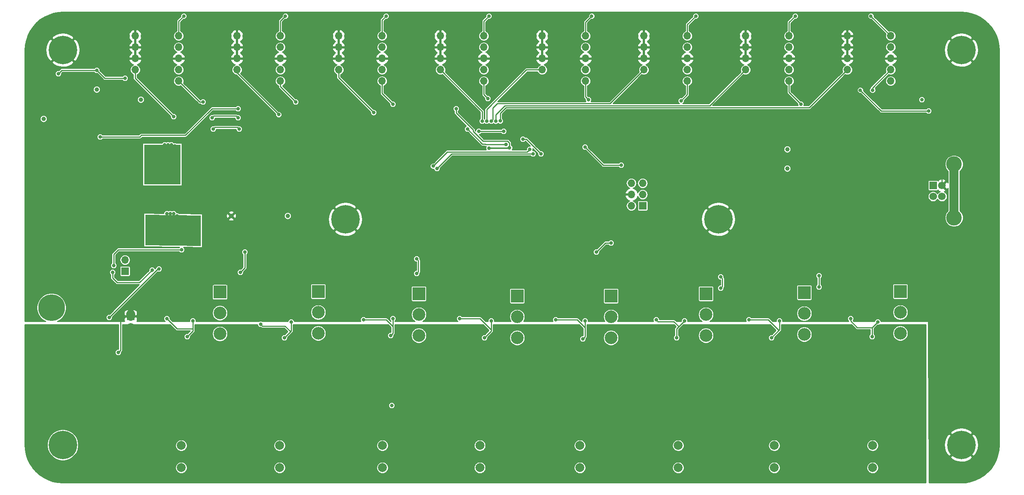
<source format=gbl>
G04 #@! TF.GenerationSoftware,KiCad,Pcbnew,(5.1.0)-1*
G04 #@! TF.CreationDate,2019-04-01T22:48:46-04:00*
G04 #@! TF.ProjectId,prop_support,70726f70-5f73-4757-9070-6f72742e6b69,A*
G04 #@! TF.SameCoordinates,Original*
G04 #@! TF.FileFunction,Copper,L2,Bot*
G04 #@! TF.FilePolarity,Positive*
%FSLAX46Y46*%
G04 Gerber Fmt 4.6, Leading zero omitted, Abs format (unit mm)*
G04 Created by KiCad (PCBNEW (5.1.0)-1) date 2019-04-01 22:48:46*
%MOMM*%
%LPD*%
G04 APERTURE LIST*
%ADD10C,2.000000*%
%ADD11O,1.700000X1.700000*%
%ADD12C,2.850000*%
%ADD13R,2.850000X2.850000*%
%ADD14C,6.000000*%
%ADD15R,1.700000X1.700000*%
%ADD16C,1.700000*%
%ADD17C,3.500000*%
%ADD18C,1.000000*%
%ADD19C,6.400000*%
%ADD20C,0.800000*%
%ADD21C,2.000000*%
%ADD22C,0.250000*%
%ADD23C,0.254000*%
%ADD24C,0.100000*%
G04 APERTURE END LIST*
D10*
X225091000Y-157527000D03*
X220091000Y-157527000D03*
X225091000Y-152527000D03*
X220091000Y-152527000D03*
X202993000Y-157527000D03*
X197993000Y-157527000D03*
X202993000Y-152527000D03*
X197993000Y-152527000D03*
X181403000Y-157527000D03*
X176403000Y-157527000D03*
X181403000Y-152527000D03*
X176403000Y-152527000D03*
X159305000Y-157527000D03*
X154305000Y-157527000D03*
X159305000Y-152527000D03*
X154305000Y-152527000D03*
X136826000Y-157527000D03*
X131826000Y-157527000D03*
X136826000Y-152527000D03*
X131826000Y-152527000D03*
X114935000Y-157527000D03*
X109935000Y-157527000D03*
X114935000Y-152527000D03*
X109935000Y-152527000D03*
X91821000Y-157527000D03*
X86821000Y-157527000D03*
X91821000Y-152527000D03*
X86821000Y-152527000D03*
X69723000Y-157527000D03*
X64723000Y-157527000D03*
X69723000Y-152527000D03*
X64723000Y-152527000D03*
D11*
X64135000Y-60325000D03*
X54375000Y-60325000D03*
X64135000Y-62865000D03*
X54375000Y-62865000D03*
X64135000Y-65405000D03*
X54375000Y-65405000D03*
X64135000Y-67945000D03*
X54375000Y-67945000D03*
X64135000Y-70485000D03*
X224155000Y-60325000D03*
X214395000Y-60325000D03*
X224155000Y-62865000D03*
X214395000Y-62865000D03*
X224155000Y-65405000D03*
X214395000Y-65405000D03*
X224155000Y-67945000D03*
X214395000Y-67945000D03*
X224155000Y-70485000D03*
X201295000Y-60325000D03*
X191535000Y-60325000D03*
X201295000Y-62865000D03*
X191535000Y-62865000D03*
X201295000Y-65405000D03*
X191535000Y-65405000D03*
X201295000Y-67945000D03*
X191535000Y-67945000D03*
X201295000Y-70485000D03*
X178435000Y-60325000D03*
X168675000Y-60325000D03*
X178435000Y-62865000D03*
X168675000Y-62865000D03*
X178435000Y-65405000D03*
X168675000Y-65405000D03*
X178435000Y-67945000D03*
X168675000Y-67945000D03*
X178435000Y-70485000D03*
X155575000Y-60325000D03*
X145815000Y-60325000D03*
X155575000Y-62865000D03*
X145815000Y-62865000D03*
X155575000Y-65405000D03*
X145815000Y-65405000D03*
X155575000Y-67945000D03*
X145815000Y-67945000D03*
X155575000Y-70485000D03*
X132715000Y-60325000D03*
X122955000Y-60325000D03*
X132715000Y-62865000D03*
X122955000Y-62865000D03*
X132715000Y-65405000D03*
X122955000Y-65405000D03*
X132715000Y-67945000D03*
X122955000Y-67945000D03*
X132715000Y-70485000D03*
X109855000Y-60325000D03*
X100095000Y-60325000D03*
X109855000Y-62865000D03*
X100095000Y-62865000D03*
X109855000Y-65405000D03*
X100095000Y-65405000D03*
X109855000Y-67945000D03*
X100095000Y-67945000D03*
X109855000Y-70485000D03*
X86995000Y-60325000D03*
X77235000Y-60325000D03*
X86995000Y-62865000D03*
X77235000Y-62865000D03*
X86995000Y-65405000D03*
X77235000Y-65405000D03*
X86995000Y-67945000D03*
X77235000Y-67945000D03*
X86995000Y-70485000D03*
D12*
X182626000Y-127764000D03*
X182626000Y-123064000D03*
D13*
X182626000Y-118364000D03*
D14*
X35560000Y-121532000D03*
X35560000Y-129032000D03*
D11*
X165862000Y-93472000D03*
X168402000Y-93472000D03*
X165862000Y-96012000D03*
X168402000Y-96012000D03*
X165862000Y-98552000D03*
D15*
X168402000Y-98552000D03*
D11*
X53340000Y-125984000D03*
D15*
X53340000Y-123444000D03*
D11*
X52070000Y-110744000D03*
D15*
X52070000Y-113284000D03*
X233680000Y-93980000D03*
D16*
X233680000Y-96480000D03*
X235680000Y-96480000D03*
X235680000Y-93980000D03*
D17*
X238390000Y-89210000D03*
X238390000Y-101250000D03*
D18*
X200914000Y-90170000D03*
X200914000Y-85852000D03*
X33782000Y-78994000D03*
X45720000Y-72390000D03*
X55626000Y-74676000D03*
X75946000Y-100838000D03*
D19*
X240030000Y-152400000D03*
X38100000Y-152400000D03*
X240030000Y-63500000D03*
X38100000Y-63500000D03*
X101600000Y-101600000D03*
X185420000Y-101600000D03*
D12*
X226314000Y-127256000D03*
X226314000Y-122556000D03*
D13*
X226314000Y-117856000D03*
X204724000Y-118110000D03*
D12*
X204724000Y-122810000D03*
X204724000Y-127510000D03*
D13*
X161290000Y-118872000D03*
D12*
X161290000Y-123572000D03*
X161290000Y-128272000D03*
X140208000Y-128272000D03*
X140208000Y-123572000D03*
D13*
X140208000Y-118872000D03*
X118110000Y-118364000D03*
D12*
X118110000Y-123064000D03*
X118110000Y-127764000D03*
D13*
X95504000Y-117856000D03*
D12*
X95504000Y-122556000D03*
X95504000Y-127256000D03*
X73406000Y-127382000D03*
X73406000Y-122682000D03*
D13*
X73406000Y-117982000D03*
D18*
X88646000Y-100838000D03*
D20*
X47244000Y-99822000D03*
X209042000Y-105410000D03*
X220218000Y-105410000D03*
X221996000Y-102108000D03*
X230378000Y-97282000D03*
X212344000Y-94234000D03*
X209042000Y-101600000D03*
X149098000Y-100838000D03*
X157480000Y-101600000D03*
X153670000Y-96266000D03*
X140208000Y-105918000D03*
X103124000Y-119126000D03*
X125222000Y-119634000D03*
X55626000Y-85090000D03*
X64770000Y-84074000D03*
X80010000Y-121158000D03*
X80518000Y-118618000D03*
X43688000Y-113538000D03*
X65278000Y-99568000D03*
X39116000Y-104648000D03*
X51562000Y-98298000D03*
X101092000Y-121920000D03*
X123190000Y-121412000D03*
X180848000Y-90932000D03*
X185166000Y-90424000D03*
X189230000Y-90424000D03*
X151130000Y-96774000D03*
X149352000Y-87122000D03*
X144526000Y-81026000D03*
X148082000Y-77470000D03*
X155194000Y-86868000D03*
X159004000Y-85344000D03*
X163576000Y-85598000D03*
X132842000Y-92964000D03*
X119380000Y-95504000D03*
X119380000Y-97536000D03*
X119126000Y-101092000D03*
X118872000Y-104648000D03*
X139700000Y-93980000D03*
X143256000Y-91186000D03*
X129032000Y-109982000D03*
X134366000Y-110490000D03*
X55880000Y-119634000D03*
X56896000Y-121412000D03*
X50546000Y-131572000D03*
X143510000Y-117602000D03*
X144526000Y-122174000D03*
X165608000Y-118110000D03*
X166624000Y-123190000D03*
X187452000Y-123444000D03*
X186690000Y-118364000D03*
X210820000Y-123190000D03*
X210058000Y-117856000D03*
X137160000Y-83058000D03*
X141478000Y-84582000D03*
X232918000Y-82550000D03*
X227330000Y-82804000D03*
X230632000Y-88646000D03*
X214376000Y-89662000D03*
X214884000Y-90678000D03*
X210820000Y-99568000D03*
X212598000Y-99568000D03*
X218440000Y-102108000D03*
X220218000Y-101092000D03*
X226060000Y-97536000D03*
X225044000Y-92710000D03*
X41910000Y-92964000D03*
X41910000Y-91440000D03*
X41148000Y-92202000D03*
X44196000Y-84582000D03*
X43180000Y-80010000D03*
X33020000Y-89154000D03*
X247142000Y-71374000D03*
X247142000Y-75184000D03*
X247142000Y-78994000D03*
X247142000Y-82804000D03*
X233680000Y-107188000D03*
X65024000Y-96012000D03*
X59436000Y-98044000D03*
X219710000Y-85090000D03*
X50292000Y-84836000D03*
X50038000Y-92202000D03*
X48260000Y-94742000D03*
X33528000Y-106680000D03*
X55118000Y-99060000D03*
X55778000Y-100432000D03*
X53340000Y-84328000D03*
X49276000Y-113538000D03*
X58161347Y-113025347D03*
X78994000Y-108966000D03*
X77978000Y-113538000D03*
X208026000Y-114300000D03*
X208026000Y-116840000D03*
X161290000Y-106934000D03*
X157988000Y-108966000D03*
X185928000Y-117094000D03*
X185928000Y-114554000D03*
X117602000Y-113792000D03*
X117602000Y-110490000D03*
X141478000Y-83566000D03*
X145542000Y-86868000D03*
X203962000Y-75692000D03*
X231140000Y-74676000D03*
X69596000Y-75184000D03*
X156210000Y-74676000D03*
X177038000Y-74930000D03*
X133604000Y-74422000D03*
X112268000Y-75692000D03*
X90424000Y-75184000D03*
X61468000Y-100330000D03*
X62230000Y-100330000D03*
X62992000Y-100330000D03*
X63754000Y-100838000D03*
X63754000Y-101600000D03*
X63754000Y-102362000D03*
X63754000Y-103124000D03*
X63754000Y-103886000D03*
X63754000Y-104648000D03*
X63754000Y-105410000D03*
X62992000Y-105664000D03*
X62230000Y-105664000D03*
X61468000Y-105664000D03*
X52070000Y-69850000D03*
X45720000Y-68072000D03*
X37084000Y-68834000D03*
X155448000Y-85344000D03*
X163576000Y-89408000D03*
X220072999Y-72535001D03*
X232664000Y-77216000D03*
X217315001Y-72535001D03*
X60960000Y-84836000D03*
X61722000Y-84836000D03*
X63246000Y-85090000D03*
X63500000Y-86614000D03*
X63500000Y-87376000D03*
X63500000Y-88138000D03*
X63500000Y-89662000D03*
X62992000Y-90170000D03*
X61468000Y-90170000D03*
X60706000Y-90170000D03*
X62230000Y-90170000D03*
X63500000Y-88900000D03*
X62484000Y-84836000D03*
X63500000Y-85852000D03*
X65287990Y-55870010D03*
X88128010Y-55870010D03*
X110753990Y-55870010D03*
X133867990Y-55870010D03*
X156962010Y-55870010D03*
X180349990Y-55870010D03*
X202701990Y-55870010D03*
X219700010Y-55870010D03*
X45466000Y-126238000D03*
X212852000Y-143510000D03*
X190754000Y-143510000D03*
X169164000Y-143510000D03*
X147066000Y-143510000D03*
X103886000Y-143510000D03*
X125984000Y-143510000D03*
X59182000Y-143510000D03*
X81280000Y-143510000D03*
X98044000Y-143510000D03*
X97790000Y-141986000D03*
X98044000Y-145034000D03*
X142748000Y-143510000D03*
X142748000Y-142240000D03*
X142748000Y-144780000D03*
X163830000Y-143510000D03*
X163576000Y-142494000D03*
X163830000Y-144526000D03*
X185928000Y-143510000D03*
X185928000Y-142240000D03*
X185928000Y-144780000D03*
X207518000Y-143510000D03*
X207518000Y-142494000D03*
X207518000Y-144526000D03*
X96688000Y-143342000D03*
X141392000Y-143510000D03*
X162474000Y-143510000D03*
X184572000Y-143510000D03*
X206248000Y-143510000D03*
X229616000Y-143510000D03*
X229616000Y-142240000D03*
X229616000Y-144780000D03*
X228260000Y-143510000D03*
X76200000Y-143510000D03*
X75946000Y-142240000D03*
X76200000Y-144780000D03*
X74590000Y-143510000D03*
X120650000Y-143510000D03*
X120650000Y-142240000D03*
X120650000Y-144780000D03*
X119294000Y-143510000D03*
X112014000Y-143510000D03*
X136398000Y-79465000D03*
X135399175Y-79513499D03*
X134366000Y-79502000D03*
X133350000Y-79502000D03*
X132334000Y-79502000D03*
X107950000Y-77564990D03*
X86614000Y-78015000D03*
X62992000Y-78486000D03*
X71628000Y-78740000D03*
X77470000Y-78740000D03*
X221234000Y-124714000D03*
X219964000Y-128016000D03*
X215138000Y-123952000D03*
X192278000Y-124206000D03*
X199136000Y-124460000D03*
X197358000Y-128270000D03*
X177800000Y-124460000D03*
X171450000Y-124206000D03*
X176022000Y-128270000D03*
X148844000Y-124206000D03*
X155448000Y-124460000D03*
X154940000Y-128524000D03*
X134366000Y-124460000D03*
X127254000Y-123952000D03*
X132842000Y-128270000D03*
X105664000Y-124206000D03*
X112268000Y-123952000D03*
X111760000Y-127762000D03*
X87884000Y-128270000D03*
X89408000Y-124714000D03*
X82550000Y-125222000D03*
X67310000Y-124460000D03*
X66040000Y-128016000D03*
X61468000Y-123952000D03*
X137160000Y-81788000D03*
X131572000Y-81788000D03*
X122174000Y-90170000D03*
X143764000Y-86868000D03*
X48514000Y-123698000D03*
X59690000Y-112776000D03*
X137736858Y-84767142D03*
X129032000Y-81280001D03*
X71881999Y-81280001D03*
X77723999Y-81280001D03*
X138498858Y-85529142D03*
X133858000Y-85598000D03*
X126492000Y-76708000D03*
X46482000Y-83058000D03*
X77470000Y-76708000D03*
X121341949Y-89615299D03*
X143002000Y-85852000D03*
X49530000Y-112014000D03*
X64770000Y-108458000D03*
D21*
X53340000Y-123444000D02*
X53340000Y-122936000D01*
D22*
X139700000Y-93980000D02*
X140716000Y-92964000D01*
X129540000Y-110490000D02*
X129032000Y-109982000D01*
X134366000Y-110490000D02*
X129540000Y-110490000D01*
X50546000Y-131572000D02*
X51054000Y-131064000D01*
X52240000Y-123444000D02*
X53340000Y-123444000D01*
X51054000Y-124630000D02*
X52240000Y-123444000D01*
X51054000Y-131064000D02*
X51054000Y-124630000D01*
X211219999Y-122790001D02*
X211219999Y-119742001D01*
X210820000Y-123190000D02*
X211219999Y-122790001D01*
X235680000Y-92777919D02*
X235680000Y-93980000D01*
X235680000Y-91719685D02*
X235680000Y-92777919D01*
X227330000Y-83369685D02*
X235680000Y-91719685D01*
X227330000Y-82804000D02*
X227330000Y-83369685D01*
X214376000Y-89662000D02*
X215646000Y-90932000D01*
X215646000Y-90932000D02*
X216154000Y-90932000D01*
X78994000Y-112522000D02*
X77978000Y-113538000D01*
X78994000Y-108966000D02*
X78994000Y-112522000D01*
X208026000Y-114300000D02*
X208026000Y-116840000D01*
X160020000Y-106934000D02*
X157988000Y-108966000D01*
X161290000Y-106934000D02*
X160020000Y-106934000D01*
X186327999Y-114953999D02*
X185928000Y-114554000D01*
X186327999Y-116694001D02*
X186327999Y-114953999D01*
X185928000Y-117094000D02*
X186327999Y-116694001D01*
X118001999Y-110889999D02*
X117602000Y-110490000D01*
X118001999Y-113392001D02*
X118001999Y-110889999D01*
X117602000Y-113792000D02*
X118001999Y-113392001D01*
X141478000Y-83566000D02*
X142240000Y-83566000D01*
X142240000Y-83566000D02*
X145542000Y-86868000D01*
X201295000Y-70485000D02*
X201295000Y-73025000D01*
X201295000Y-73025000D02*
X203962000Y-75692000D01*
X64135000Y-70485000D02*
X68834000Y-75184000D01*
X68834000Y-75184000D02*
X69596000Y-75184000D01*
X155575000Y-70485000D02*
X155575000Y-74041000D01*
X155575000Y-74041000D02*
X156210000Y-74676000D01*
X178435000Y-70485000D02*
X178435000Y-73533000D01*
X178435000Y-73533000D02*
X177038000Y-74930000D01*
X132715000Y-70485000D02*
X132715000Y-73533000D01*
X132715000Y-73533000D02*
X133604000Y-74422000D01*
X109855000Y-70485000D02*
X109855000Y-73279000D01*
X109855000Y-73279000D02*
X112268000Y-75692000D01*
X86995000Y-70485000D02*
X86995000Y-71755000D01*
X86995000Y-71755000D02*
X90424000Y-75184000D01*
X49276000Y-113538000D02*
X49276000Y-114808000D01*
X49276000Y-114808000D02*
X50292000Y-115824000D01*
X55362694Y-115824000D02*
X58161347Y-113025347D01*
X50292000Y-115824000D02*
X55362694Y-115824000D01*
X52070000Y-69850000D02*
X47498000Y-69850000D01*
X47498000Y-69850000D02*
X45720000Y-68072000D01*
X45720000Y-68072000D02*
X37846000Y-68072000D01*
X37846000Y-68072000D02*
X37084000Y-68834000D01*
X155448000Y-85344000D02*
X159512000Y-89408000D01*
X159512000Y-89408000D02*
X163576000Y-89408000D01*
X224155000Y-67945000D02*
X220072999Y-72027001D01*
X220072999Y-72027001D02*
X220072999Y-72535001D01*
X232664000Y-77216000D02*
X221996000Y-77216000D01*
X221996000Y-77216000D02*
X217315001Y-72535001D01*
X64135000Y-57023000D02*
X65287990Y-55870010D01*
X64135000Y-60325000D02*
X64135000Y-57023000D01*
X86995000Y-57003020D02*
X88128010Y-55870010D01*
X86995000Y-60325000D02*
X86995000Y-57003020D01*
X109855000Y-56769000D02*
X110753990Y-55870010D01*
X109855000Y-60325000D02*
X109855000Y-56769000D01*
X132715000Y-57023000D02*
X133867990Y-55870010D01*
X132715000Y-60325000D02*
X132715000Y-57023000D01*
X155575000Y-57257020D02*
X156962010Y-55870010D01*
X155575000Y-60325000D02*
X155575000Y-57257020D01*
X178435000Y-57785000D02*
X180349990Y-55870010D01*
X178435000Y-60325000D02*
X178435000Y-57785000D01*
X201295000Y-57277000D02*
X202701990Y-55870010D01*
X201295000Y-60325000D02*
X201295000Y-57277000D01*
X224155000Y-60325000D02*
X219700010Y-55870010D01*
D21*
X53340000Y-125984000D02*
X53340000Y-128778000D01*
D22*
X98044000Y-143510000D02*
X96774000Y-143510000D01*
X120650000Y-143510000D02*
X119888000Y-143510000D01*
D21*
X238390000Y-89210000D02*
X238390000Y-101250000D01*
D22*
X136398000Y-79465000D02*
X136398000Y-77724000D01*
X136398000Y-77724000D02*
X137668000Y-76454000D01*
X205886000Y-76454000D02*
X214395000Y-67945000D01*
X137668000Y-76454000D02*
X205886000Y-76454000D01*
X135399175Y-78086415D02*
X137481600Y-76003990D01*
X135399175Y-79513499D02*
X135399175Y-78086415D01*
X183476010Y-76003990D02*
X191535000Y-67945000D01*
X137481600Y-76003990D02*
X183476010Y-76003990D01*
X161066020Y-75553980D02*
X135774020Y-75553980D01*
X168675000Y-67945000D02*
X161066020Y-75553980D01*
X134765999Y-76562001D02*
X135774020Y-75553980D01*
X134765999Y-79102001D02*
X134765999Y-76562001D01*
X134366000Y-79502000D02*
X134765999Y-79102001D01*
X144612919Y-67945000D02*
X145815000Y-67945000D01*
X142309998Y-67945000D02*
X144612919Y-67945000D01*
X133350000Y-76904998D02*
X142309998Y-67945000D01*
X133350000Y-79502000D02*
X133350000Y-76904998D01*
X132334000Y-77324000D02*
X131899000Y-76889000D01*
X132334000Y-79502000D02*
X132334000Y-77324000D01*
X132080000Y-77070000D02*
X131899000Y-76889000D01*
X131899000Y-76889000D02*
X122955000Y-67945000D01*
X100095000Y-69709990D02*
X100095000Y-67945000D01*
X107950000Y-77564990D02*
X100095000Y-69709990D01*
X77235000Y-68636000D02*
X77235000Y-67945000D01*
X86614000Y-78015000D02*
X77235000Y-68636000D01*
X54375000Y-69869000D02*
X54375000Y-67945000D01*
X62992000Y-78486000D02*
X54375000Y-69869000D01*
X72027999Y-78340001D02*
X71628000Y-78740000D01*
X77070001Y-78340001D02*
X72027999Y-78340001D01*
X77470000Y-78740000D02*
X77070001Y-78340001D01*
X221234000Y-124714000D02*
X219964000Y-125984000D01*
X219964000Y-125984000D02*
X219964000Y-128016000D01*
X216604315Y-125984000D02*
X219964000Y-125984000D01*
X215138000Y-124517685D02*
X216604315Y-125984000D01*
X215138000Y-123952000D02*
X215138000Y-124517685D01*
X199136000Y-124460000D02*
X199136000Y-126492000D01*
X196596000Y-124206000D02*
X199009000Y-126619000D01*
X192278000Y-124206000D02*
X196596000Y-124206000D01*
X199136000Y-126492000D02*
X199009000Y-126619000D01*
X199009000Y-126619000D02*
X197358000Y-128270000D01*
X176022000Y-126238000D02*
X176022000Y-128270000D01*
X175405999Y-124605999D02*
X176530000Y-125730000D01*
X171849999Y-124605999D02*
X175405999Y-124605999D01*
X171450000Y-124206000D02*
X171849999Y-124605999D01*
X177800000Y-124460000D02*
X176530000Y-125730000D01*
X176530000Y-125730000D02*
X176022000Y-126238000D01*
X155448000Y-128016000D02*
X154940000Y-128524000D01*
X153670000Y-124206000D02*
X155448000Y-125984000D01*
X148844000Y-124206000D02*
X153670000Y-124206000D01*
X155448000Y-124460000D02*
X155448000Y-125984000D01*
X155448000Y-125984000D02*
X155448000Y-128016000D01*
X134366000Y-126746000D02*
X132842000Y-128270000D01*
X131826000Y-123952000D02*
X134366000Y-126492000D01*
X127254000Y-123952000D02*
X131826000Y-123952000D01*
X134366000Y-124460000D02*
X134366000Y-126492000D01*
X134366000Y-126492000D02*
X134366000Y-126746000D01*
X112268000Y-127254000D02*
X111760000Y-127762000D01*
X110744000Y-124206000D02*
X112268000Y-125730000D01*
X105664000Y-124206000D02*
X110744000Y-124206000D01*
X112268000Y-123952000D02*
X112268000Y-125730000D01*
X112268000Y-125730000D02*
X112268000Y-127254000D01*
X87884000Y-128270000D02*
X89408000Y-126746000D01*
X89408000Y-126746000D02*
X89408000Y-124714000D01*
X82949999Y-125621999D02*
X88029999Y-125621999D01*
X82550000Y-125222000D02*
X82949999Y-125621999D01*
X89154000Y-126746000D02*
X89408000Y-126746000D01*
X88029999Y-125621999D02*
X89154000Y-126746000D01*
X67310000Y-126746000D02*
X66040000Y-128016000D01*
X63754000Y-126238000D02*
X67310000Y-126238000D01*
X61468000Y-123952000D02*
X63754000Y-126238000D01*
X67310000Y-124460000D02*
X67310000Y-126238000D01*
X67310000Y-126238000D02*
X67310000Y-126746000D01*
X137160000Y-81788000D02*
X131572000Y-81788000D01*
X122174000Y-90170000D02*
X125476000Y-86868000D01*
X125476000Y-86868000D02*
X143764000Y-86868000D01*
X48514000Y-123698000D02*
X59436000Y-112776000D01*
X59436000Y-112776000D02*
X59690000Y-112776000D01*
X137736858Y-84767142D02*
X133125426Y-84767142D01*
X133125426Y-84767142D02*
X133018142Y-84659858D01*
X133018142Y-84659858D02*
X132411857Y-84659858D01*
X132411857Y-84659858D02*
X129032000Y-81280001D01*
X72281998Y-80880002D02*
X71881999Y-81280001D01*
X77324000Y-80880002D02*
X72281998Y-80880002D01*
X77723999Y-81280001D02*
X77324000Y-80880002D01*
X138498858Y-85529142D02*
X133926858Y-85529142D01*
X133926858Y-85529142D02*
X133858000Y-85598000D01*
X134423685Y-85598000D02*
X133858000Y-85598000D01*
X137979002Y-85598000D02*
X134423685Y-85598000D01*
X138461859Y-85115143D02*
X137979002Y-85598000D01*
X138461859Y-84419141D02*
X138461859Y-85115143D01*
X132556141Y-84042141D02*
X138084859Y-84042141D01*
X130302000Y-81788000D02*
X132556141Y-84042141D01*
X130302000Y-81476999D02*
X130302000Y-81788000D01*
X126492000Y-77666999D02*
X130302000Y-81476999D01*
X138084859Y-84042141D02*
X138461859Y-84419141D01*
X126492000Y-76708000D02*
X126492000Y-77666999D01*
X46482000Y-83058000D02*
X55372000Y-83058000D01*
X71628000Y-76708000D02*
X77470000Y-76708000D01*
X71228001Y-77107999D02*
X71628000Y-76708000D01*
X65677999Y-82658001D02*
X71228001Y-77107999D01*
X55771999Y-82658001D02*
X65677999Y-82658001D01*
X55372000Y-83058000D02*
X55771999Y-82658001D01*
X142436010Y-86417990D02*
X143002000Y-85852000D01*
X121341949Y-89615299D02*
X124539258Y-86417990D01*
X124539258Y-86417990D02*
X142436010Y-86417990D01*
X49530000Y-112014000D02*
X49530000Y-109474000D01*
X49530000Y-109474000D02*
X50546000Y-108458000D01*
X62230000Y-108458000D02*
X64770000Y-108458000D01*
X62230000Y-108458000D02*
X62389010Y-108458000D01*
X50546000Y-108458000D02*
X62230000Y-108458000D01*
D23*
G36*
X50594000Y-130837000D02*
G01*
X50473609Y-130837000D01*
X50331609Y-130865246D01*
X50197847Y-130920652D01*
X50077465Y-131001088D01*
X49975088Y-131103465D01*
X49894652Y-131223847D01*
X49839246Y-131357609D01*
X49811000Y-131499609D01*
X49811000Y-131644391D01*
X49839246Y-131786391D01*
X49894652Y-131920153D01*
X49975088Y-132040535D01*
X50077465Y-132142912D01*
X50197847Y-132223348D01*
X50331609Y-132278754D01*
X50473609Y-132307000D01*
X50618391Y-132307000D01*
X50760391Y-132278754D01*
X50894153Y-132223348D01*
X51014535Y-132142912D01*
X51116912Y-132040535D01*
X51197348Y-131920153D01*
X51252754Y-131786391D01*
X51281000Y-131644391D01*
X51281000Y-131499609D01*
X51278997Y-131489541D01*
X51363298Y-131405240D01*
X51380842Y-131390842D01*
X51438326Y-131320798D01*
X51481040Y-131240886D01*
X51507343Y-131154176D01*
X51514000Y-131086590D01*
X51514000Y-131086581D01*
X51516224Y-131064001D01*
X51514000Y-131041421D01*
X51514000Y-125349000D01*
X62214463Y-125349000D01*
X63412759Y-126547297D01*
X63427158Y-126564842D01*
X63444702Y-126579240D01*
X63444704Y-126579242D01*
X63456061Y-126588562D01*
X63497202Y-126622326D01*
X63577114Y-126665040D01*
X63663824Y-126691343D01*
X63731410Y-126698000D01*
X63731419Y-126698000D01*
X63753999Y-126700224D01*
X63776579Y-126698000D01*
X66707462Y-126698000D01*
X66122460Y-127283003D01*
X66112391Y-127281000D01*
X65967609Y-127281000D01*
X65825609Y-127309246D01*
X65691847Y-127364652D01*
X65571465Y-127445088D01*
X65469088Y-127547465D01*
X65388652Y-127667847D01*
X65333246Y-127801609D01*
X65305000Y-127943609D01*
X65305000Y-128088391D01*
X65333246Y-128230391D01*
X65388652Y-128364153D01*
X65469088Y-128484535D01*
X65571465Y-128586912D01*
X65691847Y-128667348D01*
X65825609Y-128722754D01*
X65967609Y-128751000D01*
X66112391Y-128751000D01*
X66254391Y-128722754D01*
X66388153Y-128667348D01*
X66508535Y-128586912D01*
X66610912Y-128484535D01*
X66691348Y-128364153D01*
X66746754Y-128230391D01*
X66775000Y-128088391D01*
X66775000Y-127943609D01*
X66772997Y-127933540D01*
X67497882Y-127208655D01*
X71646000Y-127208655D01*
X71646000Y-127555345D01*
X71713636Y-127895373D01*
X71846308Y-128215673D01*
X72038919Y-128503935D01*
X72284065Y-128749081D01*
X72572327Y-128941692D01*
X72892627Y-129074364D01*
X73232655Y-129142000D01*
X73579345Y-129142000D01*
X73919373Y-129074364D01*
X74239673Y-128941692D01*
X74527935Y-128749081D01*
X74773081Y-128503935D01*
X74965692Y-128215673D01*
X75098364Y-127895373D01*
X75166000Y-127555345D01*
X75166000Y-127208655D01*
X75098364Y-126868627D01*
X74965692Y-126548327D01*
X74773081Y-126260065D01*
X74527935Y-126014919D01*
X74239673Y-125822308D01*
X73919373Y-125689636D01*
X73579345Y-125622000D01*
X73232655Y-125622000D01*
X72892627Y-125689636D01*
X72572327Y-125822308D01*
X72284065Y-126014919D01*
X72038919Y-126260065D01*
X71846308Y-126548327D01*
X71713636Y-126868627D01*
X71646000Y-127208655D01*
X67497882Y-127208655D01*
X67619297Y-127087241D01*
X67636842Y-127072842D01*
X67694326Y-127002798D01*
X67737040Y-126922886D01*
X67763343Y-126836176D01*
X67770000Y-126768590D01*
X67770000Y-126768581D01*
X67772224Y-126746001D01*
X67770000Y-126723421D01*
X67770000Y-126260590D01*
X67772225Y-126238000D01*
X67770000Y-126215410D01*
X67770000Y-125349000D01*
X81825863Y-125349000D01*
X81843246Y-125436391D01*
X81898652Y-125570153D01*
X81979088Y-125690535D01*
X82081465Y-125792912D01*
X82201847Y-125873348D01*
X82335609Y-125928754D01*
X82477609Y-125957000D01*
X82622391Y-125957000D01*
X82631010Y-125955286D01*
X82693201Y-126006325D01*
X82773113Y-126049039D01*
X82859823Y-126075342D01*
X82927409Y-126081999D01*
X82927416Y-126081999D01*
X82949998Y-126084223D01*
X82972580Y-126081999D01*
X87839462Y-126081999D01*
X88630462Y-126873000D01*
X87966460Y-127537003D01*
X87956391Y-127535000D01*
X87811609Y-127535000D01*
X87669609Y-127563246D01*
X87535847Y-127618652D01*
X87415465Y-127699088D01*
X87313088Y-127801465D01*
X87232652Y-127921847D01*
X87177246Y-128055609D01*
X87149000Y-128197609D01*
X87149000Y-128342391D01*
X87177246Y-128484391D01*
X87232652Y-128618153D01*
X87313088Y-128738535D01*
X87415465Y-128840912D01*
X87535847Y-128921348D01*
X87669609Y-128976754D01*
X87811609Y-129005000D01*
X87956391Y-129005000D01*
X88098391Y-128976754D01*
X88232153Y-128921348D01*
X88352535Y-128840912D01*
X88454912Y-128738535D01*
X88535348Y-128618153D01*
X88590754Y-128484391D01*
X88619000Y-128342391D01*
X88619000Y-128197609D01*
X88616997Y-128187540D01*
X89717297Y-127087241D01*
X89722884Y-127082655D01*
X93744000Y-127082655D01*
X93744000Y-127429345D01*
X93811636Y-127769373D01*
X93944308Y-128089673D01*
X94136919Y-128377935D01*
X94382065Y-128623081D01*
X94670327Y-128815692D01*
X94990627Y-128948364D01*
X95330655Y-129016000D01*
X95677345Y-129016000D01*
X96017373Y-128948364D01*
X96337673Y-128815692D01*
X96625935Y-128623081D01*
X96871081Y-128377935D01*
X97063692Y-128089673D01*
X97196364Y-127769373D01*
X97264000Y-127429345D01*
X97264000Y-127082655D01*
X97196364Y-126742627D01*
X97063692Y-126422327D01*
X96871081Y-126134065D01*
X96625935Y-125888919D01*
X96337673Y-125696308D01*
X96017373Y-125563636D01*
X95677345Y-125496000D01*
X95330655Y-125496000D01*
X94990627Y-125563636D01*
X94670327Y-125696308D01*
X94382065Y-125888919D01*
X94136919Y-126134065D01*
X93944308Y-126422327D01*
X93811636Y-126742627D01*
X93744000Y-127082655D01*
X89722884Y-127082655D01*
X89734842Y-127072842D01*
X89792326Y-127002798D01*
X89835040Y-126922886D01*
X89861343Y-126836176D01*
X89870225Y-126746000D01*
X89868000Y-126723410D01*
X89868000Y-125349000D01*
X111236462Y-125349000D01*
X111808000Y-125920538D01*
X111808001Y-127027000D01*
X111687609Y-127027000D01*
X111545609Y-127055246D01*
X111411847Y-127110652D01*
X111291465Y-127191088D01*
X111189088Y-127293465D01*
X111108652Y-127413847D01*
X111053246Y-127547609D01*
X111025000Y-127689609D01*
X111025000Y-127834391D01*
X111053246Y-127976391D01*
X111108652Y-128110153D01*
X111189088Y-128230535D01*
X111291465Y-128332912D01*
X111411847Y-128413348D01*
X111545609Y-128468754D01*
X111687609Y-128497000D01*
X111832391Y-128497000D01*
X111974391Y-128468754D01*
X112108153Y-128413348D01*
X112228535Y-128332912D01*
X112330912Y-128230535D01*
X112411348Y-128110153D01*
X112466754Y-127976391D01*
X112495000Y-127834391D01*
X112495000Y-127689609D01*
X112492997Y-127679541D01*
X112577297Y-127595241D01*
X112582884Y-127590655D01*
X116350000Y-127590655D01*
X116350000Y-127937345D01*
X116417636Y-128277373D01*
X116550308Y-128597673D01*
X116742919Y-128885935D01*
X116988065Y-129131081D01*
X117276327Y-129323692D01*
X117596627Y-129456364D01*
X117936655Y-129524000D01*
X118283345Y-129524000D01*
X118623373Y-129456364D01*
X118943673Y-129323692D01*
X119231935Y-129131081D01*
X119477081Y-128885935D01*
X119669692Y-128597673D01*
X119802364Y-128277373D01*
X119870000Y-127937345D01*
X119870000Y-127590655D01*
X119802364Y-127250627D01*
X119669692Y-126930327D01*
X119477081Y-126642065D01*
X119231935Y-126396919D01*
X118943673Y-126204308D01*
X118623373Y-126071636D01*
X118283345Y-126004000D01*
X117936655Y-126004000D01*
X117596627Y-126071636D01*
X117276327Y-126204308D01*
X116988065Y-126396919D01*
X116742919Y-126642065D01*
X116550308Y-126930327D01*
X116417636Y-127250627D01*
X116350000Y-127590655D01*
X112582884Y-127590655D01*
X112594842Y-127580842D01*
X112609766Y-127562658D01*
X112652325Y-127510799D01*
X112652326Y-127510798D01*
X112695040Y-127430886D01*
X112721343Y-127344176D01*
X112728000Y-127276590D01*
X112728000Y-127276581D01*
X112730224Y-127254001D01*
X112728000Y-127231421D01*
X112728000Y-125752579D01*
X112730224Y-125729999D01*
X112728000Y-125707419D01*
X112728000Y-125349000D01*
X132572463Y-125349000D01*
X133842462Y-126619000D01*
X132924460Y-127537003D01*
X132914391Y-127535000D01*
X132769609Y-127535000D01*
X132627609Y-127563246D01*
X132493847Y-127618652D01*
X132373465Y-127699088D01*
X132271088Y-127801465D01*
X132190652Y-127921847D01*
X132135246Y-128055609D01*
X132107000Y-128197609D01*
X132107000Y-128342391D01*
X132135246Y-128484391D01*
X132190652Y-128618153D01*
X132271088Y-128738535D01*
X132373465Y-128840912D01*
X132493847Y-128921348D01*
X132627609Y-128976754D01*
X132769609Y-129005000D01*
X132914391Y-129005000D01*
X133056391Y-128976754D01*
X133190153Y-128921348D01*
X133310535Y-128840912D01*
X133412912Y-128738535D01*
X133493348Y-128618153D01*
X133548754Y-128484391D01*
X133577000Y-128342391D01*
X133577000Y-128197609D01*
X133574997Y-128187540D01*
X133663882Y-128098655D01*
X138448000Y-128098655D01*
X138448000Y-128445345D01*
X138515636Y-128785373D01*
X138648308Y-129105673D01*
X138840919Y-129393935D01*
X139086065Y-129639081D01*
X139374327Y-129831692D01*
X139694627Y-129964364D01*
X140034655Y-130032000D01*
X140381345Y-130032000D01*
X140721373Y-129964364D01*
X141041673Y-129831692D01*
X141329935Y-129639081D01*
X141575081Y-129393935D01*
X141767692Y-129105673D01*
X141900364Y-128785373D01*
X141968000Y-128445345D01*
X141968000Y-128098655D01*
X141900364Y-127758627D01*
X141767692Y-127438327D01*
X141575081Y-127150065D01*
X141329935Y-126904919D01*
X141041673Y-126712308D01*
X140721373Y-126579636D01*
X140381345Y-126512000D01*
X140034655Y-126512000D01*
X139694627Y-126579636D01*
X139374327Y-126712308D01*
X139086065Y-126904919D01*
X138840919Y-127150065D01*
X138648308Y-127438327D01*
X138515636Y-127758627D01*
X138448000Y-128098655D01*
X133663882Y-128098655D01*
X134675297Y-127087241D01*
X134692842Y-127072842D01*
X134750326Y-127002798D01*
X134793040Y-126922886D01*
X134819343Y-126836176D01*
X134826000Y-126768590D01*
X134826000Y-126768581D01*
X134828224Y-126746001D01*
X134826000Y-126723421D01*
X134826000Y-126514579D01*
X134828224Y-126491999D01*
X134826000Y-126469419D01*
X134826000Y-125349000D01*
X154162462Y-125349000D01*
X154988000Y-126174538D01*
X154988001Y-127789000D01*
X154867609Y-127789000D01*
X154725609Y-127817246D01*
X154591847Y-127872652D01*
X154471465Y-127953088D01*
X154369088Y-128055465D01*
X154288652Y-128175847D01*
X154233246Y-128309609D01*
X154205000Y-128451609D01*
X154205000Y-128596391D01*
X154233246Y-128738391D01*
X154288652Y-128872153D01*
X154369088Y-128992535D01*
X154471465Y-129094912D01*
X154591847Y-129175348D01*
X154725609Y-129230754D01*
X154867609Y-129259000D01*
X155012391Y-129259000D01*
X155154391Y-129230754D01*
X155288153Y-129175348D01*
X155408535Y-129094912D01*
X155510912Y-128992535D01*
X155591348Y-128872153D01*
X155646754Y-128738391D01*
X155675000Y-128596391D01*
X155675000Y-128451609D01*
X155672997Y-128441541D01*
X155757297Y-128357241D01*
X155774842Y-128342842D01*
X155832326Y-128272798D01*
X155875040Y-128192886D01*
X155901343Y-128106176D01*
X155902083Y-128098655D01*
X159530000Y-128098655D01*
X159530000Y-128445345D01*
X159597636Y-128785373D01*
X159730308Y-129105673D01*
X159922919Y-129393935D01*
X160168065Y-129639081D01*
X160456327Y-129831692D01*
X160776627Y-129964364D01*
X161116655Y-130032000D01*
X161463345Y-130032000D01*
X161803373Y-129964364D01*
X162123673Y-129831692D01*
X162411935Y-129639081D01*
X162657081Y-129393935D01*
X162849692Y-129105673D01*
X162982364Y-128785373D01*
X163050000Y-128445345D01*
X163050000Y-128098655D01*
X162982364Y-127758627D01*
X162849692Y-127438327D01*
X162657081Y-127150065D01*
X162411935Y-126904919D01*
X162123673Y-126712308D01*
X161803373Y-126579636D01*
X161463345Y-126512000D01*
X161116655Y-126512000D01*
X160776627Y-126579636D01*
X160456327Y-126712308D01*
X160168065Y-126904919D01*
X159922919Y-127150065D01*
X159730308Y-127438327D01*
X159597636Y-127758627D01*
X159530000Y-128098655D01*
X155902083Y-128098655D01*
X155908000Y-128038590D01*
X155908000Y-128038581D01*
X155910224Y-128016001D01*
X155908000Y-127993421D01*
X155908000Y-126006582D01*
X155910224Y-125984000D01*
X155908000Y-125961418D01*
X155908000Y-125349000D01*
X175498462Y-125349000D01*
X175879462Y-125730000D01*
X175712708Y-125896755D01*
X175695158Y-125911158D01*
X175637674Y-125981203D01*
X175594960Y-126061115D01*
X175568657Y-126147825D01*
X175562000Y-126215411D01*
X175562000Y-126215418D01*
X175559776Y-126238000D01*
X175562000Y-126260582D01*
X175562001Y-127693385D01*
X175553465Y-127699088D01*
X175451088Y-127801465D01*
X175370652Y-127921847D01*
X175315246Y-128055609D01*
X175287000Y-128197609D01*
X175287000Y-128342391D01*
X175315246Y-128484391D01*
X175370652Y-128618153D01*
X175451088Y-128738535D01*
X175553465Y-128840912D01*
X175673847Y-128921348D01*
X175807609Y-128976754D01*
X175949609Y-129005000D01*
X176094391Y-129005000D01*
X176236391Y-128976754D01*
X176370153Y-128921348D01*
X176490535Y-128840912D01*
X176592912Y-128738535D01*
X176673348Y-128618153D01*
X176728754Y-128484391D01*
X176757000Y-128342391D01*
X176757000Y-128197609D01*
X176728754Y-128055609D01*
X176673348Y-127921847D01*
X176592912Y-127801465D01*
X176490535Y-127699088D01*
X176482000Y-127693385D01*
X176482000Y-127590655D01*
X180866000Y-127590655D01*
X180866000Y-127937345D01*
X180933636Y-128277373D01*
X181066308Y-128597673D01*
X181258919Y-128885935D01*
X181504065Y-129131081D01*
X181792327Y-129323692D01*
X182112627Y-129456364D01*
X182452655Y-129524000D01*
X182799345Y-129524000D01*
X183139373Y-129456364D01*
X183459673Y-129323692D01*
X183747935Y-129131081D01*
X183993081Y-128885935D01*
X184185692Y-128597673D01*
X184318364Y-128277373D01*
X184386000Y-127937345D01*
X184386000Y-127590655D01*
X184318364Y-127250627D01*
X184185692Y-126930327D01*
X183993081Y-126642065D01*
X183747935Y-126396919D01*
X183459673Y-126204308D01*
X183139373Y-126071636D01*
X182799345Y-126004000D01*
X182452655Y-126004000D01*
X182112627Y-126071636D01*
X181792327Y-126204308D01*
X181504065Y-126396919D01*
X181258919Y-126642065D01*
X181066308Y-126930327D01*
X180933636Y-127250627D01*
X180866000Y-127590655D01*
X176482000Y-127590655D01*
X176482000Y-126428537D01*
X176839300Y-126071238D01*
X176856842Y-126056842D01*
X176871238Y-126039300D01*
X176871242Y-126039296D01*
X176871246Y-126039291D01*
X177561538Y-125349000D01*
X197088463Y-125349000D01*
X198358462Y-126619000D01*
X197440460Y-127537003D01*
X197430391Y-127535000D01*
X197285609Y-127535000D01*
X197143609Y-127563246D01*
X197009847Y-127618652D01*
X196889465Y-127699088D01*
X196787088Y-127801465D01*
X196706652Y-127921847D01*
X196651246Y-128055609D01*
X196623000Y-128197609D01*
X196623000Y-128342391D01*
X196651246Y-128484391D01*
X196706652Y-128618153D01*
X196787088Y-128738535D01*
X196889465Y-128840912D01*
X197009847Y-128921348D01*
X197143609Y-128976754D01*
X197285609Y-129005000D01*
X197430391Y-129005000D01*
X197572391Y-128976754D01*
X197706153Y-128921348D01*
X197826535Y-128840912D01*
X197928912Y-128738535D01*
X198009348Y-128618153D01*
X198064754Y-128484391D01*
X198093000Y-128342391D01*
X198093000Y-128197609D01*
X198090997Y-128187540D01*
X198941882Y-127336655D01*
X202964000Y-127336655D01*
X202964000Y-127683345D01*
X203031636Y-128023373D01*
X203164308Y-128343673D01*
X203356919Y-128631935D01*
X203602065Y-128877081D01*
X203890327Y-129069692D01*
X204210627Y-129202364D01*
X204550655Y-129270000D01*
X204897345Y-129270000D01*
X205237373Y-129202364D01*
X205557673Y-129069692D01*
X205845935Y-128877081D01*
X206091081Y-128631935D01*
X206283692Y-128343673D01*
X206416364Y-128023373D01*
X206484000Y-127683345D01*
X206484000Y-127336655D01*
X206416364Y-126996627D01*
X206283692Y-126676327D01*
X206091081Y-126388065D01*
X205845935Y-126142919D01*
X205557673Y-125950308D01*
X205237373Y-125817636D01*
X204897345Y-125750000D01*
X204550655Y-125750000D01*
X204210627Y-125817636D01*
X203890327Y-125950308D01*
X203602065Y-126142919D01*
X203356919Y-126388065D01*
X203164308Y-126676327D01*
X203031636Y-126996627D01*
X202964000Y-127336655D01*
X198941882Y-127336655D01*
X199318300Y-126960238D01*
X199335842Y-126945842D01*
X199350238Y-126928300D01*
X199350242Y-126928296D01*
X199350247Y-126928290D01*
X199445292Y-126833245D01*
X199462842Y-126818842D01*
X199520326Y-126748798D01*
X199563040Y-126668886D01*
X199589343Y-126582176D01*
X199596000Y-126514590D01*
X199596000Y-126514583D01*
X199598224Y-126492001D01*
X199596000Y-126469419D01*
X199596000Y-125349000D01*
X215318778Y-125349000D01*
X216263074Y-126293297D01*
X216277473Y-126310842D01*
X216347517Y-126368326D01*
X216427429Y-126411040D01*
X216514139Y-126437343D01*
X216581725Y-126444000D01*
X216581733Y-126444000D01*
X216604315Y-126446224D01*
X216626897Y-126444000D01*
X219504000Y-126444000D01*
X219504001Y-127439385D01*
X219495465Y-127445088D01*
X219393088Y-127547465D01*
X219312652Y-127667847D01*
X219257246Y-127801609D01*
X219229000Y-127943609D01*
X219229000Y-128088391D01*
X219257246Y-128230391D01*
X219312652Y-128364153D01*
X219393088Y-128484535D01*
X219495465Y-128586912D01*
X219615847Y-128667348D01*
X219749609Y-128722754D01*
X219891609Y-128751000D01*
X220036391Y-128751000D01*
X220178391Y-128722754D01*
X220312153Y-128667348D01*
X220432535Y-128586912D01*
X220534912Y-128484535D01*
X220615348Y-128364153D01*
X220670754Y-128230391D01*
X220699000Y-128088391D01*
X220699000Y-127943609D01*
X220670754Y-127801609D01*
X220615348Y-127667847D01*
X220534912Y-127547465D01*
X220432535Y-127445088D01*
X220424000Y-127439385D01*
X220424000Y-127082655D01*
X224554000Y-127082655D01*
X224554000Y-127429345D01*
X224621636Y-127769373D01*
X224754308Y-128089673D01*
X224946919Y-128377935D01*
X225192065Y-128623081D01*
X225480327Y-128815692D01*
X225800627Y-128948364D01*
X226140655Y-129016000D01*
X226487345Y-129016000D01*
X226827373Y-128948364D01*
X227147673Y-128815692D01*
X227435935Y-128623081D01*
X227681081Y-128377935D01*
X227873692Y-128089673D01*
X228006364Y-127769373D01*
X228074000Y-127429345D01*
X228074000Y-127082655D01*
X228006364Y-126742627D01*
X227873692Y-126422327D01*
X227681081Y-126134065D01*
X227435935Y-125888919D01*
X227147673Y-125696308D01*
X226827373Y-125563636D01*
X226487345Y-125496000D01*
X226140655Y-125496000D01*
X225800627Y-125563636D01*
X225480327Y-125696308D01*
X225192065Y-125888919D01*
X224946919Y-126134065D01*
X224754308Y-126422327D01*
X224621636Y-126742627D01*
X224554000Y-127082655D01*
X220424000Y-127082655D01*
X220424000Y-126174537D01*
X221151540Y-125446997D01*
X221161609Y-125449000D01*
X221306391Y-125449000D01*
X221448391Y-125420754D01*
X221582153Y-125365348D01*
X221606620Y-125349000D01*
X232029000Y-125349000D01*
X232029000Y-160895000D01*
X38113111Y-160895000D01*
X36976592Y-160819512D01*
X35872933Y-160596976D01*
X34808391Y-160230424D01*
X33801684Y-159726303D01*
X32870493Y-159093467D01*
X32031174Y-158343029D01*
X31298483Y-157488184D01*
X31238303Y-157395514D01*
X63388000Y-157395514D01*
X63388000Y-157658486D01*
X63439304Y-157916405D01*
X63539939Y-158159359D01*
X63686038Y-158378013D01*
X63871987Y-158563962D01*
X64090641Y-158710061D01*
X64333595Y-158810696D01*
X64591514Y-158862000D01*
X64854486Y-158862000D01*
X65112405Y-158810696D01*
X65355359Y-158710061D01*
X65574013Y-158563962D01*
X65759962Y-158378013D01*
X65906061Y-158159359D01*
X66006696Y-157916405D01*
X66058000Y-157658486D01*
X66058000Y-157395514D01*
X85486000Y-157395514D01*
X85486000Y-157658486D01*
X85537304Y-157916405D01*
X85637939Y-158159359D01*
X85784038Y-158378013D01*
X85969987Y-158563962D01*
X86188641Y-158710061D01*
X86431595Y-158810696D01*
X86689514Y-158862000D01*
X86952486Y-158862000D01*
X87210405Y-158810696D01*
X87453359Y-158710061D01*
X87672013Y-158563962D01*
X87857962Y-158378013D01*
X88004061Y-158159359D01*
X88104696Y-157916405D01*
X88156000Y-157658486D01*
X88156000Y-157395514D01*
X108600000Y-157395514D01*
X108600000Y-157658486D01*
X108651304Y-157916405D01*
X108751939Y-158159359D01*
X108898038Y-158378013D01*
X109083987Y-158563962D01*
X109302641Y-158710061D01*
X109545595Y-158810696D01*
X109803514Y-158862000D01*
X110066486Y-158862000D01*
X110324405Y-158810696D01*
X110567359Y-158710061D01*
X110786013Y-158563962D01*
X110971962Y-158378013D01*
X111118061Y-158159359D01*
X111218696Y-157916405D01*
X111270000Y-157658486D01*
X111270000Y-157395514D01*
X130491000Y-157395514D01*
X130491000Y-157658486D01*
X130542304Y-157916405D01*
X130642939Y-158159359D01*
X130789038Y-158378013D01*
X130974987Y-158563962D01*
X131193641Y-158710061D01*
X131436595Y-158810696D01*
X131694514Y-158862000D01*
X131957486Y-158862000D01*
X132215405Y-158810696D01*
X132458359Y-158710061D01*
X132677013Y-158563962D01*
X132862962Y-158378013D01*
X133009061Y-158159359D01*
X133109696Y-157916405D01*
X133161000Y-157658486D01*
X133161000Y-157395514D01*
X152970000Y-157395514D01*
X152970000Y-157658486D01*
X153021304Y-157916405D01*
X153121939Y-158159359D01*
X153268038Y-158378013D01*
X153453987Y-158563962D01*
X153672641Y-158710061D01*
X153915595Y-158810696D01*
X154173514Y-158862000D01*
X154436486Y-158862000D01*
X154694405Y-158810696D01*
X154937359Y-158710061D01*
X155156013Y-158563962D01*
X155341962Y-158378013D01*
X155488061Y-158159359D01*
X155588696Y-157916405D01*
X155640000Y-157658486D01*
X155640000Y-157395514D01*
X175068000Y-157395514D01*
X175068000Y-157658486D01*
X175119304Y-157916405D01*
X175219939Y-158159359D01*
X175366038Y-158378013D01*
X175551987Y-158563962D01*
X175770641Y-158710061D01*
X176013595Y-158810696D01*
X176271514Y-158862000D01*
X176534486Y-158862000D01*
X176792405Y-158810696D01*
X177035359Y-158710061D01*
X177254013Y-158563962D01*
X177439962Y-158378013D01*
X177586061Y-158159359D01*
X177686696Y-157916405D01*
X177738000Y-157658486D01*
X177738000Y-157395514D01*
X196658000Y-157395514D01*
X196658000Y-157658486D01*
X196709304Y-157916405D01*
X196809939Y-158159359D01*
X196956038Y-158378013D01*
X197141987Y-158563962D01*
X197360641Y-158710061D01*
X197603595Y-158810696D01*
X197861514Y-158862000D01*
X198124486Y-158862000D01*
X198382405Y-158810696D01*
X198625359Y-158710061D01*
X198844013Y-158563962D01*
X199029962Y-158378013D01*
X199176061Y-158159359D01*
X199276696Y-157916405D01*
X199328000Y-157658486D01*
X199328000Y-157395514D01*
X218756000Y-157395514D01*
X218756000Y-157658486D01*
X218807304Y-157916405D01*
X218907939Y-158159359D01*
X219054038Y-158378013D01*
X219239987Y-158563962D01*
X219458641Y-158710061D01*
X219701595Y-158810696D01*
X219959514Y-158862000D01*
X220222486Y-158862000D01*
X220480405Y-158810696D01*
X220723359Y-158710061D01*
X220942013Y-158563962D01*
X221127962Y-158378013D01*
X221274061Y-158159359D01*
X221374696Y-157916405D01*
X221426000Y-157658486D01*
X221426000Y-157395514D01*
X221374696Y-157137595D01*
X221274061Y-156894641D01*
X221127962Y-156675987D01*
X220942013Y-156490038D01*
X220723359Y-156343939D01*
X220480405Y-156243304D01*
X220222486Y-156192000D01*
X219959514Y-156192000D01*
X219701595Y-156243304D01*
X219458641Y-156343939D01*
X219239987Y-156490038D01*
X219054038Y-156675987D01*
X218907939Y-156894641D01*
X218807304Y-157137595D01*
X218756000Y-157395514D01*
X199328000Y-157395514D01*
X199276696Y-157137595D01*
X199176061Y-156894641D01*
X199029962Y-156675987D01*
X198844013Y-156490038D01*
X198625359Y-156343939D01*
X198382405Y-156243304D01*
X198124486Y-156192000D01*
X197861514Y-156192000D01*
X197603595Y-156243304D01*
X197360641Y-156343939D01*
X197141987Y-156490038D01*
X196956038Y-156675987D01*
X196809939Y-156894641D01*
X196709304Y-157137595D01*
X196658000Y-157395514D01*
X177738000Y-157395514D01*
X177686696Y-157137595D01*
X177586061Y-156894641D01*
X177439962Y-156675987D01*
X177254013Y-156490038D01*
X177035359Y-156343939D01*
X176792405Y-156243304D01*
X176534486Y-156192000D01*
X176271514Y-156192000D01*
X176013595Y-156243304D01*
X175770641Y-156343939D01*
X175551987Y-156490038D01*
X175366038Y-156675987D01*
X175219939Y-156894641D01*
X175119304Y-157137595D01*
X175068000Y-157395514D01*
X155640000Y-157395514D01*
X155588696Y-157137595D01*
X155488061Y-156894641D01*
X155341962Y-156675987D01*
X155156013Y-156490038D01*
X154937359Y-156343939D01*
X154694405Y-156243304D01*
X154436486Y-156192000D01*
X154173514Y-156192000D01*
X153915595Y-156243304D01*
X153672641Y-156343939D01*
X153453987Y-156490038D01*
X153268038Y-156675987D01*
X153121939Y-156894641D01*
X153021304Y-157137595D01*
X152970000Y-157395514D01*
X133161000Y-157395514D01*
X133109696Y-157137595D01*
X133009061Y-156894641D01*
X132862962Y-156675987D01*
X132677013Y-156490038D01*
X132458359Y-156343939D01*
X132215405Y-156243304D01*
X131957486Y-156192000D01*
X131694514Y-156192000D01*
X131436595Y-156243304D01*
X131193641Y-156343939D01*
X130974987Y-156490038D01*
X130789038Y-156675987D01*
X130642939Y-156894641D01*
X130542304Y-157137595D01*
X130491000Y-157395514D01*
X111270000Y-157395514D01*
X111218696Y-157137595D01*
X111118061Y-156894641D01*
X110971962Y-156675987D01*
X110786013Y-156490038D01*
X110567359Y-156343939D01*
X110324405Y-156243304D01*
X110066486Y-156192000D01*
X109803514Y-156192000D01*
X109545595Y-156243304D01*
X109302641Y-156343939D01*
X109083987Y-156490038D01*
X108898038Y-156675987D01*
X108751939Y-156894641D01*
X108651304Y-157137595D01*
X108600000Y-157395514D01*
X88156000Y-157395514D01*
X88104696Y-157137595D01*
X88004061Y-156894641D01*
X87857962Y-156675987D01*
X87672013Y-156490038D01*
X87453359Y-156343939D01*
X87210405Y-156243304D01*
X86952486Y-156192000D01*
X86689514Y-156192000D01*
X86431595Y-156243304D01*
X86188641Y-156343939D01*
X85969987Y-156490038D01*
X85784038Y-156675987D01*
X85637939Y-156894641D01*
X85537304Y-157137595D01*
X85486000Y-157395514D01*
X66058000Y-157395514D01*
X66006696Y-157137595D01*
X65906061Y-156894641D01*
X65759962Y-156675987D01*
X65574013Y-156490038D01*
X65355359Y-156343939D01*
X65112405Y-156243304D01*
X64854486Y-156192000D01*
X64591514Y-156192000D01*
X64333595Y-156243304D01*
X64090641Y-156343939D01*
X63871987Y-156490038D01*
X63686038Y-156675987D01*
X63539939Y-156894641D01*
X63439304Y-157137595D01*
X63388000Y-157395514D01*
X31238303Y-157395514D01*
X30685285Y-156543940D01*
X30202359Y-155526901D01*
X29858182Y-154454915D01*
X29658438Y-153344788D01*
X29605000Y-152388969D01*
X29605000Y-152051833D01*
X34565000Y-152051833D01*
X34565000Y-152748167D01*
X34700848Y-153431121D01*
X34967324Y-154074450D01*
X35354186Y-154653431D01*
X35846569Y-155145814D01*
X36425550Y-155532676D01*
X37068879Y-155799152D01*
X37751833Y-155935000D01*
X38448167Y-155935000D01*
X39131121Y-155799152D01*
X39774450Y-155532676D01*
X40353431Y-155145814D01*
X40845814Y-154653431D01*
X41232676Y-154074450D01*
X41499152Y-153431121D01*
X41635000Y-152748167D01*
X41635000Y-152395514D01*
X63388000Y-152395514D01*
X63388000Y-152658486D01*
X63439304Y-152916405D01*
X63539939Y-153159359D01*
X63686038Y-153378013D01*
X63871987Y-153563962D01*
X64090641Y-153710061D01*
X64333595Y-153810696D01*
X64591514Y-153862000D01*
X64854486Y-153862000D01*
X65112405Y-153810696D01*
X65355359Y-153710061D01*
X65574013Y-153563962D01*
X65759962Y-153378013D01*
X65906061Y-153159359D01*
X66006696Y-152916405D01*
X66058000Y-152658486D01*
X66058000Y-152395514D01*
X85486000Y-152395514D01*
X85486000Y-152658486D01*
X85537304Y-152916405D01*
X85637939Y-153159359D01*
X85784038Y-153378013D01*
X85969987Y-153563962D01*
X86188641Y-153710061D01*
X86431595Y-153810696D01*
X86689514Y-153862000D01*
X86952486Y-153862000D01*
X87210405Y-153810696D01*
X87453359Y-153710061D01*
X87672013Y-153563962D01*
X87857962Y-153378013D01*
X88004061Y-153159359D01*
X88104696Y-152916405D01*
X88156000Y-152658486D01*
X88156000Y-152395514D01*
X108600000Y-152395514D01*
X108600000Y-152658486D01*
X108651304Y-152916405D01*
X108751939Y-153159359D01*
X108898038Y-153378013D01*
X109083987Y-153563962D01*
X109302641Y-153710061D01*
X109545595Y-153810696D01*
X109803514Y-153862000D01*
X110066486Y-153862000D01*
X110324405Y-153810696D01*
X110567359Y-153710061D01*
X110786013Y-153563962D01*
X110971962Y-153378013D01*
X111118061Y-153159359D01*
X111218696Y-152916405D01*
X111270000Y-152658486D01*
X111270000Y-152395514D01*
X130491000Y-152395514D01*
X130491000Y-152658486D01*
X130542304Y-152916405D01*
X130642939Y-153159359D01*
X130789038Y-153378013D01*
X130974987Y-153563962D01*
X131193641Y-153710061D01*
X131436595Y-153810696D01*
X131694514Y-153862000D01*
X131957486Y-153862000D01*
X132215405Y-153810696D01*
X132458359Y-153710061D01*
X132677013Y-153563962D01*
X132862962Y-153378013D01*
X133009061Y-153159359D01*
X133109696Y-152916405D01*
X133161000Y-152658486D01*
X133161000Y-152395514D01*
X152970000Y-152395514D01*
X152970000Y-152658486D01*
X153021304Y-152916405D01*
X153121939Y-153159359D01*
X153268038Y-153378013D01*
X153453987Y-153563962D01*
X153672641Y-153710061D01*
X153915595Y-153810696D01*
X154173514Y-153862000D01*
X154436486Y-153862000D01*
X154694405Y-153810696D01*
X154937359Y-153710061D01*
X155156013Y-153563962D01*
X155341962Y-153378013D01*
X155488061Y-153159359D01*
X155588696Y-152916405D01*
X155640000Y-152658486D01*
X155640000Y-152395514D01*
X175068000Y-152395514D01*
X175068000Y-152658486D01*
X175119304Y-152916405D01*
X175219939Y-153159359D01*
X175366038Y-153378013D01*
X175551987Y-153563962D01*
X175770641Y-153710061D01*
X176013595Y-153810696D01*
X176271514Y-153862000D01*
X176534486Y-153862000D01*
X176792405Y-153810696D01*
X177035359Y-153710061D01*
X177254013Y-153563962D01*
X177439962Y-153378013D01*
X177586061Y-153159359D01*
X177686696Y-152916405D01*
X177738000Y-152658486D01*
X177738000Y-152395514D01*
X196658000Y-152395514D01*
X196658000Y-152658486D01*
X196709304Y-152916405D01*
X196809939Y-153159359D01*
X196956038Y-153378013D01*
X197141987Y-153563962D01*
X197360641Y-153710061D01*
X197603595Y-153810696D01*
X197861514Y-153862000D01*
X198124486Y-153862000D01*
X198382405Y-153810696D01*
X198625359Y-153710061D01*
X198844013Y-153563962D01*
X199029962Y-153378013D01*
X199176061Y-153159359D01*
X199276696Y-152916405D01*
X199328000Y-152658486D01*
X199328000Y-152395514D01*
X218756000Y-152395514D01*
X218756000Y-152658486D01*
X218807304Y-152916405D01*
X218907939Y-153159359D01*
X219054038Y-153378013D01*
X219239987Y-153563962D01*
X219458641Y-153710061D01*
X219701595Y-153810696D01*
X219959514Y-153862000D01*
X220222486Y-153862000D01*
X220480405Y-153810696D01*
X220723359Y-153710061D01*
X220942013Y-153563962D01*
X221127962Y-153378013D01*
X221274061Y-153159359D01*
X221374696Y-152916405D01*
X221426000Y-152658486D01*
X221426000Y-152395514D01*
X221374696Y-152137595D01*
X221274061Y-151894641D01*
X221127962Y-151675987D01*
X220942013Y-151490038D01*
X220723359Y-151343939D01*
X220480405Y-151243304D01*
X220222486Y-151192000D01*
X219959514Y-151192000D01*
X219701595Y-151243304D01*
X219458641Y-151343939D01*
X219239987Y-151490038D01*
X219054038Y-151675987D01*
X218907939Y-151894641D01*
X218807304Y-152137595D01*
X218756000Y-152395514D01*
X199328000Y-152395514D01*
X199276696Y-152137595D01*
X199176061Y-151894641D01*
X199029962Y-151675987D01*
X198844013Y-151490038D01*
X198625359Y-151343939D01*
X198382405Y-151243304D01*
X198124486Y-151192000D01*
X197861514Y-151192000D01*
X197603595Y-151243304D01*
X197360641Y-151343939D01*
X197141987Y-151490038D01*
X196956038Y-151675987D01*
X196809939Y-151894641D01*
X196709304Y-152137595D01*
X196658000Y-152395514D01*
X177738000Y-152395514D01*
X177686696Y-152137595D01*
X177586061Y-151894641D01*
X177439962Y-151675987D01*
X177254013Y-151490038D01*
X177035359Y-151343939D01*
X176792405Y-151243304D01*
X176534486Y-151192000D01*
X176271514Y-151192000D01*
X176013595Y-151243304D01*
X175770641Y-151343939D01*
X175551987Y-151490038D01*
X175366038Y-151675987D01*
X175219939Y-151894641D01*
X175119304Y-152137595D01*
X175068000Y-152395514D01*
X155640000Y-152395514D01*
X155588696Y-152137595D01*
X155488061Y-151894641D01*
X155341962Y-151675987D01*
X155156013Y-151490038D01*
X154937359Y-151343939D01*
X154694405Y-151243304D01*
X154436486Y-151192000D01*
X154173514Y-151192000D01*
X153915595Y-151243304D01*
X153672641Y-151343939D01*
X153453987Y-151490038D01*
X153268038Y-151675987D01*
X153121939Y-151894641D01*
X153021304Y-152137595D01*
X152970000Y-152395514D01*
X133161000Y-152395514D01*
X133109696Y-152137595D01*
X133009061Y-151894641D01*
X132862962Y-151675987D01*
X132677013Y-151490038D01*
X132458359Y-151343939D01*
X132215405Y-151243304D01*
X131957486Y-151192000D01*
X131694514Y-151192000D01*
X131436595Y-151243304D01*
X131193641Y-151343939D01*
X130974987Y-151490038D01*
X130789038Y-151675987D01*
X130642939Y-151894641D01*
X130542304Y-152137595D01*
X130491000Y-152395514D01*
X111270000Y-152395514D01*
X111218696Y-152137595D01*
X111118061Y-151894641D01*
X110971962Y-151675987D01*
X110786013Y-151490038D01*
X110567359Y-151343939D01*
X110324405Y-151243304D01*
X110066486Y-151192000D01*
X109803514Y-151192000D01*
X109545595Y-151243304D01*
X109302641Y-151343939D01*
X109083987Y-151490038D01*
X108898038Y-151675987D01*
X108751939Y-151894641D01*
X108651304Y-152137595D01*
X108600000Y-152395514D01*
X88156000Y-152395514D01*
X88104696Y-152137595D01*
X88004061Y-151894641D01*
X87857962Y-151675987D01*
X87672013Y-151490038D01*
X87453359Y-151343939D01*
X87210405Y-151243304D01*
X86952486Y-151192000D01*
X86689514Y-151192000D01*
X86431595Y-151243304D01*
X86188641Y-151343939D01*
X85969987Y-151490038D01*
X85784038Y-151675987D01*
X85637939Y-151894641D01*
X85537304Y-152137595D01*
X85486000Y-152395514D01*
X66058000Y-152395514D01*
X66006696Y-152137595D01*
X65906061Y-151894641D01*
X65759962Y-151675987D01*
X65574013Y-151490038D01*
X65355359Y-151343939D01*
X65112405Y-151243304D01*
X64854486Y-151192000D01*
X64591514Y-151192000D01*
X64333595Y-151243304D01*
X64090641Y-151343939D01*
X63871987Y-151490038D01*
X63686038Y-151675987D01*
X63539939Y-151894641D01*
X63439304Y-152137595D01*
X63388000Y-152395514D01*
X41635000Y-152395514D01*
X41635000Y-152051833D01*
X41499152Y-151368879D01*
X41232676Y-150725550D01*
X40845814Y-150146569D01*
X40353431Y-149654186D01*
X39774450Y-149267324D01*
X39131121Y-149000848D01*
X38448167Y-148865000D01*
X37751833Y-148865000D01*
X37068879Y-149000848D01*
X36425550Y-149267324D01*
X35846569Y-149654186D01*
X35354186Y-150146569D01*
X34967324Y-150725550D01*
X34700848Y-151368879D01*
X34565000Y-152051833D01*
X29605000Y-152051833D01*
X29605000Y-143437609D01*
X111279000Y-143437609D01*
X111279000Y-143582391D01*
X111307246Y-143724391D01*
X111362652Y-143858153D01*
X111443088Y-143978535D01*
X111545465Y-144080912D01*
X111665847Y-144161348D01*
X111799609Y-144216754D01*
X111941609Y-144245000D01*
X112086391Y-144245000D01*
X112228391Y-144216754D01*
X112362153Y-144161348D01*
X112482535Y-144080912D01*
X112584912Y-143978535D01*
X112665348Y-143858153D01*
X112720754Y-143724391D01*
X112749000Y-143582391D01*
X112749000Y-143437609D01*
X112720754Y-143295609D01*
X112665348Y-143161847D01*
X112584912Y-143041465D01*
X112482535Y-142939088D01*
X112362153Y-142858652D01*
X112228391Y-142803246D01*
X112086391Y-142775000D01*
X111941609Y-142775000D01*
X111799609Y-142803246D01*
X111665847Y-142858652D01*
X111545465Y-142939088D01*
X111443088Y-143041465D01*
X111362652Y-143161847D01*
X111307246Y-143295609D01*
X111279000Y-143437609D01*
X29605000Y-143437609D01*
X29605000Y-125349000D01*
X50594001Y-125349000D01*
X50594000Y-130837000D01*
X50594000Y-130837000D01*
G37*
X50594000Y-130837000D02*
X50473609Y-130837000D01*
X50331609Y-130865246D01*
X50197847Y-130920652D01*
X50077465Y-131001088D01*
X49975088Y-131103465D01*
X49894652Y-131223847D01*
X49839246Y-131357609D01*
X49811000Y-131499609D01*
X49811000Y-131644391D01*
X49839246Y-131786391D01*
X49894652Y-131920153D01*
X49975088Y-132040535D01*
X50077465Y-132142912D01*
X50197847Y-132223348D01*
X50331609Y-132278754D01*
X50473609Y-132307000D01*
X50618391Y-132307000D01*
X50760391Y-132278754D01*
X50894153Y-132223348D01*
X51014535Y-132142912D01*
X51116912Y-132040535D01*
X51197348Y-131920153D01*
X51252754Y-131786391D01*
X51281000Y-131644391D01*
X51281000Y-131499609D01*
X51278997Y-131489541D01*
X51363298Y-131405240D01*
X51380842Y-131390842D01*
X51438326Y-131320798D01*
X51481040Y-131240886D01*
X51507343Y-131154176D01*
X51514000Y-131086590D01*
X51514000Y-131086581D01*
X51516224Y-131064001D01*
X51514000Y-131041421D01*
X51514000Y-125349000D01*
X62214463Y-125349000D01*
X63412759Y-126547297D01*
X63427158Y-126564842D01*
X63444702Y-126579240D01*
X63444704Y-126579242D01*
X63456061Y-126588562D01*
X63497202Y-126622326D01*
X63577114Y-126665040D01*
X63663824Y-126691343D01*
X63731410Y-126698000D01*
X63731419Y-126698000D01*
X63753999Y-126700224D01*
X63776579Y-126698000D01*
X66707462Y-126698000D01*
X66122460Y-127283003D01*
X66112391Y-127281000D01*
X65967609Y-127281000D01*
X65825609Y-127309246D01*
X65691847Y-127364652D01*
X65571465Y-127445088D01*
X65469088Y-127547465D01*
X65388652Y-127667847D01*
X65333246Y-127801609D01*
X65305000Y-127943609D01*
X65305000Y-128088391D01*
X65333246Y-128230391D01*
X65388652Y-128364153D01*
X65469088Y-128484535D01*
X65571465Y-128586912D01*
X65691847Y-128667348D01*
X65825609Y-128722754D01*
X65967609Y-128751000D01*
X66112391Y-128751000D01*
X66254391Y-128722754D01*
X66388153Y-128667348D01*
X66508535Y-128586912D01*
X66610912Y-128484535D01*
X66691348Y-128364153D01*
X66746754Y-128230391D01*
X66775000Y-128088391D01*
X66775000Y-127943609D01*
X66772997Y-127933540D01*
X67497882Y-127208655D01*
X71646000Y-127208655D01*
X71646000Y-127555345D01*
X71713636Y-127895373D01*
X71846308Y-128215673D01*
X72038919Y-128503935D01*
X72284065Y-128749081D01*
X72572327Y-128941692D01*
X72892627Y-129074364D01*
X73232655Y-129142000D01*
X73579345Y-129142000D01*
X73919373Y-129074364D01*
X74239673Y-128941692D01*
X74527935Y-128749081D01*
X74773081Y-128503935D01*
X74965692Y-128215673D01*
X75098364Y-127895373D01*
X75166000Y-127555345D01*
X75166000Y-127208655D01*
X75098364Y-126868627D01*
X74965692Y-126548327D01*
X74773081Y-126260065D01*
X74527935Y-126014919D01*
X74239673Y-125822308D01*
X73919373Y-125689636D01*
X73579345Y-125622000D01*
X73232655Y-125622000D01*
X72892627Y-125689636D01*
X72572327Y-125822308D01*
X72284065Y-126014919D01*
X72038919Y-126260065D01*
X71846308Y-126548327D01*
X71713636Y-126868627D01*
X71646000Y-127208655D01*
X67497882Y-127208655D01*
X67619297Y-127087241D01*
X67636842Y-127072842D01*
X67694326Y-127002798D01*
X67737040Y-126922886D01*
X67763343Y-126836176D01*
X67770000Y-126768590D01*
X67770000Y-126768581D01*
X67772224Y-126746001D01*
X67770000Y-126723421D01*
X67770000Y-126260590D01*
X67772225Y-126238000D01*
X67770000Y-126215410D01*
X67770000Y-125349000D01*
X81825863Y-125349000D01*
X81843246Y-125436391D01*
X81898652Y-125570153D01*
X81979088Y-125690535D01*
X82081465Y-125792912D01*
X82201847Y-125873348D01*
X82335609Y-125928754D01*
X82477609Y-125957000D01*
X82622391Y-125957000D01*
X82631010Y-125955286D01*
X82693201Y-126006325D01*
X82773113Y-126049039D01*
X82859823Y-126075342D01*
X82927409Y-126081999D01*
X82927416Y-126081999D01*
X82949998Y-126084223D01*
X82972580Y-126081999D01*
X87839462Y-126081999D01*
X88630462Y-126873000D01*
X87966460Y-127537003D01*
X87956391Y-127535000D01*
X87811609Y-127535000D01*
X87669609Y-127563246D01*
X87535847Y-127618652D01*
X87415465Y-127699088D01*
X87313088Y-127801465D01*
X87232652Y-127921847D01*
X87177246Y-128055609D01*
X87149000Y-128197609D01*
X87149000Y-128342391D01*
X87177246Y-128484391D01*
X87232652Y-128618153D01*
X87313088Y-128738535D01*
X87415465Y-128840912D01*
X87535847Y-128921348D01*
X87669609Y-128976754D01*
X87811609Y-129005000D01*
X87956391Y-129005000D01*
X88098391Y-128976754D01*
X88232153Y-128921348D01*
X88352535Y-128840912D01*
X88454912Y-128738535D01*
X88535348Y-128618153D01*
X88590754Y-128484391D01*
X88619000Y-128342391D01*
X88619000Y-128197609D01*
X88616997Y-128187540D01*
X89717297Y-127087241D01*
X89722884Y-127082655D01*
X93744000Y-127082655D01*
X93744000Y-127429345D01*
X93811636Y-127769373D01*
X93944308Y-128089673D01*
X94136919Y-128377935D01*
X94382065Y-128623081D01*
X94670327Y-128815692D01*
X94990627Y-128948364D01*
X95330655Y-129016000D01*
X95677345Y-129016000D01*
X96017373Y-128948364D01*
X96337673Y-128815692D01*
X96625935Y-128623081D01*
X96871081Y-128377935D01*
X97063692Y-128089673D01*
X97196364Y-127769373D01*
X97264000Y-127429345D01*
X97264000Y-127082655D01*
X97196364Y-126742627D01*
X97063692Y-126422327D01*
X96871081Y-126134065D01*
X96625935Y-125888919D01*
X96337673Y-125696308D01*
X96017373Y-125563636D01*
X95677345Y-125496000D01*
X95330655Y-125496000D01*
X94990627Y-125563636D01*
X94670327Y-125696308D01*
X94382065Y-125888919D01*
X94136919Y-126134065D01*
X93944308Y-126422327D01*
X93811636Y-126742627D01*
X93744000Y-127082655D01*
X89722884Y-127082655D01*
X89734842Y-127072842D01*
X89792326Y-127002798D01*
X89835040Y-126922886D01*
X89861343Y-126836176D01*
X89870225Y-126746000D01*
X89868000Y-126723410D01*
X89868000Y-125349000D01*
X111236462Y-125349000D01*
X111808000Y-125920538D01*
X111808001Y-127027000D01*
X111687609Y-127027000D01*
X111545609Y-127055246D01*
X111411847Y-127110652D01*
X111291465Y-127191088D01*
X111189088Y-127293465D01*
X111108652Y-127413847D01*
X111053246Y-127547609D01*
X111025000Y-127689609D01*
X111025000Y-127834391D01*
X111053246Y-127976391D01*
X111108652Y-128110153D01*
X111189088Y-128230535D01*
X111291465Y-128332912D01*
X111411847Y-128413348D01*
X111545609Y-128468754D01*
X111687609Y-128497000D01*
X111832391Y-128497000D01*
X111974391Y-128468754D01*
X112108153Y-128413348D01*
X112228535Y-128332912D01*
X112330912Y-128230535D01*
X112411348Y-128110153D01*
X112466754Y-127976391D01*
X112495000Y-127834391D01*
X112495000Y-127689609D01*
X112492997Y-127679541D01*
X112577297Y-127595241D01*
X112582884Y-127590655D01*
X116350000Y-127590655D01*
X116350000Y-127937345D01*
X116417636Y-128277373D01*
X116550308Y-128597673D01*
X116742919Y-128885935D01*
X116988065Y-129131081D01*
X117276327Y-129323692D01*
X117596627Y-129456364D01*
X117936655Y-129524000D01*
X118283345Y-129524000D01*
X118623373Y-129456364D01*
X118943673Y-129323692D01*
X119231935Y-129131081D01*
X119477081Y-128885935D01*
X119669692Y-128597673D01*
X119802364Y-128277373D01*
X119870000Y-127937345D01*
X119870000Y-127590655D01*
X119802364Y-127250627D01*
X119669692Y-126930327D01*
X119477081Y-126642065D01*
X119231935Y-126396919D01*
X118943673Y-126204308D01*
X118623373Y-126071636D01*
X118283345Y-126004000D01*
X117936655Y-126004000D01*
X117596627Y-126071636D01*
X117276327Y-126204308D01*
X116988065Y-126396919D01*
X116742919Y-126642065D01*
X116550308Y-126930327D01*
X116417636Y-127250627D01*
X116350000Y-127590655D01*
X112582884Y-127590655D01*
X112594842Y-127580842D01*
X112609766Y-127562658D01*
X112652325Y-127510799D01*
X112652326Y-127510798D01*
X112695040Y-127430886D01*
X112721343Y-127344176D01*
X112728000Y-127276590D01*
X112728000Y-127276581D01*
X112730224Y-127254001D01*
X112728000Y-127231421D01*
X112728000Y-125752579D01*
X112730224Y-125729999D01*
X112728000Y-125707419D01*
X112728000Y-125349000D01*
X132572463Y-125349000D01*
X133842462Y-126619000D01*
X132924460Y-127537003D01*
X132914391Y-127535000D01*
X132769609Y-127535000D01*
X132627609Y-127563246D01*
X132493847Y-127618652D01*
X132373465Y-127699088D01*
X132271088Y-127801465D01*
X132190652Y-127921847D01*
X132135246Y-128055609D01*
X132107000Y-128197609D01*
X132107000Y-128342391D01*
X132135246Y-128484391D01*
X132190652Y-128618153D01*
X132271088Y-128738535D01*
X132373465Y-128840912D01*
X132493847Y-128921348D01*
X132627609Y-128976754D01*
X132769609Y-129005000D01*
X132914391Y-129005000D01*
X133056391Y-128976754D01*
X133190153Y-128921348D01*
X133310535Y-128840912D01*
X133412912Y-128738535D01*
X133493348Y-128618153D01*
X133548754Y-128484391D01*
X133577000Y-128342391D01*
X133577000Y-128197609D01*
X133574997Y-128187540D01*
X133663882Y-128098655D01*
X138448000Y-128098655D01*
X138448000Y-128445345D01*
X138515636Y-128785373D01*
X138648308Y-129105673D01*
X138840919Y-129393935D01*
X139086065Y-129639081D01*
X139374327Y-129831692D01*
X139694627Y-129964364D01*
X140034655Y-130032000D01*
X140381345Y-130032000D01*
X140721373Y-129964364D01*
X141041673Y-129831692D01*
X141329935Y-129639081D01*
X141575081Y-129393935D01*
X141767692Y-129105673D01*
X141900364Y-128785373D01*
X141968000Y-128445345D01*
X141968000Y-128098655D01*
X141900364Y-127758627D01*
X141767692Y-127438327D01*
X141575081Y-127150065D01*
X141329935Y-126904919D01*
X141041673Y-126712308D01*
X140721373Y-126579636D01*
X140381345Y-126512000D01*
X140034655Y-126512000D01*
X139694627Y-126579636D01*
X139374327Y-126712308D01*
X139086065Y-126904919D01*
X138840919Y-127150065D01*
X138648308Y-127438327D01*
X138515636Y-127758627D01*
X138448000Y-128098655D01*
X133663882Y-128098655D01*
X134675297Y-127087241D01*
X134692842Y-127072842D01*
X134750326Y-127002798D01*
X134793040Y-126922886D01*
X134819343Y-126836176D01*
X134826000Y-126768590D01*
X134826000Y-126768581D01*
X134828224Y-126746001D01*
X134826000Y-126723421D01*
X134826000Y-126514579D01*
X134828224Y-126491999D01*
X134826000Y-126469419D01*
X134826000Y-125349000D01*
X154162462Y-125349000D01*
X154988000Y-126174538D01*
X154988001Y-127789000D01*
X154867609Y-127789000D01*
X154725609Y-127817246D01*
X154591847Y-127872652D01*
X154471465Y-127953088D01*
X154369088Y-128055465D01*
X154288652Y-128175847D01*
X154233246Y-128309609D01*
X154205000Y-128451609D01*
X154205000Y-128596391D01*
X154233246Y-128738391D01*
X154288652Y-128872153D01*
X154369088Y-128992535D01*
X154471465Y-129094912D01*
X154591847Y-129175348D01*
X154725609Y-129230754D01*
X154867609Y-129259000D01*
X155012391Y-129259000D01*
X155154391Y-129230754D01*
X155288153Y-129175348D01*
X155408535Y-129094912D01*
X155510912Y-128992535D01*
X155591348Y-128872153D01*
X155646754Y-128738391D01*
X155675000Y-128596391D01*
X155675000Y-128451609D01*
X155672997Y-128441541D01*
X155757297Y-128357241D01*
X155774842Y-128342842D01*
X155832326Y-128272798D01*
X155875040Y-128192886D01*
X155901343Y-128106176D01*
X155902083Y-128098655D01*
X159530000Y-128098655D01*
X159530000Y-128445345D01*
X159597636Y-128785373D01*
X159730308Y-129105673D01*
X159922919Y-129393935D01*
X160168065Y-129639081D01*
X160456327Y-129831692D01*
X160776627Y-129964364D01*
X161116655Y-130032000D01*
X161463345Y-130032000D01*
X161803373Y-129964364D01*
X162123673Y-129831692D01*
X162411935Y-129639081D01*
X162657081Y-129393935D01*
X162849692Y-129105673D01*
X162982364Y-128785373D01*
X163050000Y-128445345D01*
X163050000Y-128098655D01*
X162982364Y-127758627D01*
X162849692Y-127438327D01*
X162657081Y-127150065D01*
X162411935Y-126904919D01*
X162123673Y-126712308D01*
X161803373Y-126579636D01*
X161463345Y-126512000D01*
X161116655Y-126512000D01*
X160776627Y-126579636D01*
X160456327Y-126712308D01*
X160168065Y-126904919D01*
X159922919Y-127150065D01*
X159730308Y-127438327D01*
X159597636Y-127758627D01*
X159530000Y-128098655D01*
X155902083Y-128098655D01*
X155908000Y-128038590D01*
X155908000Y-128038581D01*
X155910224Y-128016001D01*
X155908000Y-127993421D01*
X155908000Y-126006582D01*
X155910224Y-125984000D01*
X155908000Y-125961418D01*
X155908000Y-125349000D01*
X175498462Y-125349000D01*
X175879462Y-125730000D01*
X175712708Y-125896755D01*
X175695158Y-125911158D01*
X175637674Y-125981203D01*
X175594960Y-126061115D01*
X175568657Y-126147825D01*
X175562000Y-126215411D01*
X175562000Y-126215418D01*
X175559776Y-126238000D01*
X175562000Y-126260582D01*
X175562001Y-127693385D01*
X175553465Y-127699088D01*
X175451088Y-127801465D01*
X175370652Y-127921847D01*
X175315246Y-128055609D01*
X175287000Y-128197609D01*
X175287000Y-128342391D01*
X175315246Y-128484391D01*
X175370652Y-128618153D01*
X175451088Y-128738535D01*
X175553465Y-128840912D01*
X175673847Y-128921348D01*
X175807609Y-128976754D01*
X175949609Y-129005000D01*
X176094391Y-129005000D01*
X176236391Y-128976754D01*
X176370153Y-128921348D01*
X176490535Y-128840912D01*
X176592912Y-128738535D01*
X176673348Y-128618153D01*
X176728754Y-128484391D01*
X176757000Y-128342391D01*
X176757000Y-128197609D01*
X176728754Y-128055609D01*
X176673348Y-127921847D01*
X176592912Y-127801465D01*
X176490535Y-127699088D01*
X176482000Y-127693385D01*
X176482000Y-127590655D01*
X180866000Y-127590655D01*
X180866000Y-127937345D01*
X180933636Y-128277373D01*
X181066308Y-128597673D01*
X181258919Y-128885935D01*
X181504065Y-129131081D01*
X181792327Y-129323692D01*
X182112627Y-129456364D01*
X182452655Y-129524000D01*
X182799345Y-129524000D01*
X183139373Y-129456364D01*
X183459673Y-129323692D01*
X183747935Y-129131081D01*
X183993081Y-128885935D01*
X184185692Y-128597673D01*
X184318364Y-128277373D01*
X184386000Y-127937345D01*
X184386000Y-127590655D01*
X184318364Y-127250627D01*
X184185692Y-126930327D01*
X183993081Y-126642065D01*
X183747935Y-126396919D01*
X183459673Y-126204308D01*
X183139373Y-126071636D01*
X182799345Y-126004000D01*
X182452655Y-126004000D01*
X182112627Y-126071636D01*
X181792327Y-126204308D01*
X181504065Y-126396919D01*
X181258919Y-126642065D01*
X181066308Y-126930327D01*
X180933636Y-127250627D01*
X180866000Y-127590655D01*
X176482000Y-127590655D01*
X176482000Y-126428537D01*
X176839300Y-126071238D01*
X176856842Y-126056842D01*
X176871238Y-126039300D01*
X176871242Y-126039296D01*
X176871246Y-126039291D01*
X177561538Y-125349000D01*
X197088463Y-125349000D01*
X198358462Y-126619000D01*
X197440460Y-127537003D01*
X197430391Y-127535000D01*
X197285609Y-127535000D01*
X197143609Y-127563246D01*
X197009847Y-127618652D01*
X196889465Y-127699088D01*
X196787088Y-127801465D01*
X196706652Y-127921847D01*
X196651246Y-128055609D01*
X196623000Y-128197609D01*
X196623000Y-128342391D01*
X196651246Y-128484391D01*
X196706652Y-128618153D01*
X196787088Y-128738535D01*
X196889465Y-128840912D01*
X197009847Y-128921348D01*
X197143609Y-128976754D01*
X197285609Y-129005000D01*
X197430391Y-129005000D01*
X197572391Y-128976754D01*
X197706153Y-128921348D01*
X197826535Y-128840912D01*
X197928912Y-128738535D01*
X198009348Y-128618153D01*
X198064754Y-128484391D01*
X198093000Y-128342391D01*
X198093000Y-128197609D01*
X198090997Y-128187540D01*
X198941882Y-127336655D01*
X202964000Y-127336655D01*
X202964000Y-127683345D01*
X203031636Y-128023373D01*
X203164308Y-128343673D01*
X203356919Y-128631935D01*
X203602065Y-128877081D01*
X203890327Y-129069692D01*
X204210627Y-129202364D01*
X204550655Y-129270000D01*
X204897345Y-129270000D01*
X205237373Y-129202364D01*
X205557673Y-129069692D01*
X205845935Y-128877081D01*
X206091081Y-128631935D01*
X206283692Y-128343673D01*
X206416364Y-128023373D01*
X206484000Y-127683345D01*
X206484000Y-127336655D01*
X206416364Y-126996627D01*
X206283692Y-126676327D01*
X206091081Y-126388065D01*
X205845935Y-126142919D01*
X205557673Y-125950308D01*
X205237373Y-125817636D01*
X204897345Y-125750000D01*
X204550655Y-125750000D01*
X204210627Y-125817636D01*
X203890327Y-125950308D01*
X203602065Y-126142919D01*
X203356919Y-126388065D01*
X203164308Y-126676327D01*
X203031636Y-126996627D01*
X202964000Y-127336655D01*
X198941882Y-127336655D01*
X199318300Y-126960238D01*
X199335842Y-126945842D01*
X199350238Y-126928300D01*
X199350242Y-126928296D01*
X199350247Y-126928290D01*
X199445292Y-126833245D01*
X199462842Y-126818842D01*
X199520326Y-126748798D01*
X199563040Y-126668886D01*
X199589343Y-126582176D01*
X199596000Y-126514590D01*
X199596000Y-126514583D01*
X199598224Y-126492001D01*
X199596000Y-126469419D01*
X199596000Y-125349000D01*
X215318778Y-125349000D01*
X216263074Y-126293297D01*
X216277473Y-126310842D01*
X216347517Y-126368326D01*
X216427429Y-126411040D01*
X216514139Y-126437343D01*
X216581725Y-126444000D01*
X216581733Y-126444000D01*
X216604315Y-126446224D01*
X216626897Y-126444000D01*
X219504000Y-126444000D01*
X219504001Y-127439385D01*
X219495465Y-127445088D01*
X219393088Y-127547465D01*
X219312652Y-127667847D01*
X219257246Y-127801609D01*
X219229000Y-127943609D01*
X219229000Y-128088391D01*
X219257246Y-128230391D01*
X219312652Y-128364153D01*
X219393088Y-128484535D01*
X219495465Y-128586912D01*
X219615847Y-128667348D01*
X219749609Y-128722754D01*
X219891609Y-128751000D01*
X220036391Y-128751000D01*
X220178391Y-128722754D01*
X220312153Y-128667348D01*
X220432535Y-128586912D01*
X220534912Y-128484535D01*
X220615348Y-128364153D01*
X220670754Y-128230391D01*
X220699000Y-128088391D01*
X220699000Y-127943609D01*
X220670754Y-127801609D01*
X220615348Y-127667847D01*
X220534912Y-127547465D01*
X220432535Y-127445088D01*
X220424000Y-127439385D01*
X220424000Y-127082655D01*
X224554000Y-127082655D01*
X224554000Y-127429345D01*
X224621636Y-127769373D01*
X224754308Y-128089673D01*
X224946919Y-128377935D01*
X225192065Y-128623081D01*
X225480327Y-128815692D01*
X225800627Y-128948364D01*
X226140655Y-129016000D01*
X226487345Y-129016000D01*
X226827373Y-128948364D01*
X227147673Y-128815692D01*
X227435935Y-128623081D01*
X227681081Y-128377935D01*
X227873692Y-128089673D01*
X228006364Y-127769373D01*
X228074000Y-127429345D01*
X228074000Y-127082655D01*
X228006364Y-126742627D01*
X227873692Y-126422327D01*
X227681081Y-126134065D01*
X227435935Y-125888919D01*
X227147673Y-125696308D01*
X226827373Y-125563636D01*
X226487345Y-125496000D01*
X226140655Y-125496000D01*
X225800627Y-125563636D01*
X225480327Y-125696308D01*
X225192065Y-125888919D01*
X224946919Y-126134065D01*
X224754308Y-126422327D01*
X224621636Y-126742627D01*
X224554000Y-127082655D01*
X220424000Y-127082655D01*
X220424000Y-126174537D01*
X221151540Y-125446997D01*
X221161609Y-125449000D01*
X221306391Y-125449000D01*
X221448391Y-125420754D01*
X221582153Y-125365348D01*
X221606620Y-125349000D01*
X232029000Y-125349000D01*
X232029000Y-160895000D01*
X38113111Y-160895000D01*
X36976592Y-160819512D01*
X35872933Y-160596976D01*
X34808391Y-160230424D01*
X33801684Y-159726303D01*
X32870493Y-159093467D01*
X32031174Y-158343029D01*
X31298483Y-157488184D01*
X31238303Y-157395514D01*
X63388000Y-157395514D01*
X63388000Y-157658486D01*
X63439304Y-157916405D01*
X63539939Y-158159359D01*
X63686038Y-158378013D01*
X63871987Y-158563962D01*
X64090641Y-158710061D01*
X64333595Y-158810696D01*
X64591514Y-158862000D01*
X64854486Y-158862000D01*
X65112405Y-158810696D01*
X65355359Y-158710061D01*
X65574013Y-158563962D01*
X65759962Y-158378013D01*
X65906061Y-158159359D01*
X66006696Y-157916405D01*
X66058000Y-157658486D01*
X66058000Y-157395514D01*
X85486000Y-157395514D01*
X85486000Y-157658486D01*
X85537304Y-157916405D01*
X85637939Y-158159359D01*
X85784038Y-158378013D01*
X85969987Y-158563962D01*
X86188641Y-158710061D01*
X86431595Y-158810696D01*
X86689514Y-158862000D01*
X86952486Y-158862000D01*
X87210405Y-158810696D01*
X87453359Y-158710061D01*
X87672013Y-158563962D01*
X87857962Y-158378013D01*
X88004061Y-158159359D01*
X88104696Y-157916405D01*
X88156000Y-157658486D01*
X88156000Y-157395514D01*
X108600000Y-157395514D01*
X108600000Y-157658486D01*
X108651304Y-157916405D01*
X108751939Y-158159359D01*
X108898038Y-158378013D01*
X109083987Y-158563962D01*
X109302641Y-158710061D01*
X109545595Y-158810696D01*
X109803514Y-158862000D01*
X110066486Y-158862000D01*
X110324405Y-158810696D01*
X110567359Y-158710061D01*
X110786013Y-158563962D01*
X110971962Y-158378013D01*
X111118061Y-158159359D01*
X111218696Y-157916405D01*
X111270000Y-157658486D01*
X111270000Y-157395514D01*
X130491000Y-157395514D01*
X130491000Y-157658486D01*
X130542304Y-157916405D01*
X130642939Y-158159359D01*
X130789038Y-158378013D01*
X130974987Y-158563962D01*
X131193641Y-158710061D01*
X131436595Y-158810696D01*
X131694514Y-158862000D01*
X131957486Y-158862000D01*
X132215405Y-158810696D01*
X132458359Y-158710061D01*
X132677013Y-158563962D01*
X132862962Y-158378013D01*
X133009061Y-158159359D01*
X133109696Y-157916405D01*
X133161000Y-157658486D01*
X133161000Y-157395514D01*
X152970000Y-157395514D01*
X152970000Y-157658486D01*
X153021304Y-157916405D01*
X153121939Y-158159359D01*
X153268038Y-158378013D01*
X153453987Y-158563962D01*
X153672641Y-158710061D01*
X153915595Y-158810696D01*
X154173514Y-158862000D01*
X154436486Y-158862000D01*
X154694405Y-158810696D01*
X154937359Y-158710061D01*
X155156013Y-158563962D01*
X155341962Y-158378013D01*
X155488061Y-158159359D01*
X155588696Y-157916405D01*
X155640000Y-157658486D01*
X155640000Y-157395514D01*
X175068000Y-157395514D01*
X175068000Y-157658486D01*
X175119304Y-157916405D01*
X175219939Y-158159359D01*
X175366038Y-158378013D01*
X175551987Y-158563962D01*
X175770641Y-158710061D01*
X176013595Y-158810696D01*
X176271514Y-158862000D01*
X176534486Y-158862000D01*
X176792405Y-158810696D01*
X177035359Y-158710061D01*
X177254013Y-158563962D01*
X177439962Y-158378013D01*
X177586061Y-158159359D01*
X177686696Y-157916405D01*
X177738000Y-157658486D01*
X177738000Y-157395514D01*
X196658000Y-157395514D01*
X196658000Y-157658486D01*
X196709304Y-157916405D01*
X196809939Y-158159359D01*
X196956038Y-158378013D01*
X197141987Y-158563962D01*
X197360641Y-158710061D01*
X197603595Y-158810696D01*
X197861514Y-158862000D01*
X198124486Y-158862000D01*
X198382405Y-158810696D01*
X198625359Y-158710061D01*
X198844013Y-158563962D01*
X199029962Y-158378013D01*
X199176061Y-158159359D01*
X199276696Y-157916405D01*
X199328000Y-157658486D01*
X199328000Y-157395514D01*
X218756000Y-157395514D01*
X218756000Y-157658486D01*
X218807304Y-157916405D01*
X218907939Y-158159359D01*
X219054038Y-158378013D01*
X219239987Y-158563962D01*
X219458641Y-158710061D01*
X219701595Y-158810696D01*
X219959514Y-158862000D01*
X220222486Y-158862000D01*
X220480405Y-158810696D01*
X220723359Y-158710061D01*
X220942013Y-158563962D01*
X221127962Y-158378013D01*
X221274061Y-158159359D01*
X221374696Y-157916405D01*
X221426000Y-157658486D01*
X221426000Y-157395514D01*
X221374696Y-157137595D01*
X221274061Y-156894641D01*
X221127962Y-156675987D01*
X220942013Y-156490038D01*
X220723359Y-156343939D01*
X220480405Y-156243304D01*
X220222486Y-156192000D01*
X219959514Y-156192000D01*
X219701595Y-156243304D01*
X219458641Y-156343939D01*
X219239987Y-156490038D01*
X219054038Y-156675987D01*
X218907939Y-156894641D01*
X218807304Y-157137595D01*
X218756000Y-157395514D01*
X199328000Y-157395514D01*
X199276696Y-157137595D01*
X199176061Y-156894641D01*
X199029962Y-156675987D01*
X198844013Y-156490038D01*
X198625359Y-156343939D01*
X198382405Y-156243304D01*
X198124486Y-156192000D01*
X197861514Y-156192000D01*
X197603595Y-156243304D01*
X197360641Y-156343939D01*
X197141987Y-156490038D01*
X196956038Y-156675987D01*
X196809939Y-156894641D01*
X196709304Y-157137595D01*
X196658000Y-157395514D01*
X177738000Y-157395514D01*
X177686696Y-157137595D01*
X177586061Y-156894641D01*
X177439962Y-156675987D01*
X177254013Y-156490038D01*
X177035359Y-156343939D01*
X176792405Y-156243304D01*
X176534486Y-156192000D01*
X176271514Y-156192000D01*
X176013595Y-156243304D01*
X175770641Y-156343939D01*
X175551987Y-156490038D01*
X175366038Y-156675987D01*
X175219939Y-156894641D01*
X175119304Y-157137595D01*
X175068000Y-157395514D01*
X155640000Y-157395514D01*
X155588696Y-157137595D01*
X155488061Y-156894641D01*
X155341962Y-156675987D01*
X155156013Y-156490038D01*
X154937359Y-156343939D01*
X154694405Y-156243304D01*
X154436486Y-156192000D01*
X154173514Y-156192000D01*
X153915595Y-156243304D01*
X153672641Y-156343939D01*
X153453987Y-156490038D01*
X153268038Y-156675987D01*
X153121939Y-156894641D01*
X153021304Y-157137595D01*
X152970000Y-157395514D01*
X133161000Y-157395514D01*
X133109696Y-157137595D01*
X133009061Y-156894641D01*
X132862962Y-156675987D01*
X132677013Y-156490038D01*
X132458359Y-156343939D01*
X132215405Y-156243304D01*
X131957486Y-156192000D01*
X131694514Y-156192000D01*
X131436595Y-156243304D01*
X131193641Y-156343939D01*
X130974987Y-156490038D01*
X130789038Y-156675987D01*
X130642939Y-156894641D01*
X130542304Y-157137595D01*
X130491000Y-157395514D01*
X111270000Y-157395514D01*
X111218696Y-157137595D01*
X111118061Y-156894641D01*
X110971962Y-156675987D01*
X110786013Y-156490038D01*
X110567359Y-156343939D01*
X110324405Y-156243304D01*
X110066486Y-156192000D01*
X109803514Y-156192000D01*
X109545595Y-156243304D01*
X109302641Y-156343939D01*
X109083987Y-156490038D01*
X108898038Y-156675987D01*
X108751939Y-156894641D01*
X108651304Y-157137595D01*
X108600000Y-157395514D01*
X88156000Y-157395514D01*
X88104696Y-157137595D01*
X88004061Y-156894641D01*
X87857962Y-156675987D01*
X87672013Y-156490038D01*
X87453359Y-156343939D01*
X87210405Y-156243304D01*
X86952486Y-156192000D01*
X86689514Y-156192000D01*
X86431595Y-156243304D01*
X86188641Y-156343939D01*
X85969987Y-156490038D01*
X85784038Y-156675987D01*
X85637939Y-156894641D01*
X85537304Y-157137595D01*
X85486000Y-157395514D01*
X66058000Y-157395514D01*
X66006696Y-157137595D01*
X65906061Y-156894641D01*
X65759962Y-156675987D01*
X65574013Y-156490038D01*
X65355359Y-156343939D01*
X65112405Y-156243304D01*
X64854486Y-156192000D01*
X64591514Y-156192000D01*
X64333595Y-156243304D01*
X64090641Y-156343939D01*
X63871987Y-156490038D01*
X63686038Y-156675987D01*
X63539939Y-156894641D01*
X63439304Y-157137595D01*
X63388000Y-157395514D01*
X31238303Y-157395514D01*
X30685285Y-156543940D01*
X30202359Y-155526901D01*
X29858182Y-154454915D01*
X29658438Y-153344788D01*
X29605000Y-152388969D01*
X29605000Y-152051833D01*
X34565000Y-152051833D01*
X34565000Y-152748167D01*
X34700848Y-153431121D01*
X34967324Y-154074450D01*
X35354186Y-154653431D01*
X35846569Y-155145814D01*
X36425550Y-155532676D01*
X37068879Y-155799152D01*
X37751833Y-155935000D01*
X38448167Y-155935000D01*
X39131121Y-155799152D01*
X39774450Y-155532676D01*
X40353431Y-155145814D01*
X40845814Y-154653431D01*
X41232676Y-154074450D01*
X41499152Y-153431121D01*
X41635000Y-152748167D01*
X41635000Y-152395514D01*
X63388000Y-152395514D01*
X63388000Y-152658486D01*
X63439304Y-152916405D01*
X63539939Y-153159359D01*
X63686038Y-153378013D01*
X63871987Y-153563962D01*
X64090641Y-153710061D01*
X64333595Y-153810696D01*
X64591514Y-153862000D01*
X64854486Y-153862000D01*
X65112405Y-153810696D01*
X65355359Y-153710061D01*
X65574013Y-153563962D01*
X65759962Y-153378013D01*
X65906061Y-153159359D01*
X66006696Y-152916405D01*
X66058000Y-152658486D01*
X66058000Y-152395514D01*
X85486000Y-152395514D01*
X85486000Y-152658486D01*
X85537304Y-152916405D01*
X85637939Y-153159359D01*
X85784038Y-153378013D01*
X85969987Y-153563962D01*
X86188641Y-153710061D01*
X86431595Y-153810696D01*
X86689514Y-153862000D01*
X86952486Y-153862000D01*
X87210405Y-153810696D01*
X87453359Y-153710061D01*
X87672013Y-153563962D01*
X87857962Y-153378013D01*
X88004061Y-153159359D01*
X88104696Y-152916405D01*
X88156000Y-152658486D01*
X88156000Y-152395514D01*
X108600000Y-152395514D01*
X108600000Y-152658486D01*
X108651304Y-152916405D01*
X108751939Y-153159359D01*
X108898038Y-153378013D01*
X109083987Y-153563962D01*
X109302641Y-153710061D01*
X109545595Y-153810696D01*
X109803514Y-153862000D01*
X110066486Y-153862000D01*
X110324405Y-153810696D01*
X110567359Y-153710061D01*
X110786013Y-153563962D01*
X110971962Y-153378013D01*
X111118061Y-153159359D01*
X111218696Y-152916405D01*
X111270000Y-152658486D01*
X111270000Y-152395514D01*
X130491000Y-152395514D01*
X130491000Y-152658486D01*
X130542304Y-152916405D01*
X130642939Y-153159359D01*
X130789038Y-153378013D01*
X130974987Y-153563962D01*
X131193641Y-153710061D01*
X131436595Y-153810696D01*
X131694514Y-153862000D01*
X131957486Y-153862000D01*
X132215405Y-153810696D01*
X132458359Y-153710061D01*
X132677013Y-153563962D01*
X132862962Y-153378013D01*
X133009061Y-153159359D01*
X133109696Y-152916405D01*
X133161000Y-152658486D01*
X133161000Y-152395514D01*
X152970000Y-152395514D01*
X152970000Y-152658486D01*
X153021304Y-152916405D01*
X153121939Y-153159359D01*
X153268038Y-153378013D01*
X153453987Y-153563962D01*
X153672641Y-153710061D01*
X153915595Y-153810696D01*
X154173514Y-153862000D01*
X154436486Y-153862000D01*
X154694405Y-153810696D01*
X154937359Y-153710061D01*
X155156013Y-153563962D01*
X155341962Y-153378013D01*
X155488061Y-153159359D01*
X155588696Y-152916405D01*
X155640000Y-152658486D01*
X155640000Y-152395514D01*
X175068000Y-152395514D01*
X175068000Y-152658486D01*
X175119304Y-152916405D01*
X175219939Y-153159359D01*
X175366038Y-153378013D01*
X175551987Y-153563962D01*
X175770641Y-153710061D01*
X176013595Y-153810696D01*
X176271514Y-153862000D01*
X176534486Y-153862000D01*
X176792405Y-153810696D01*
X177035359Y-153710061D01*
X177254013Y-153563962D01*
X177439962Y-153378013D01*
X177586061Y-153159359D01*
X177686696Y-152916405D01*
X177738000Y-152658486D01*
X177738000Y-152395514D01*
X196658000Y-152395514D01*
X196658000Y-152658486D01*
X196709304Y-152916405D01*
X196809939Y-153159359D01*
X196956038Y-153378013D01*
X197141987Y-153563962D01*
X197360641Y-153710061D01*
X197603595Y-153810696D01*
X197861514Y-153862000D01*
X198124486Y-153862000D01*
X198382405Y-153810696D01*
X198625359Y-153710061D01*
X198844013Y-153563962D01*
X199029962Y-153378013D01*
X199176061Y-153159359D01*
X199276696Y-152916405D01*
X199328000Y-152658486D01*
X199328000Y-152395514D01*
X218756000Y-152395514D01*
X218756000Y-152658486D01*
X218807304Y-152916405D01*
X218907939Y-153159359D01*
X219054038Y-153378013D01*
X219239987Y-153563962D01*
X219458641Y-153710061D01*
X219701595Y-153810696D01*
X219959514Y-153862000D01*
X220222486Y-153862000D01*
X220480405Y-153810696D01*
X220723359Y-153710061D01*
X220942013Y-153563962D01*
X221127962Y-153378013D01*
X221274061Y-153159359D01*
X221374696Y-152916405D01*
X221426000Y-152658486D01*
X221426000Y-152395514D01*
X221374696Y-152137595D01*
X221274061Y-151894641D01*
X221127962Y-151675987D01*
X220942013Y-151490038D01*
X220723359Y-151343939D01*
X220480405Y-151243304D01*
X220222486Y-151192000D01*
X219959514Y-151192000D01*
X219701595Y-151243304D01*
X219458641Y-151343939D01*
X219239987Y-151490038D01*
X219054038Y-151675987D01*
X218907939Y-151894641D01*
X218807304Y-152137595D01*
X218756000Y-152395514D01*
X199328000Y-152395514D01*
X199276696Y-152137595D01*
X199176061Y-151894641D01*
X199029962Y-151675987D01*
X198844013Y-151490038D01*
X198625359Y-151343939D01*
X198382405Y-151243304D01*
X198124486Y-151192000D01*
X197861514Y-151192000D01*
X197603595Y-151243304D01*
X197360641Y-151343939D01*
X197141987Y-151490038D01*
X196956038Y-151675987D01*
X196809939Y-151894641D01*
X196709304Y-152137595D01*
X196658000Y-152395514D01*
X177738000Y-152395514D01*
X177686696Y-152137595D01*
X177586061Y-151894641D01*
X177439962Y-151675987D01*
X177254013Y-151490038D01*
X177035359Y-151343939D01*
X176792405Y-151243304D01*
X176534486Y-151192000D01*
X176271514Y-151192000D01*
X176013595Y-151243304D01*
X175770641Y-151343939D01*
X175551987Y-151490038D01*
X175366038Y-151675987D01*
X175219939Y-151894641D01*
X175119304Y-152137595D01*
X175068000Y-152395514D01*
X155640000Y-152395514D01*
X155588696Y-152137595D01*
X155488061Y-151894641D01*
X155341962Y-151675987D01*
X155156013Y-151490038D01*
X154937359Y-151343939D01*
X154694405Y-151243304D01*
X154436486Y-151192000D01*
X154173514Y-151192000D01*
X153915595Y-151243304D01*
X153672641Y-151343939D01*
X153453987Y-151490038D01*
X153268038Y-151675987D01*
X153121939Y-151894641D01*
X153021304Y-152137595D01*
X152970000Y-152395514D01*
X133161000Y-152395514D01*
X133109696Y-152137595D01*
X133009061Y-151894641D01*
X132862962Y-151675987D01*
X132677013Y-151490038D01*
X132458359Y-151343939D01*
X132215405Y-151243304D01*
X131957486Y-151192000D01*
X131694514Y-151192000D01*
X131436595Y-151243304D01*
X131193641Y-151343939D01*
X130974987Y-151490038D01*
X130789038Y-151675987D01*
X130642939Y-151894641D01*
X130542304Y-152137595D01*
X130491000Y-152395514D01*
X111270000Y-152395514D01*
X111218696Y-152137595D01*
X111118061Y-151894641D01*
X110971962Y-151675987D01*
X110786013Y-151490038D01*
X110567359Y-151343939D01*
X110324405Y-151243304D01*
X110066486Y-151192000D01*
X109803514Y-151192000D01*
X109545595Y-151243304D01*
X109302641Y-151343939D01*
X109083987Y-151490038D01*
X108898038Y-151675987D01*
X108751939Y-151894641D01*
X108651304Y-152137595D01*
X108600000Y-152395514D01*
X88156000Y-152395514D01*
X88104696Y-152137595D01*
X88004061Y-151894641D01*
X87857962Y-151675987D01*
X87672013Y-151490038D01*
X87453359Y-151343939D01*
X87210405Y-151243304D01*
X86952486Y-151192000D01*
X86689514Y-151192000D01*
X86431595Y-151243304D01*
X86188641Y-151343939D01*
X85969987Y-151490038D01*
X85784038Y-151675987D01*
X85637939Y-151894641D01*
X85537304Y-152137595D01*
X85486000Y-152395514D01*
X66058000Y-152395514D01*
X66006696Y-152137595D01*
X65906061Y-151894641D01*
X65759962Y-151675987D01*
X65574013Y-151490038D01*
X65355359Y-151343939D01*
X65112405Y-151243304D01*
X64854486Y-151192000D01*
X64591514Y-151192000D01*
X64333595Y-151243304D01*
X64090641Y-151343939D01*
X63871987Y-151490038D01*
X63686038Y-151675987D01*
X63539939Y-151894641D01*
X63439304Y-152137595D01*
X63388000Y-152395514D01*
X41635000Y-152395514D01*
X41635000Y-152051833D01*
X41499152Y-151368879D01*
X41232676Y-150725550D01*
X40845814Y-150146569D01*
X40353431Y-149654186D01*
X39774450Y-149267324D01*
X39131121Y-149000848D01*
X38448167Y-148865000D01*
X37751833Y-148865000D01*
X37068879Y-149000848D01*
X36425550Y-149267324D01*
X35846569Y-149654186D01*
X35354186Y-150146569D01*
X34967324Y-150725550D01*
X34700848Y-151368879D01*
X34565000Y-152051833D01*
X29605000Y-152051833D01*
X29605000Y-143437609D01*
X111279000Y-143437609D01*
X111279000Y-143582391D01*
X111307246Y-143724391D01*
X111362652Y-143858153D01*
X111443088Y-143978535D01*
X111545465Y-144080912D01*
X111665847Y-144161348D01*
X111799609Y-144216754D01*
X111941609Y-144245000D01*
X112086391Y-144245000D01*
X112228391Y-144216754D01*
X112362153Y-144161348D01*
X112482535Y-144080912D01*
X112584912Y-143978535D01*
X112665348Y-143858153D01*
X112720754Y-143724391D01*
X112749000Y-143582391D01*
X112749000Y-143437609D01*
X112720754Y-143295609D01*
X112665348Y-143161847D01*
X112584912Y-143041465D01*
X112482535Y-142939088D01*
X112362153Y-142858652D01*
X112228391Y-142803246D01*
X112086391Y-142775000D01*
X111941609Y-142775000D01*
X111799609Y-142803246D01*
X111665847Y-142858652D01*
X111545465Y-142939088D01*
X111443088Y-143041465D01*
X111362652Y-143161847D01*
X111307246Y-143295609D01*
X111279000Y-143437609D01*
X29605000Y-143437609D01*
X29605000Y-125349000D01*
X50594001Y-125349000D01*
X50594000Y-130837000D01*
D24*
G36*
X64466000Y-93676000D02*
G01*
X56438000Y-93676000D01*
X56438000Y-84886000D01*
X64466000Y-84886000D01*
X64466000Y-93676000D01*
X64466000Y-93676000D01*
G37*
X64466000Y-93676000D02*
X56438000Y-93676000D01*
X56438000Y-84886000D01*
X64466000Y-84886000D01*
X64466000Y-93676000D01*
D23*
G36*
X241153407Y-55080488D02*
G01*
X242257066Y-55303024D01*
X243321609Y-55669576D01*
X244328316Y-56173697D01*
X245259504Y-56806530D01*
X246098822Y-57556968D01*
X246831517Y-58411816D01*
X247444715Y-59356060D01*
X247927641Y-60373099D01*
X248271818Y-61445083D01*
X248471562Y-62555210D01*
X248525000Y-63511032D01*
X248525001Y-152386874D01*
X248449512Y-153523408D01*
X248226976Y-154627067D01*
X247860424Y-155691609D01*
X247356303Y-156698316D01*
X246723467Y-157629507D01*
X245973029Y-158468826D01*
X245118184Y-159201517D01*
X244173940Y-159814715D01*
X243156901Y-160297641D01*
X242084915Y-160641818D01*
X240974788Y-160841562D01*
X240018969Y-160895000D01*
X232789406Y-160895000D01*
X232761520Y-155100881D01*
X237508724Y-155100881D01*
X237868912Y-155590548D01*
X238532882Y-155950849D01*
X239254385Y-156174694D01*
X240005695Y-156253480D01*
X240757938Y-156184178D01*
X241482208Y-155969452D01*
X242150670Y-155617555D01*
X242191088Y-155590548D01*
X242551276Y-155100881D01*
X240030000Y-152579605D01*
X237508724Y-155100881D01*
X232761520Y-155100881D01*
X232748404Y-152375695D01*
X236176520Y-152375695D01*
X236245822Y-153127938D01*
X236460548Y-153852208D01*
X236812445Y-154520670D01*
X236839452Y-154561088D01*
X237329119Y-154921276D01*
X239850395Y-152400000D01*
X240209605Y-152400000D01*
X242730881Y-154921276D01*
X243220548Y-154561088D01*
X243580849Y-153897118D01*
X243804694Y-153175615D01*
X243883480Y-152424305D01*
X243814178Y-151672062D01*
X243599452Y-150947792D01*
X243247555Y-150279330D01*
X243220548Y-150238912D01*
X242730881Y-149878724D01*
X240209605Y-152400000D01*
X239850395Y-152400000D01*
X237329119Y-149878724D01*
X236839452Y-150238912D01*
X236479151Y-150902882D01*
X236255306Y-151624385D01*
X236176520Y-152375695D01*
X232748404Y-152375695D01*
X232735522Y-149699119D01*
X237508724Y-149699119D01*
X240030000Y-152220395D01*
X242551276Y-149699119D01*
X242191088Y-149209452D01*
X241527118Y-148849151D01*
X240805615Y-148625306D01*
X240054305Y-148546520D01*
X239302062Y-148615822D01*
X238577792Y-148830548D01*
X237909330Y-149182445D01*
X237868912Y-149209452D01*
X237508724Y-149699119D01*
X232735522Y-149699119D01*
X232615268Y-124713389D01*
X232612708Y-124688624D01*
X232605366Y-124664835D01*
X232593525Y-124642935D01*
X232577638Y-124623766D01*
X232558317Y-124608065D01*
X232536305Y-124596435D01*
X232512446Y-124589322D01*
X232488269Y-124587000D01*
X221958137Y-124587000D01*
X221940754Y-124499609D01*
X221885348Y-124365847D01*
X221804912Y-124245465D01*
X221702535Y-124143088D01*
X221582153Y-124062652D01*
X221448391Y-124007246D01*
X221306391Y-123979000D01*
X221161609Y-123979000D01*
X221019609Y-124007246D01*
X220885847Y-124062652D01*
X220765465Y-124143088D01*
X220663088Y-124245465D01*
X220582652Y-124365847D01*
X220527246Y-124499609D01*
X220509863Y-124587000D01*
X215857853Y-124587000D01*
X215700150Y-124429297D01*
X215708912Y-124420535D01*
X215789348Y-124300153D01*
X215844754Y-124166391D01*
X215873000Y-124024391D01*
X215873000Y-123879609D01*
X215844754Y-123737609D01*
X215789348Y-123603847D01*
X215708912Y-123483465D01*
X215606535Y-123381088D01*
X215486153Y-123300652D01*
X215352391Y-123245246D01*
X215210391Y-123217000D01*
X215065609Y-123217000D01*
X214923609Y-123245246D01*
X214789847Y-123300652D01*
X214669465Y-123381088D01*
X214567088Y-123483465D01*
X214486652Y-123603847D01*
X214431246Y-123737609D01*
X214403000Y-123879609D01*
X214403000Y-124024391D01*
X214431246Y-124166391D01*
X214486652Y-124300153D01*
X214567088Y-124420535D01*
X214669465Y-124522912D01*
X214676772Y-124527794D01*
X214682603Y-124587000D01*
X199860137Y-124587000D01*
X199871000Y-124532391D01*
X199871000Y-124387609D01*
X199842754Y-124245609D01*
X199787348Y-124111847D01*
X199706912Y-123991465D01*
X199604535Y-123889088D01*
X199484153Y-123808652D01*
X199350391Y-123753246D01*
X199208391Y-123725000D01*
X199063609Y-123725000D01*
X198921609Y-123753246D01*
X198787847Y-123808652D01*
X198667465Y-123889088D01*
X198565088Y-123991465D01*
X198484652Y-124111847D01*
X198429246Y-124245609D01*
X198401000Y-124387609D01*
X198401000Y-124532391D01*
X198411863Y-124587000D01*
X197627537Y-124587000D01*
X196937245Y-123896708D01*
X196922842Y-123879158D01*
X196852798Y-123821674D01*
X196772886Y-123778960D01*
X196686176Y-123752657D01*
X196618590Y-123746000D01*
X196618582Y-123746000D01*
X196596000Y-123743776D01*
X196573418Y-123746000D01*
X192854615Y-123746000D01*
X192848912Y-123737465D01*
X192746535Y-123635088D01*
X192626153Y-123554652D01*
X192492391Y-123499246D01*
X192350391Y-123471000D01*
X192205609Y-123471000D01*
X192063609Y-123499246D01*
X191929847Y-123554652D01*
X191809465Y-123635088D01*
X191707088Y-123737465D01*
X191626652Y-123857847D01*
X191571246Y-123991609D01*
X191543000Y-124133609D01*
X191543000Y-124278391D01*
X191571246Y-124420391D01*
X191626652Y-124554153D01*
X191648599Y-124587000D01*
X183514586Y-124587000D01*
X183747935Y-124431081D01*
X183993081Y-124185935D01*
X184185692Y-123897673D01*
X184318364Y-123577373D01*
X184386000Y-123237345D01*
X184386000Y-122890655D01*
X184335477Y-122636655D01*
X202964000Y-122636655D01*
X202964000Y-122983345D01*
X203031636Y-123323373D01*
X203164308Y-123643673D01*
X203356919Y-123931935D01*
X203602065Y-124177081D01*
X203890327Y-124369692D01*
X204210627Y-124502364D01*
X204550655Y-124570000D01*
X204897345Y-124570000D01*
X205237373Y-124502364D01*
X205557673Y-124369692D01*
X205845935Y-124177081D01*
X206091081Y-123931935D01*
X206283692Y-123643673D01*
X206416364Y-123323373D01*
X206484000Y-122983345D01*
X206484000Y-122636655D01*
X206433477Y-122382655D01*
X224554000Y-122382655D01*
X224554000Y-122729345D01*
X224621636Y-123069373D01*
X224754308Y-123389673D01*
X224946919Y-123677935D01*
X225192065Y-123923081D01*
X225480327Y-124115692D01*
X225800627Y-124248364D01*
X226140655Y-124316000D01*
X226487345Y-124316000D01*
X226827373Y-124248364D01*
X227147673Y-124115692D01*
X227435935Y-123923081D01*
X227681081Y-123677935D01*
X227873692Y-123389673D01*
X228006364Y-123069373D01*
X228074000Y-122729345D01*
X228074000Y-122382655D01*
X228006364Y-122042627D01*
X227873692Y-121722327D01*
X227681081Y-121434065D01*
X227435935Y-121188919D01*
X227147673Y-120996308D01*
X226827373Y-120863636D01*
X226487345Y-120796000D01*
X226140655Y-120796000D01*
X225800627Y-120863636D01*
X225480327Y-120996308D01*
X225192065Y-121188919D01*
X224946919Y-121434065D01*
X224754308Y-121722327D01*
X224621636Y-122042627D01*
X224554000Y-122382655D01*
X206433477Y-122382655D01*
X206416364Y-122296627D01*
X206283692Y-121976327D01*
X206091081Y-121688065D01*
X205845935Y-121442919D01*
X205557673Y-121250308D01*
X205237373Y-121117636D01*
X204897345Y-121050000D01*
X204550655Y-121050000D01*
X204210627Y-121117636D01*
X203890327Y-121250308D01*
X203602065Y-121442919D01*
X203356919Y-121688065D01*
X203164308Y-121976327D01*
X203031636Y-122296627D01*
X202964000Y-122636655D01*
X184335477Y-122636655D01*
X184318364Y-122550627D01*
X184185692Y-122230327D01*
X183993081Y-121942065D01*
X183747935Y-121696919D01*
X183459673Y-121504308D01*
X183139373Y-121371636D01*
X182799345Y-121304000D01*
X182452655Y-121304000D01*
X182112627Y-121371636D01*
X181792327Y-121504308D01*
X181504065Y-121696919D01*
X181258919Y-121942065D01*
X181066308Y-122230327D01*
X180933636Y-122550627D01*
X180866000Y-122890655D01*
X180866000Y-123237345D01*
X180933636Y-123577373D01*
X181066308Y-123897673D01*
X181258919Y-124185935D01*
X181504065Y-124431081D01*
X181737414Y-124587000D01*
X178524137Y-124587000D01*
X178535000Y-124532391D01*
X178535000Y-124387609D01*
X178506754Y-124245609D01*
X178451348Y-124111847D01*
X178370912Y-123991465D01*
X178268535Y-123889088D01*
X178148153Y-123808652D01*
X178014391Y-123753246D01*
X177872391Y-123725000D01*
X177727609Y-123725000D01*
X177585609Y-123753246D01*
X177451847Y-123808652D01*
X177331465Y-123889088D01*
X177229088Y-123991465D01*
X177148652Y-124111847D01*
X177093246Y-124245609D01*
X177065000Y-124387609D01*
X177065000Y-124532391D01*
X177067003Y-124542460D01*
X177022463Y-124587000D01*
X176037537Y-124587000D01*
X175747244Y-124296707D01*
X175732841Y-124279157D01*
X175662797Y-124221673D01*
X175582885Y-124178959D01*
X175496175Y-124152656D01*
X175428589Y-124145999D01*
X175428581Y-124145999D01*
X175405999Y-124143775D01*
X175383417Y-124145999D01*
X172185000Y-124145999D01*
X172185000Y-124133609D01*
X172156754Y-123991609D01*
X172101348Y-123857847D01*
X172020912Y-123737465D01*
X171918535Y-123635088D01*
X171798153Y-123554652D01*
X171664391Y-123499246D01*
X171522391Y-123471000D01*
X171377609Y-123471000D01*
X171235609Y-123499246D01*
X171101847Y-123554652D01*
X170981465Y-123635088D01*
X170879088Y-123737465D01*
X170798652Y-123857847D01*
X170743246Y-123991609D01*
X170715000Y-124133609D01*
X170715000Y-124278391D01*
X170743246Y-124420391D01*
X170798652Y-124554153D01*
X170820599Y-124587000D01*
X162728533Y-124587000D01*
X162849692Y-124405673D01*
X162982364Y-124085373D01*
X163050000Y-123745345D01*
X163050000Y-123398655D01*
X162982364Y-123058627D01*
X162849692Y-122738327D01*
X162657081Y-122450065D01*
X162411935Y-122204919D01*
X162123673Y-122012308D01*
X161803373Y-121879636D01*
X161463345Y-121812000D01*
X161116655Y-121812000D01*
X160776627Y-121879636D01*
X160456327Y-122012308D01*
X160168065Y-122204919D01*
X159922919Y-122450065D01*
X159730308Y-122738327D01*
X159597636Y-123058627D01*
X159530000Y-123398655D01*
X159530000Y-123745345D01*
X159597636Y-124085373D01*
X159730308Y-124405673D01*
X159851467Y-124587000D01*
X156172137Y-124587000D01*
X156183000Y-124532391D01*
X156183000Y-124387609D01*
X156154754Y-124245609D01*
X156099348Y-124111847D01*
X156018912Y-123991465D01*
X155916535Y-123889088D01*
X155796153Y-123808652D01*
X155662391Y-123753246D01*
X155520391Y-123725000D01*
X155375609Y-123725000D01*
X155233609Y-123753246D01*
X155099847Y-123808652D01*
X154979465Y-123889088D01*
X154877088Y-123991465D01*
X154796652Y-124111847D01*
X154741246Y-124245609D01*
X154713000Y-124387609D01*
X154713000Y-124532391D01*
X154723862Y-124587000D01*
X154701537Y-124587000D01*
X154011245Y-123896708D01*
X153996842Y-123879158D01*
X153926798Y-123821674D01*
X153846886Y-123778960D01*
X153760176Y-123752657D01*
X153692590Y-123746000D01*
X153692582Y-123746000D01*
X153670000Y-123743776D01*
X153647418Y-123746000D01*
X149420615Y-123746000D01*
X149414912Y-123737465D01*
X149312535Y-123635088D01*
X149192153Y-123554652D01*
X149058391Y-123499246D01*
X148916391Y-123471000D01*
X148771609Y-123471000D01*
X148629609Y-123499246D01*
X148495847Y-123554652D01*
X148375465Y-123635088D01*
X148273088Y-123737465D01*
X148192652Y-123857847D01*
X148137246Y-123991609D01*
X148109000Y-124133609D01*
X148109000Y-124278391D01*
X148137246Y-124420391D01*
X148192652Y-124554153D01*
X148214599Y-124587000D01*
X141646533Y-124587000D01*
X141767692Y-124405673D01*
X141900364Y-124085373D01*
X141968000Y-123745345D01*
X141968000Y-123398655D01*
X141900364Y-123058627D01*
X141767692Y-122738327D01*
X141575081Y-122450065D01*
X141329935Y-122204919D01*
X141041673Y-122012308D01*
X140721373Y-121879636D01*
X140381345Y-121812000D01*
X140034655Y-121812000D01*
X139694627Y-121879636D01*
X139374327Y-122012308D01*
X139086065Y-122204919D01*
X138840919Y-122450065D01*
X138648308Y-122738327D01*
X138515636Y-123058627D01*
X138448000Y-123398655D01*
X138448000Y-123745345D01*
X138515636Y-124085373D01*
X138648308Y-124405673D01*
X138769467Y-124587000D01*
X135090137Y-124587000D01*
X135101000Y-124532391D01*
X135101000Y-124387609D01*
X135072754Y-124245609D01*
X135017348Y-124111847D01*
X134936912Y-123991465D01*
X134834535Y-123889088D01*
X134714153Y-123808652D01*
X134580391Y-123753246D01*
X134438391Y-123725000D01*
X134293609Y-123725000D01*
X134151609Y-123753246D01*
X134017847Y-123808652D01*
X133897465Y-123889088D01*
X133795088Y-123991465D01*
X133714652Y-124111847D01*
X133659246Y-124245609D01*
X133631000Y-124387609D01*
X133631000Y-124532391D01*
X133641863Y-124587000D01*
X133111537Y-124587000D01*
X132167245Y-123642708D01*
X132152842Y-123625158D01*
X132082798Y-123567674D01*
X132002886Y-123524960D01*
X131916176Y-123498657D01*
X131848590Y-123492000D01*
X131848582Y-123492000D01*
X131826000Y-123489776D01*
X131803418Y-123492000D01*
X127830615Y-123492000D01*
X127824912Y-123483465D01*
X127722535Y-123381088D01*
X127602153Y-123300652D01*
X127468391Y-123245246D01*
X127326391Y-123217000D01*
X127181609Y-123217000D01*
X127039609Y-123245246D01*
X126905847Y-123300652D01*
X126785465Y-123381088D01*
X126683088Y-123483465D01*
X126602652Y-123603847D01*
X126547246Y-123737609D01*
X126519000Y-123879609D01*
X126519000Y-124024391D01*
X126547246Y-124166391D01*
X126602652Y-124300153D01*
X126683088Y-124420535D01*
X126785465Y-124522912D01*
X126881380Y-124587000D01*
X118998586Y-124587000D01*
X119231935Y-124431081D01*
X119477081Y-124185935D01*
X119669692Y-123897673D01*
X119802364Y-123577373D01*
X119870000Y-123237345D01*
X119870000Y-122890655D01*
X119802364Y-122550627D01*
X119669692Y-122230327D01*
X119477081Y-121942065D01*
X119231935Y-121696919D01*
X118943673Y-121504308D01*
X118623373Y-121371636D01*
X118283345Y-121304000D01*
X117936655Y-121304000D01*
X117596627Y-121371636D01*
X117276327Y-121504308D01*
X116988065Y-121696919D01*
X116742919Y-121942065D01*
X116550308Y-122230327D01*
X116417636Y-122550627D01*
X116350000Y-122890655D01*
X116350000Y-123237345D01*
X116417636Y-123577373D01*
X116550308Y-123897673D01*
X116742919Y-124185935D01*
X116988065Y-124431081D01*
X117221414Y-124587000D01*
X112728000Y-124587000D01*
X112728000Y-124528615D01*
X112736535Y-124522912D01*
X112838912Y-124420535D01*
X112919348Y-124300153D01*
X112974754Y-124166391D01*
X113003000Y-124024391D01*
X113003000Y-123879609D01*
X112974754Y-123737609D01*
X112919348Y-123603847D01*
X112838912Y-123483465D01*
X112736535Y-123381088D01*
X112616153Y-123300652D01*
X112482391Y-123245246D01*
X112340391Y-123217000D01*
X112195609Y-123217000D01*
X112053609Y-123245246D01*
X111919847Y-123300652D01*
X111799465Y-123381088D01*
X111697088Y-123483465D01*
X111616652Y-123603847D01*
X111561246Y-123737609D01*
X111533000Y-123879609D01*
X111533000Y-124024391D01*
X111561246Y-124166391D01*
X111616652Y-124300153D01*
X111697088Y-124420535D01*
X111799465Y-124522912D01*
X111808000Y-124528615D01*
X111808000Y-124587000D01*
X111775537Y-124587000D01*
X111085245Y-123896708D01*
X111070842Y-123879158D01*
X111000798Y-123821674D01*
X110920886Y-123778960D01*
X110834176Y-123752657D01*
X110766590Y-123746000D01*
X110766582Y-123746000D01*
X110744000Y-123743776D01*
X110721418Y-123746000D01*
X106240615Y-123746000D01*
X106234912Y-123737465D01*
X106132535Y-123635088D01*
X106012153Y-123554652D01*
X105878391Y-123499246D01*
X105736391Y-123471000D01*
X105591609Y-123471000D01*
X105449609Y-123499246D01*
X105315847Y-123554652D01*
X105195465Y-123635088D01*
X105093088Y-123737465D01*
X105012652Y-123857847D01*
X104957246Y-123991609D01*
X104929000Y-124133609D01*
X104929000Y-124278391D01*
X104957246Y-124420391D01*
X105012652Y-124554153D01*
X105034599Y-124587000D01*
X90132137Y-124587000D01*
X90114754Y-124499609D01*
X90059348Y-124365847D01*
X89978912Y-124245465D01*
X89876535Y-124143088D01*
X89756153Y-124062652D01*
X89622391Y-124007246D01*
X89480391Y-123979000D01*
X89335609Y-123979000D01*
X89193609Y-124007246D01*
X89059847Y-124062652D01*
X88939465Y-124143088D01*
X88837088Y-124245465D01*
X88756652Y-124365847D01*
X88701246Y-124499609D01*
X88683863Y-124587000D01*
X82922620Y-124587000D01*
X82898153Y-124570652D01*
X82764391Y-124515246D01*
X82622391Y-124487000D01*
X82477609Y-124487000D01*
X82335609Y-124515246D01*
X82201847Y-124570652D01*
X82177380Y-124587000D01*
X68034137Y-124587000D01*
X68045000Y-124532391D01*
X68045000Y-124387609D01*
X68016754Y-124245609D01*
X67961348Y-124111847D01*
X67880912Y-123991465D01*
X67778535Y-123889088D01*
X67658153Y-123808652D01*
X67524391Y-123753246D01*
X67382391Y-123725000D01*
X67237609Y-123725000D01*
X67095609Y-123753246D01*
X66961847Y-123808652D01*
X66841465Y-123889088D01*
X66739088Y-123991465D01*
X66658652Y-124111847D01*
X66603246Y-124245609D01*
X66575000Y-124387609D01*
X66575000Y-124532391D01*
X66585863Y-124587000D01*
X62753537Y-124587000D01*
X62200997Y-124034460D01*
X62203000Y-124024391D01*
X62203000Y-123879609D01*
X62174754Y-123737609D01*
X62119348Y-123603847D01*
X62038912Y-123483465D01*
X61936535Y-123381088D01*
X61816153Y-123300652D01*
X61682391Y-123245246D01*
X61540391Y-123217000D01*
X61395609Y-123217000D01*
X61253609Y-123245246D01*
X61119847Y-123300652D01*
X60999465Y-123381088D01*
X60897088Y-123483465D01*
X60816652Y-123603847D01*
X60761246Y-123737609D01*
X60733000Y-123879609D01*
X60733000Y-124024391D01*
X60761246Y-124166391D01*
X60816652Y-124300153D01*
X60897088Y-124420535D01*
X60999465Y-124522912D01*
X61095380Y-124587000D01*
X54753407Y-124587000D01*
X54779502Y-124538180D01*
X54815812Y-124418482D01*
X54828072Y-124294000D01*
X54825000Y-123729750D01*
X54666250Y-123571000D01*
X53467000Y-123571000D01*
X53467000Y-123591000D01*
X53213000Y-123591000D01*
X53213000Y-123571000D01*
X52013750Y-123571000D01*
X51855000Y-123729750D01*
X51851928Y-124294000D01*
X51864188Y-124418482D01*
X51900498Y-124538180D01*
X51926593Y-124587000D01*
X36899353Y-124587000D01*
X37139715Y-124487439D01*
X37685939Y-124122464D01*
X38150464Y-123657939D01*
X38172066Y-123625609D01*
X47779000Y-123625609D01*
X47779000Y-123770391D01*
X47807246Y-123912391D01*
X47862652Y-124046153D01*
X47943088Y-124166535D01*
X48045465Y-124268912D01*
X48165847Y-124349348D01*
X48299609Y-124404754D01*
X48441609Y-124433000D01*
X48586391Y-124433000D01*
X48728391Y-124404754D01*
X48862153Y-124349348D01*
X48982535Y-124268912D01*
X49084912Y-124166535D01*
X49165348Y-124046153D01*
X49220754Y-123912391D01*
X49249000Y-123770391D01*
X49249000Y-123625609D01*
X49246997Y-123615540D01*
X50268537Y-122594000D01*
X51851928Y-122594000D01*
X51855000Y-123158250D01*
X52013750Y-123317000D01*
X53213000Y-123317000D01*
X53213000Y-122117750D01*
X53467000Y-122117750D01*
X53467000Y-123317000D01*
X54666250Y-123317000D01*
X54825000Y-123158250D01*
X54828072Y-122594000D01*
X54819667Y-122508655D01*
X71646000Y-122508655D01*
X71646000Y-122855345D01*
X71713636Y-123195373D01*
X71846308Y-123515673D01*
X72038919Y-123803935D01*
X72284065Y-124049081D01*
X72572327Y-124241692D01*
X72892627Y-124374364D01*
X73232655Y-124442000D01*
X73579345Y-124442000D01*
X73919373Y-124374364D01*
X74239673Y-124241692D01*
X74527935Y-124049081D01*
X74773081Y-123803935D01*
X74965692Y-123515673D01*
X75098364Y-123195373D01*
X75166000Y-122855345D01*
X75166000Y-122508655D01*
X75140937Y-122382655D01*
X93744000Y-122382655D01*
X93744000Y-122729345D01*
X93811636Y-123069373D01*
X93944308Y-123389673D01*
X94136919Y-123677935D01*
X94382065Y-123923081D01*
X94670327Y-124115692D01*
X94990627Y-124248364D01*
X95330655Y-124316000D01*
X95677345Y-124316000D01*
X96017373Y-124248364D01*
X96337673Y-124115692D01*
X96625935Y-123923081D01*
X96871081Y-123677935D01*
X97063692Y-123389673D01*
X97196364Y-123069373D01*
X97264000Y-122729345D01*
X97264000Y-122382655D01*
X97196364Y-122042627D01*
X97063692Y-121722327D01*
X96871081Y-121434065D01*
X96625935Y-121188919D01*
X96337673Y-120996308D01*
X96017373Y-120863636D01*
X95677345Y-120796000D01*
X95330655Y-120796000D01*
X94990627Y-120863636D01*
X94670327Y-120996308D01*
X94382065Y-121188919D01*
X94136919Y-121434065D01*
X93944308Y-121722327D01*
X93811636Y-122042627D01*
X93744000Y-122382655D01*
X75140937Y-122382655D01*
X75098364Y-122168627D01*
X74965692Y-121848327D01*
X74773081Y-121560065D01*
X74527935Y-121314919D01*
X74239673Y-121122308D01*
X73919373Y-120989636D01*
X73579345Y-120922000D01*
X73232655Y-120922000D01*
X72892627Y-120989636D01*
X72572327Y-121122308D01*
X72284065Y-121314919D01*
X72038919Y-121560065D01*
X71846308Y-121848327D01*
X71713636Y-122168627D01*
X71646000Y-122508655D01*
X54819667Y-122508655D01*
X54815812Y-122469518D01*
X54779502Y-122349820D01*
X54720537Y-122239506D01*
X54641185Y-122142815D01*
X54544494Y-122063463D01*
X54434180Y-122004498D01*
X54314482Y-121968188D01*
X54190000Y-121955928D01*
X53625750Y-121959000D01*
X53467000Y-122117750D01*
X53213000Y-122117750D01*
X53054250Y-121959000D01*
X52490000Y-121955928D01*
X52365518Y-121968188D01*
X52245820Y-122004498D01*
X52135506Y-122063463D01*
X52038815Y-122142815D01*
X51959463Y-122239506D01*
X51900498Y-122349820D01*
X51864188Y-122469518D01*
X51851928Y-122594000D01*
X50268537Y-122594000D01*
X56305537Y-116557000D01*
X71644380Y-116557000D01*
X71644380Y-119407000D01*
X71650848Y-119472671D01*
X71670004Y-119535819D01*
X71701111Y-119594016D01*
X71742974Y-119645026D01*
X71793984Y-119686889D01*
X71852181Y-119717996D01*
X71915329Y-119737152D01*
X71981000Y-119743620D01*
X74831000Y-119743620D01*
X74896671Y-119737152D01*
X74959819Y-119717996D01*
X75018016Y-119686889D01*
X75069026Y-119645026D01*
X75110889Y-119594016D01*
X75141996Y-119535819D01*
X75161152Y-119472671D01*
X75167620Y-119407000D01*
X75167620Y-116557000D01*
X75161152Y-116491329D01*
X75142852Y-116431000D01*
X93742380Y-116431000D01*
X93742380Y-119281000D01*
X93748848Y-119346671D01*
X93768004Y-119409819D01*
X93799111Y-119468016D01*
X93840974Y-119519026D01*
X93891984Y-119560889D01*
X93950181Y-119591996D01*
X94013329Y-119611152D01*
X94079000Y-119617620D01*
X96929000Y-119617620D01*
X96994671Y-119611152D01*
X97057819Y-119591996D01*
X97116016Y-119560889D01*
X97167026Y-119519026D01*
X97208889Y-119468016D01*
X97239996Y-119409819D01*
X97259152Y-119346671D01*
X97265620Y-119281000D01*
X97265620Y-116939000D01*
X116348380Y-116939000D01*
X116348380Y-119789000D01*
X116354848Y-119854671D01*
X116374004Y-119917819D01*
X116405111Y-119976016D01*
X116446974Y-120027026D01*
X116497984Y-120068889D01*
X116556181Y-120099996D01*
X116619329Y-120119152D01*
X116685000Y-120125620D01*
X119535000Y-120125620D01*
X119600671Y-120119152D01*
X119663819Y-120099996D01*
X119722016Y-120068889D01*
X119773026Y-120027026D01*
X119814889Y-119976016D01*
X119845996Y-119917819D01*
X119865152Y-119854671D01*
X119871620Y-119789000D01*
X119871620Y-117447000D01*
X138446380Y-117447000D01*
X138446380Y-120297000D01*
X138452848Y-120362671D01*
X138472004Y-120425819D01*
X138503111Y-120484016D01*
X138544974Y-120535026D01*
X138595984Y-120576889D01*
X138654181Y-120607996D01*
X138717329Y-120627152D01*
X138783000Y-120633620D01*
X141633000Y-120633620D01*
X141698671Y-120627152D01*
X141761819Y-120607996D01*
X141820016Y-120576889D01*
X141871026Y-120535026D01*
X141912889Y-120484016D01*
X141943996Y-120425819D01*
X141963152Y-120362671D01*
X141969620Y-120297000D01*
X141969620Y-117447000D01*
X159528380Y-117447000D01*
X159528380Y-120297000D01*
X159534848Y-120362671D01*
X159554004Y-120425819D01*
X159585111Y-120484016D01*
X159626974Y-120535026D01*
X159677984Y-120576889D01*
X159736181Y-120607996D01*
X159799329Y-120627152D01*
X159865000Y-120633620D01*
X162715000Y-120633620D01*
X162780671Y-120627152D01*
X162843819Y-120607996D01*
X162902016Y-120576889D01*
X162953026Y-120535026D01*
X162994889Y-120484016D01*
X163025996Y-120425819D01*
X163045152Y-120362671D01*
X163051620Y-120297000D01*
X163051620Y-117447000D01*
X163045152Y-117381329D01*
X163025996Y-117318181D01*
X162994889Y-117259984D01*
X162953026Y-117208974D01*
X162902016Y-117167111D01*
X162843819Y-117136004D01*
X162780671Y-117116848D01*
X162715000Y-117110380D01*
X159865000Y-117110380D01*
X159799329Y-117116848D01*
X159736181Y-117136004D01*
X159677984Y-117167111D01*
X159626974Y-117208974D01*
X159585111Y-117259984D01*
X159554004Y-117318181D01*
X159534848Y-117381329D01*
X159528380Y-117447000D01*
X141969620Y-117447000D01*
X141963152Y-117381329D01*
X141943996Y-117318181D01*
X141912889Y-117259984D01*
X141871026Y-117208974D01*
X141820016Y-117167111D01*
X141761819Y-117136004D01*
X141698671Y-117116848D01*
X141633000Y-117110380D01*
X138783000Y-117110380D01*
X138717329Y-117116848D01*
X138654181Y-117136004D01*
X138595984Y-117167111D01*
X138544974Y-117208974D01*
X138503111Y-117259984D01*
X138472004Y-117318181D01*
X138452848Y-117381329D01*
X138446380Y-117447000D01*
X119871620Y-117447000D01*
X119871620Y-116939000D01*
X180864380Y-116939000D01*
X180864380Y-119789000D01*
X180870848Y-119854671D01*
X180890004Y-119917819D01*
X180921111Y-119976016D01*
X180962974Y-120027026D01*
X181013984Y-120068889D01*
X181072181Y-120099996D01*
X181135329Y-120119152D01*
X181201000Y-120125620D01*
X184051000Y-120125620D01*
X184116671Y-120119152D01*
X184179819Y-120099996D01*
X184238016Y-120068889D01*
X184289026Y-120027026D01*
X184330889Y-119976016D01*
X184361996Y-119917819D01*
X184381152Y-119854671D01*
X184387620Y-119789000D01*
X184387620Y-116939000D01*
X184381152Y-116873329D01*
X184361996Y-116810181D01*
X184330889Y-116751984D01*
X184289026Y-116700974D01*
X184238016Y-116659111D01*
X184179819Y-116628004D01*
X184116671Y-116608848D01*
X184051000Y-116602380D01*
X181201000Y-116602380D01*
X181135329Y-116608848D01*
X181072181Y-116628004D01*
X181013984Y-116659111D01*
X180962974Y-116700974D01*
X180921111Y-116751984D01*
X180890004Y-116810181D01*
X180870848Y-116873329D01*
X180864380Y-116939000D01*
X119871620Y-116939000D01*
X119865152Y-116873329D01*
X119845996Y-116810181D01*
X119814889Y-116751984D01*
X119773026Y-116700974D01*
X119722016Y-116659111D01*
X119663819Y-116628004D01*
X119600671Y-116608848D01*
X119535000Y-116602380D01*
X116685000Y-116602380D01*
X116619329Y-116608848D01*
X116556181Y-116628004D01*
X116497984Y-116659111D01*
X116446974Y-116700974D01*
X116405111Y-116751984D01*
X116374004Y-116810181D01*
X116354848Y-116873329D01*
X116348380Y-116939000D01*
X97265620Y-116939000D01*
X97265620Y-116431000D01*
X97259152Y-116365329D01*
X97239996Y-116302181D01*
X97208889Y-116243984D01*
X97167026Y-116192974D01*
X97116016Y-116151111D01*
X97057819Y-116120004D01*
X96994671Y-116100848D01*
X96929000Y-116094380D01*
X94079000Y-116094380D01*
X94013329Y-116100848D01*
X93950181Y-116120004D01*
X93891984Y-116151111D01*
X93840974Y-116192974D01*
X93799111Y-116243984D01*
X93768004Y-116302181D01*
X93748848Y-116365329D01*
X93742380Y-116431000D01*
X75142852Y-116431000D01*
X75141996Y-116428181D01*
X75110889Y-116369984D01*
X75069026Y-116318974D01*
X75018016Y-116277111D01*
X74959819Y-116246004D01*
X74896671Y-116226848D01*
X74831000Y-116220380D01*
X71981000Y-116220380D01*
X71915329Y-116226848D01*
X71852181Y-116246004D01*
X71793984Y-116277111D01*
X71742974Y-116318974D01*
X71701111Y-116369984D01*
X71670004Y-116428181D01*
X71650848Y-116491329D01*
X71644380Y-116557000D01*
X56305537Y-116557000D01*
X59407850Y-113454688D01*
X59475609Y-113482754D01*
X59617609Y-113511000D01*
X59762391Y-113511000D01*
X59904391Y-113482754D01*
X59945782Y-113465609D01*
X77243000Y-113465609D01*
X77243000Y-113610391D01*
X77271246Y-113752391D01*
X77326652Y-113886153D01*
X77407088Y-114006535D01*
X77509465Y-114108912D01*
X77629847Y-114189348D01*
X77763609Y-114244754D01*
X77905609Y-114273000D01*
X78050391Y-114273000D01*
X78192391Y-114244754D01*
X78326153Y-114189348D01*
X78446535Y-114108912D01*
X78548912Y-114006535D01*
X78629348Y-113886153D01*
X78684754Y-113752391D01*
X78713000Y-113610391D01*
X78713000Y-113465609D01*
X78710997Y-113455540D01*
X79303297Y-112863241D01*
X79320842Y-112848842D01*
X79378326Y-112778798D01*
X79421040Y-112698886D01*
X79447343Y-112612176D01*
X79454000Y-112544590D01*
X79454000Y-112544582D01*
X79456224Y-112522000D01*
X79454000Y-112499418D01*
X79454000Y-110417609D01*
X116867000Y-110417609D01*
X116867000Y-110562391D01*
X116895246Y-110704391D01*
X116950652Y-110838153D01*
X117031088Y-110958535D01*
X117133465Y-111060912D01*
X117253847Y-111141348D01*
X117387609Y-111196754D01*
X117529609Y-111225000D01*
X117542000Y-111225000D01*
X117541999Y-113057000D01*
X117529609Y-113057000D01*
X117387609Y-113085246D01*
X117253847Y-113140652D01*
X117133465Y-113221088D01*
X117031088Y-113323465D01*
X116950652Y-113443847D01*
X116895246Y-113577609D01*
X116867000Y-113719609D01*
X116867000Y-113864391D01*
X116895246Y-114006391D01*
X116950652Y-114140153D01*
X117031088Y-114260535D01*
X117133465Y-114362912D01*
X117253847Y-114443348D01*
X117387609Y-114498754D01*
X117529609Y-114527000D01*
X117674391Y-114527000D01*
X117816391Y-114498754D01*
X117857782Y-114481609D01*
X185193000Y-114481609D01*
X185193000Y-114626391D01*
X185221246Y-114768391D01*
X185276652Y-114902153D01*
X185357088Y-115022535D01*
X185459465Y-115124912D01*
X185579847Y-115205348D01*
X185713609Y-115260754D01*
X185855609Y-115289000D01*
X185868000Y-115289000D01*
X185867999Y-116359000D01*
X185855609Y-116359000D01*
X185713609Y-116387246D01*
X185579847Y-116442652D01*
X185459465Y-116523088D01*
X185357088Y-116625465D01*
X185276652Y-116745847D01*
X185221246Y-116879609D01*
X185193000Y-117021609D01*
X185193000Y-117166391D01*
X185221246Y-117308391D01*
X185276652Y-117442153D01*
X185357088Y-117562535D01*
X185459465Y-117664912D01*
X185579847Y-117745348D01*
X185713609Y-117800754D01*
X185855609Y-117829000D01*
X186000391Y-117829000D01*
X186142391Y-117800754D01*
X186276153Y-117745348D01*
X186396535Y-117664912D01*
X186498912Y-117562535D01*
X186579348Y-117442153D01*
X186634754Y-117308391D01*
X186663000Y-117166391D01*
X186663000Y-117021609D01*
X186661286Y-117012990D01*
X186712325Y-116950799D01*
X186755039Y-116870887D01*
X186781342Y-116784177D01*
X186787999Y-116716591D01*
X186787999Y-116716584D01*
X186790223Y-116694002D01*
X186789337Y-116685000D01*
X202962380Y-116685000D01*
X202962380Y-119535000D01*
X202968848Y-119600671D01*
X202988004Y-119663819D01*
X203019111Y-119722016D01*
X203060974Y-119773026D01*
X203111984Y-119814889D01*
X203170181Y-119845996D01*
X203233329Y-119865152D01*
X203299000Y-119871620D01*
X206149000Y-119871620D01*
X206214671Y-119865152D01*
X206277819Y-119845996D01*
X206336016Y-119814889D01*
X206387026Y-119773026D01*
X206428889Y-119722016D01*
X206459996Y-119663819D01*
X206479152Y-119600671D01*
X206485620Y-119535000D01*
X206485620Y-116685000D01*
X206479152Y-116619329D01*
X206459996Y-116556181D01*
X206428889Y-116497984D01*
X206387026Y-116446974D01*
X206336016Y-116405111D01*
X206277819Y-116374004D01*
X206214671Y-116354848D01*
X206149000Y-116348380D01*
X203299000Y-116348380D01*
X203233329Y-116354848D01*
X203170181Y-116374004D01*
X203111984Y-116405111D01*
X203060974Y-116446974D01*
X203019111Y-116497984D01*
X202988004Y-116556181D01*
X202968848Y-116619329D01*
X202962380Y-116685000D01*
X186789337Y-116685000D01*
X186787999Y-116671420D01*
X186787999Y-114976580D01*
X186790223Y-114953998D01*
X186787999Y-114931416D01*
X186787999Y-114931409D01*
X186781342Y-114863823D01*
X186755039Y-114777113D01*
X186712325Y-114697201D01*
X186661286Y-114635010D01*
X186663000Y-114626391D01*
X186663000Y-114481609D01*
X186634754Y-114339609D01*
X186588363Y-114227609D01*
X207291000Y-114227609D01*
X207291000Y-114372391D01*
X207319246Y-114514391D01*
X207374652Y-114648153D01*
X207455088Y-114768535D01*
X207557465Y-114870912D01*
X207566000Y-114876615D01*
X207566001Y-116263385D01*
X207557465Y-116269088D01*
X207455088Y-116371465D01*
X207374652Y-116491847D01*
X207319246Y-116625609D01*
X207291000Y-116767609D01*
X207291000Y-116912391D01*
X207319246Y-117054391D01*
X207374652Y-117188153D01*
X207455088Y-117308535D01*
X207557465Y-117410912D01*
X207677847Y-117491348D01*
X207811609Y-117546754D01*
X207953609Y-117575000D01*
X208098391Y-117575000D01*
X208240391Y-117546754D01*
X208374153Y-117491348D01*
X208494535Y-117410912D01*
X208596912Y-117308535D01*
X208677348Y-117188153D01*
X208732754Y-117054391D01*
X208761000Y-116912391D01*
X208761000Y-116767609D01*
X208732754Y-116625609D01*
X208677348Y-116491847D01*
X208636692Y-116431000D01*
X224552380Y-116431000D01*
X224552380Y-119281000D01*
X224558848Y-119346671D01*
X224578004Y-119409819D01*
X224609111Y-119468016D01*
X224650974Y-119519026D01*
X224701984Y-119560889D01*
X224760181Y-119591996D01*
X224823329Y-119611152D01*
X224889000Y-119617620D01*
X227739000Y-119617620D01*
X227804671Y-119611152D01*
X227867819Y-119591996D01*
X227926016Y-119560889D01*
X227977026Y-119519026D01*
X228018889Y-119468016D01*
X228049996Y-119409819D01*
X228069152Y-119346671D01*
X228075620Y-119281000D01*
X228075620Y-116431000D01*
X228069152Y-116365329D01*
X228049996Y-116302181D01*
X228018889Y-116243984D01*
X227977026Y-116192974D01*
X227926016Y-116151111D01*
X227867819Y-116120004D01*
X227804671Y-116100848D01*
X227739000Y-116094380D01*
X224889000Y-116094380D01*
X224823329Y-116100848D01*
X224760181Y-116120004D01*
X224701984Y-116151111D01*
X224650974Y-116192974D01*
X224609111Y-116243984D01*
X224578004Y-116302181D01*
X224558848Y-116365329D01*
X224552380Y-116431000D01*
X208636692Y-116431000D01*
X208596912Y-116371465D01*
X208494535Y-116269088D01*
X208486000Y-116263385D01*
X208486000Y-114876615D01*
X208494535Y-114870912D01*
X208596912Y-114768535D01*
X208677348Y-114648153D01*
X208732754Y-114514391D01*
X208761000Y-114372391D01*
X208761000Y-114227609D01*
X208732754Y-114085609D01*
X208677348Y-113951847D01*
X208596912Y-113831465D01*
X208494535Y-113729088D01*
X208374153Y-113648652D01*
X208240391Y-113593246D01*
X208098391Y-113565000D01*
X207953609Y-113565000D01*
X207811609Y-113593246D01*
X207677847Y-113648652D01*
X207557465Y-113729088D01*
X207455088Y-113831465D01*
X207374652Y-113951847D01*
X207319246Y-114085609D01*
X207291000Y-114227609D01*
X186588363Y-114227609D01*
X186579348Y-114205847D01*
X186498912Y-114085465D01*
X186396535Y-113983088D01*
X186276153Y-113902652D01*
X186142391Y-113847246D01*
X186000391Y-113819000D01*
X185855609Y-113819000D01*
X185713609Y-113847246D01*
X185579847Y-113902652D01*
X185459465Y-113983088D01*
X185357088Y-114085465D01*
X185276652Y-114205847D01*
X185221246Y-114339609D01*
X185193000Y-114481609D01*
X117857782Y-114481609D01*
X117950153Y-114443348D01*
X118070535Y-114362912D01*
X118172912Y-114260535D01*
X118253348Y-114140153D01*
X118308754Y-114006391D01*
X118337000Y-113864391D01*
X118337000Y-113719609D01*
X118335286Y-113710990D01*
X118386325Y-113648799D01*
X118429039Y-113568887D01*
X118455342Y-113482177D01*
X118461999Y-113414591D01*
X118461999Y-113414584D01*
X118464223Y-113392002D01*
X118461999Y-113369420D01*
X118461999Y-110912580D01*
X118464223Y-110889998D01*
X118461999Y-110867416D01*
X118461999Y-110867409D01*
X118455342Y-110799823D01*
X118429039Y-110713113D01*
X118386325Y-110633201D01*
X118335286Y-110571010D01*
X118337000Y-110562391D01*
X118337000Y-110417609D01*
X118308754Y-110275609D01*
X118253348Y-110141847D01*
X118172912Y-110021465D01*
X118070535Y-109919088D01*
X117950153Y-109838652D01*
X117816391Y-109783246D01*
X117674391Y-109755000D01*
X117529609Y-109755000D01*
X117387609Y-109783246D01*
X117253847Y-109838652D01*
X117133465Y-109919088D01*
X117031088Y-110021465D01*
X116950652Y-110141847D01*
X116895246Y-110275609D01*
X116867000Y-110417609D01*
X79454000Y-110417609D01*
X79454000Y-109542615D01*
X79462535Y-109536912D01*
X79564912Y-109434535D01*
X79645348Y-109314153D01*
X79700754Y-109180391D01*
X79729000Y-109038391D01*
X79729000Y-108893609D01*
X157253000Y-108893609D01*
X157253000Y-109038391D01*
X157281246Y-109180391D01*
X157336652Y-109314153D01*
X157417088Y-109434535D01*
X157519465Y-109536912D01*
X157639847Y-109617348D01*
X157773609Y-109672754D01*
X157915609Y-109701000D01*
X158060391Y-109701000D01*
X158202391Y-109672754D01*
X158336153Y-109617348D01*
X158456535Y-109536912D01*
X158558912Y-109434535D01*
X158639348Y-109314153D01*
X158694754Y-109180391D01*
X158723000Y-109038391D01*
X158723000Y-108893609D01*
X158720997Y-108883540D01*
X160210538Y-107394000D01*
X160713385Y-107394000D01*
X160719088Y-107402535D01*
X160821465Y-107504912D01*
X160941847Y-107585348D01*
X161075609Y-107640754D01*
X161217609Y-107669000D01*
X161362391Y-107669000D01*
X161504391Y-107640754D01*
X161638153Y-107585348D01*
X161758535Y-107504912D01*
X161860912Y-107402535D01*
X161941348Y-107282153D01*
X161996754Y-107148391D01*
X162025000Y-107006391D01*
X162025000Y-106861609D01*
X161996754Y-106719609D01*
X161941348Y-106585847D01*
X161860912Y-106465465D01*
X161758535Y-106363088D01*
X161638153Y-106282652D01*
X161504391Y-106227246D01*
X161362391Y-106199000D01*
X161217609Y-106199000D01*
X161075609Y-106227246D01*
X160941847Y-106282652D01*
X160821465Y-106363088D01*
X160719088Y-106465465D01*
X160713385Y-106474000D01*
X160042582Y-106474000D01*
X160020000Y-106471776D01*
X159997418Y-106474000D01*
X159997410Y-106474000D01*
X159929824Y-106480657D01*
X159843114Y-106506960D01*
X159763202Y-106549674D01*
X159693158Y-106607158D01*
X159678759Y-106624703D01*
X158070460Y-108233003D01*
X158060391Y-108231000D01*
X157915609Y-108231000D01*
X157773609Y-108259246D01*
X157639847Y-108314652D01*
X157519465Y-108395088D01*
X157417088Y-108497465D01*
X157336652Y-108617847D01*
X157281246Y-108751609D01*
X157253000Y-108893609D01*
X79729000Y-108893609D01*
X79700754Y-108751609D01*
X79645348Y-108617847D01*
X79564912Y-108497465D01*
X79462535Y-108395088D01*
X79342153Y-108314652D01*
X79208391Y-108259246D01*
X79066391Y-108231000D01*
X78921609Y-108231000D01*
X78779609Y-108259246D01*
X78645847Y-108314652D01*
X78525465Y-108395088D01*
X78423088Y-108497465D01*
X78342652Y-108617847D01*
X78287246Y-108751609D01*
X78259000Y-108893609D01*
X78259000Y-109038391D01*
X78287246Y-109180391D01*
X78342652Y-109314153D01*
X78423088Y-109434535D01*
X78525465Y-109536912D01*
X78534000Y-109542615D01*
X78534001Y-112331461D01*
X78060460Y-112805003D01*
X78050391Y-112803000D01*
X77905609Y-112803000D01*
X77763609Y-112831246D01*
X77629847Y-112886652D01*
X77509465Y-112967088D01*
X77407088Y-113069465D01*
X77326652Y-113189847D01*
X77271246Y-113323609D01*
X77243000Y-113465609D01*
X59945782Y-113465609D01*
X60038153Y-113427348D01*
X60158535Y-113346912D01*
X60260912Y-113244535D01*
X60341348Y-113124153D01*
X60396754Y-112990391D01*
X60425000Y-112848391D01*
X60425000Y-112703609D01*
X60396754Y-112561609D01*
X60341348Y-112427847D01*
X60260912Y-112307465D01*
X60158535Y-112205088D01*
X60038153Y-112124652D01*
X59904391Y-112069246D01*
X59762391Y-112041000D01*
X59617609Y-112041000D01*
X59475609Y-112069246D01*
X59341847Y-112124652D01*
X59221465Y-112205088D01*
X59119088Y-112307465D01*
X59038652Y-112427847D01*
X58983246Y-112561609D01*
X58979122Y-112582340D01*
X58833658Y-112727804D01*
X58812695Y-112677194D01*
X58732259Y-112556812D01*
X58629882Y-112454435D01*
X58509500Y-112373999D01*
X58375738Y-112318593D01*
X58233738Y-112290347D01*
X58088956Y-112290347D01*
X57946956Y-112318593D01*
X57813194Y-112373999D01*
X57692812Y-112454435D01*
X57590435Y-112556812D01*
X57509999Y-112677194D01*
X57454593Y-112810956D01*
X57426347Y-112952956D01*
X57426347Y-113097738D01*
X57428350Y-113107806D01*
X55172157Y-115364000D01*
X50482538Y-115364000D01*
X49736000Y-114617463D01*
X49736000Y-114114615D01*
X49744535Y-114108912D01*
X49846912Y-114006535D01*
X49927348Y-113886153D01*
X49982754Y-113752391D01*
X50011000Y-113610391D01*
X50011000Y-113465609D01*
X49982754Y-113323609D01*
X49927348Y-113189847D01*
X49846912Y-113069465D01*
X49744535Y-112967088D01*
X49624153Y-112886652D01*
X49490391Y-112831246D01*
X49348391Y-112803000D01*
X49203609Y-112803000D01*
X49061609Y-112831246D01*
X48927847Y-112886652D01*
X48807465Y-112967088D01*
X48705088Y-113069465D01*
X48624652Y-113189847D01*
X48569246Y-113323609D01*
X48541000Y-113465609D01*
X48541000Y-113610391D01*
X48569246Y-113752391D01*
X48624652Y-113886153D01*
X48705088Y-114006535D01*
X48807465Y-114108912D01*
X48816000Y-114114615D01*
X48816001Y-114785408D01*
X48813776Y-114808000D01*
X48822657Y-114898175D01*
X48848960Y-114984885D01*
X48848961Y-114984886D01*
X48891675Y-115064798D01*
X48949159Y-115134842D01*
X48966703Y-115149240D01*
X49950759Y-116133297D01*
X49965158Y-116150842D01*
X50035202Y-116208326D01*
X50115114Y-116251040D01*
X50201824Y-116277343D01*
X50269410Y-116284000D01*
X50269418Y-116284000D01*
X50292000Y-116286224D01*
X50314582Y-116284000D01*
X55277462Y-116284000D01*
X48596460Y-122965003D01*
X48586391Y-122963000D01*
X48441609Y-122963000D01*
X48299609Y-122991246D01*
X48165847Y-123046652D01*
X48045465Y-123127088D01*
X47943088Y-123229465D01*
X47862652Y-123349847D01*
X47807246Y-123483609D01*
X47779000Y-123625609D01*
X38172066Y-123625609D01*
X38515439Y-123111715D01*
X38766838Y-122504784D01*
X38895000Y-121860469D01*
X38895000Y-121203531D01*
X38766838Y-120559216D01*
X38515439Y-119952285D01*
X38150464Y-119406061D01*
X37685939Y-118941536D01*
X37139715Y-118576561D01*
X36532784Y-118325162D01*
X35888469Y-118197000D01*
X35231531Y-118197000D01*
X34587216Y-118325162D01*
X33980285Y-118576561D01*
X33434061Y-118941536D01*
X32969536Y-119406061D01*
X32604561Y-119952285D01*
X32353162Y-120559216D01*
X32225000Y-121203531D01*
X32225000Y-121860469D01*
X32353162Y-122504784D01*
X32604561Y-123111715D01*
X32969536Y-123657939D01*
X33434061Y-124122464D01*
X33980285Y-124487439D01*
X34220647Y-124587000D01*
X29605000Y-124587000D01*
X29605000Y-111941609D01*
X48795000Y-111941609D01*
X48795000Y-112086391D01*
X48823246Y-112228391D01*
X48878652Y-112362153D01*
X48959088Y-112482535D01*
X49061465Y-112584912D01*
X49181847Y-112665348D01*
X49315609Y-112720754D01*
X49457609Y-112749000D01*
X49602391Y-112749000D01*
X49744391Y-112720754D01*
X49878153Y-112665348D01*
X49998535Y-112584912D01*
X50100912Y-112482535D01*
X50133341Y-112434000D01*
X50883380Y-112434000D01*
X50883380Y-114134000D01*
X50889848Y-114199671D01*
X50909004Y-114262819D01*
X50940111Y-114321016D01*
X50981974Y-114372026D01*
X51032984Y-114413889D01*
X51091181Y-114444996D01*
X51154329Y-114464152D01*
X51220000Y-114470620D01*
X52920000Y-114470620D01*
X52985671Y-114464152D01*
X53048819Y-114444996D01*
X53107016Y-114413889D01*
X53158026Y-114372026D01*
X53199889Y-114321016D01*
X53230996Y-114262819D01*
X53250152Y-114199671D01*
X53256620Y-114134000D01*
X53256620Y-112434000D01*
X53250152Y-112368329D01*
X53230996Y-112305181D01*
X53199889Y-112246984D01*
X53158026Y-112195974D01*
X53107016Y-112154111D01*
X53048819Y-112123004D01*
X52985671Y-112103848D01*
X52920000Y-112097380D01*
X51220000Y-112097380D01*
X51154329Y-112103848D01*
X51091181Y-112123004D01*
X51032984Y-112154111D01*
X50981974Y-112195974D01*
X50940111Y-112246984D01*
X50909004Y-112305181D01*
X50889848Y-112368329D01*
X50883380Y-112434000D01*
X50133341Y-112434000D01*
X50181348Y-112362153D01*
X50236754Y-112228391D01*
X50265000Y-112086391D01*
X50265000Y-111941609D01*
X50236754Y-111799609D01*
X50181348Y-111665847D01*
X50100912Y-111545465D01*
X49998535Y-111443088D01*
X49990000Y-111437385D01*
X49990000Y-110744000D01*
X50879267Y-110744000D01*
X50902147Y-110976300D01*
X50969906Y-111199674D01*
X51079942Y-111405536D01*
X51228025Y-111585975D01*
X51408464Y-111734058D01*
X51614326Y-111844094D01*
X51837700Y-111911853D01*
X52011793Y-111929000D01*
X52128207Y-111929000D01*
X52302300Y-111911853D01*
X52525674Y-111844094D01*
X52731536Y-111734058D01*
X52911975Y-111585975D01*
X53060058Y-111405536D01*
X53170094Y-111199674D01*
X53237853Y-110976300D01*
X53260733Y-110744000D01*
X53237853Y-110511700D01*
X53170094Y-110288326D01*
X53060058Y-110082464D01*
X52911975Y-109902025D01*
X52731536Y-109753942D01*
X52525674Y-109643906D01*
X52302300Y-109576147D01*
X52128207Y-109559000D01*
X52011793Y-109559000D01*
X51837700Y-109576147D01*
X51614326Y-109643906D01*
X51408464Y-109753942D01*
X51228025Y-109902025D01*
X51079942Y-110082464D01*
X50969906Y-110288326D01*
X50902147Y-110511700D01*
X50879267Y-110744000D01*
X49990000Y-110744000D01*
X49990000Y-109664537D01*
X50736538Y-108918000D01*
X64193385Y-108918000D01*
X64199088Y-108926535D01*
X64301465Y-109028912D01*
X64421847Y-109109348D01*
X64555609Y-109164754D01*
X64697609Y-109193000D01*
X64842391Y-109193000D01*
X64984391Y-109164754D01*
X65118153Y-109109348D01*
X65238535Y-109028912D01*
X65340912Y-108926535D01*
X65421348Y-108806153D01*
X65476754Y-108672391D01*
X65505000Y-108530391D01*
X65505000Y-108385609D01*
X65476754Y-108243609D01*
X65421348Y-108109847D01*
X65340912Y-107989465D01*
X65261448Y-107910001D01*
X69340755Y-107949994D01*
X69365554Y-107947797D01*
X69389448Y-107940804D01*
X69411519Y-107929283D01*
X69430918Y-107913679D01*
X69446900Y-107894589D01*
X69458851Y-107872749D01*
X69466311Y-107848996D01*
X69469000Y-107823000D01*
X69469000Y-104300881D01*
X99078724Y-104300881D01*
X99438912Y-104790548D01*
X100102882Y-105150849D01*
X100824385Y-105374694D01*
X101575695Y-105453480D01*
X102327938Y-105384178D01*
X103052208Y-105169452D01*
X103720670Y-104817555D01*
X103761088Y-104790548D01*
X104121276Y-104300881D01*
X182898724Y-104300881D01*
X183258912Y-104790548D01*
X183922882Y-105150849D01*
X184644385Y-105374694D01*
X185395695Y-105453480D01*
X186147938Y-105384178D01*
X186872208Y-105169452D01*
X187540670Y-104817555D01*
X187581088Y-104790548D01*
X187941276Y-104300881D01*
X185420000Y-101779605D01*
X182898724Y-104300881D01*
X104121276Y-104300881D01*
X101600000Y-101779605D01*
X99078724Y-104300881D01*
X69469000Y-104300881D01*
X69469000Y-101616166D01*
X75347439Y-101616166D01*
X75382550Y-101829588D01*
X75586826Y-101920458D01*
X75804905Y-101969731D01*
X76028406Y-101975511D01*
X76248740Y-101937577D01*
X76457440Y-101857387D01*
X76509450Y-101829588D01*
X76544561Y-101616166D01*
X75946000Y-101017605D01*
X75347439Y-101616166D01*
X69469000Y-101616166D01*
X69469000Y-100920406D01*
X74808489Y-100920406D01*
X74846423Y-101140740D01*
X74926613Y-101349440D01*
X74954412Y-101401450D01*
X75167834Y-101436561D01*
X75766395Y-100838000D01*
X76125605Y-100838000D01*
X76724166Y-101436561D01*
X76937588Y-101401450D01*
X77028458Y-101197174D01*
X77077731Y-100979095D01*
X77083506Y-100755760D01*
X87811000Y-100755760D01*
X87811000Y-100920240D01*
X87843089Y-101081560D01*
X87906033Y-101233521D01*
X87997413Y-101370281D01*
X88113719Y-101486587D01*
X88250479Y-101577967D01*
X88402440Y-101640911D01*
X88563760Y-101673000D01*
X88728240Y-101673000D01*
X88889560Y-101640911D01*
X89041521Y-101577967D01*
X89044921Y-101575695D01*
X97746520Y-101575695D01*
X97815822Y-102327938D01*
X98030548Y-103052208D01*
X98382445Y-103720670D01*
X98409452Y-103761088D01*
X98899119Y-104121276D01*
X101420395Y-101600000D01*
X101779605Y-101600000D01*
X104300881Y-104121276D01*
X104790548Y-103761088D01*
X105150849Y-103097118D01*
X105374694Y-102375615D01*
X105453480Y-101624305D01*
X105449002Y-101575695D01*
X181566520Y-101575695D01*
X181635822Y-102327938D01*
X181850548Y-103052208D01*
X182202445Y-103720670D01*
X182229452Y-103761088D01*
X182719119Y-104121276D01*
X185240395Y-101600000D01*
X185599605Y-101600000D01*
X188120881Y-104121276D01*
X188610548Y-103761088D01*
X188970849Y-103097118D01*
X189194694Y-102375615D01*
X189273480Y-101624305D01*
X189204178Y-100872062D01*
X188989452Y-100147792D01*
X188637555Y-99479330D01*
X188610548Y-99438912D01*
X188120881Y-99078724D01*
X185599605Y-101600000D01*
X185240395Y-101600000D01*
X182719119Y-99078724D01*
X182229452Y-99438912D01*
X181869151Y-100102882D01*
X181645306Y-100824385D01*
X181566520Y-101575695D01*
X105449002Y-101575695D01*
X105384178Y-100872062D01*
X105169452Y-100147792D01*
X104817555Y-99479330D01*
X104790548Y-99438912D01*
X104300881Y-99078724D01*
X101779605Y-101600000D01*
X101420395Y-101600000D01*
X98899119Y-99078724D01*
X98409452Y-99438912D01*
X98049151Y-100102882D01*
X97825306Y-100824385D01*
X97746520Y-101575695D01*
X89044921Y-101575695D01*
X89178281Y-101486587D01*
X89294587Y-101370281D01*
X89385967Y-101233521D01*
X89448911Y-101081560D01*
X89481000Y-100920240D01*
X89481000Y-100755760D01*
X89448911Y-100594440D01*
X89385967Y-100442479D01*
X89294587Y-100305719D01*
X89178281Y-100189413D01*
X89041521Y-100098033D01*
X88889560Y-100035089D01*
X88728240Y-100003000D01*
X88563760Y-100003000D01*
X88402440Y-100035089D01*
X88250479Y-100098033D01*
X88113719Y-100189413D01*
X87997413Y-100305719D01*
X87906033Y-100442479D01*
X87843089Y-100594440D01*
X87811000Y-100755760D01*
X77083506Y-100755760D01*
X77083511Y-100755594D01*
X77045577Y-100535260D01*
X76965387Y-100326560D01*
X76937588Y-100274550D01*
X76724166Y-100239439D01*
X76125605Y-100838000D01*
X75766395Y-100838000D01*
X75167834Y-100239439D01*
X74954412Y-100274550D01*
X74863542Y-100478826D01*
X74814269Y-100696905D01*
X74808489Y-100920406D01*
X69469000Y-100920406D01*
X69469000Y-100457000D01*
X69466560Y-100432224D01*
X69459333Y-100408399D01*
X69447597Y-100386443D01*
X69431803Y-100367197D01*
X69412557Y-100351403D01*
X69390601Y-100339667D01*
X69366776Y-100332440D01*
X69343245Y-100330006D01*
X64235376Y-100279929D01*
X64222535Y-100267088D01*
X64102153Y-100186652D01*
X63968391Y-100131246D01*
X63826391Y-100103000D01*
X63693531Y-100103000D01*
X63675652Y-100059834D01*
X75347439Y-100059834D01*
X75946000Y-100658395D01*
X76544561Y-100059834D01*
X76509450Y-99846412D01*
X76305174Y-99755542D01*
X76087095Y-99706269D01*
X75863594Y-99700489D01*
X75643260Y-99738423D01*
X75434560Y-99818613D01*
X75382550Y-99846412D01*
X75347439Y-100059834D01*
X63675652Y-100059834D01*
X63643348Y-99981847D01*
X63562912Y-99861465D01*
X63460535Y-99759088D01*
X63340153Y-99678652D01*
X63206391Y-99623246D01*
X63064391Y-99595000D01*
X62919609Y-99595000D01*
X62777609Y-99623246D01*
X62643847Y-99678652D01*
X62611000Y-99700599D01*
X62578153Y-99678652D01*
X62444391Y-99623246D01*
X62302391Y-99595000D01*
X62157609Y-99595000D01*
X62015609Y-99623246D01*
X61881847Y-99678652D01*
X61849000Y-99700599D01*
X61816153Y-99678652D01*
X61682391Y-99623246D01*
X61540391Y-99595000D01*
X61395609Y-99595000D01*
X61253609Y-99623246D01*
X61119847Y-99678652D01*
X60999465Y-99759088D01*
X60897088Y-99861465D01*
X60816652Y-99981847D01*
X60761246Y-100115609D01*
X60735386Y-100245615D01*
X56389245Y-100203006D01*
X56364446Y-100205203D01*
X56340552Y-100212196D01*
X56318481Y-100223717D01*
X56299082Y-100239321D01*
X56283100Y-100258411D01*
X56271149Y-100280251D01*
X56263689Y-100304004D01*
X56261000Y-100330000D01*
X56261000Y-107696000D01*
X56263440Y-107720776D01*
X56270667Y-107744601D01*
X56282403Y-107766557D01*
X56298197Y-107785803D01*
X56317443Y-107801597D01*
X56339399Y-107813333D01*
X56363224Y-107820560D01*
X56386755Y-107822994D01*
X64288095Y-107900458D01*
X64199088Y-107989465D01*
X64193385Y-107998000D01*
X50568582Y-107998000D01*
X50546000Y-107995776D01*
X50523418Y-107998000D01*
X50523410Y-107998000D01*
X50455824Y-108004657D01*
X50369114Y-108030960D01*
X50289202Y-108073674D01*
X50219158Y-108131158D01*
X50204759Y-108148703D01*
X49220703Y-109132760D01*
X49203159Y-109147158D01*
X49145675Y-109217202D01*
X49122843Y-109259917D01*
X49102960Y-109297115D01*
X49076657Y-109383825D01*
X49067776Y-109474000D01*
X49070001Y-109496592D01*
X49070000Y-111437385D01*
X49061465Y-111443088D01*
X48959088Y-111545465D01*
X48878652Y-111665847D01*
X48823246Y-111799609D01*
X48795000Y-111941609D01*
X29605000Y-111941609D01*
X29605000Y-98899119D01*
X99078724Y-98899119D01*
X101600000Y-101420395D01*
X104121276Y-98899119D01*
X103761088Y-98409452D01*
X103097118Y-98049151D01*
X102375615Y-97825306D01*
X101624305Y-97746520D01*
X100872062Y-97815822D01*
X100147792Y-98030548D01*
X99479330Y-98382445D01*
X99438912Y-98409452D01*
X99078724Y-98899119D01*
X29605000Y-98899119D01*
X29605000Y-95655110D01*
X164420524Y-95655110D01*
X164541845Y-95885000D01*
X165735000Y-95885000D01*
X165735000Y-95865000D01*
X165989000Y-95865000D01*
X165989000Y-95885000D01*
X166009000Y-95885000D01*
X166009000Y-96139000D01*
X165989000Y-96139000D01*
X165989000Y-96159000D01*
X165735000Y-96159000D01*
X165735000Y-96139000D01*
X164541845Y-96139000D01*
X164420524Y-96368890D01*
X164465175Y-96516099D01*
X164590359Y-96778920D01*
X164764412Y-97012269D01*
X164980645Y-97207178D01*
X165230748Y-97356157D01*
X165457181Y-97436479D01*
X165406326Y-97451906D01*
X165200464Y-97561942D01*
X165020025Y-97710025D01*
X164871942Y-97890464D01*
X164761906Y-98096326D01*
X164694147Y-98319700D01*
X164671267Y-98552000D01*
X164694147Y-98784300D01*
X164761906Y-99007674D01*
X164871942Y-99213536D01*
X165020025Y-99393975D01*
X165200464Y-99542058D01*
X165406326Y-99652094D01*
X165629700Y-99719853D01*
X165803793Y-99737000D01*
X165920207Y-99737000D01*
X166094300Y-99719853D01*
X166317674Y-99652094D01*
X166523536Y-99542058D01*
X166703975Y-99393975D01*
X166852058Y-99213536D01*
X166962094Y-99007674D01*
X167029853Y-98784300D01*
X167052733Y-98552000D01*
X167029853Y-98319700D01*
X166962094Y-98096326D01*
X166852058Y-97890464D01*
X166703975Y-97710025D01*
X166694197Y-97702000D01*
X167215380Y-97702000D01*
X167215380Y-99402000D01*
X167221848Y-99467671D01*
X167241004Y-99530819D01*
X167272111Y-99589016D01*
X167313974Y-99640026D01*
X167364984Y-99681889D01*
X167423181Y-99712996D01*
X167486329Y-99732152D01*
X167552000Y-99738620D01*
X169252000Y-99738620D01*
X169317671Y-99732152D01*
X169380819Y-99712996D01*
X169439016Y-99681889D01*
X169490026Y-99640026D01*
X169531889Y-99589016D01*
X169562996Y-99530819D01*
X169582152Y-99467671D01*
X169588620Y-99402000D01*
X169588620Y-98899119D01*
X182898724Y-98899119D01*
X185420000Y-101420395D01*
X187941276Y-98899119D01*
X187581088Y-98409452D01*
X186917118Y-98049151D01*
X186195615Y-97825306D01*
X185444305Y-97746520D01*
X184692062Y-97815822D01*
X183967792Y-98030548D01*
X183299330Y-98382445D01*
X183258912Y-98409452D01*
X182898724Y-98899119D01*
X169588620Y-98899119D01*
X169588620Y-97702000D01*
X169582152Y-97636329D01*
X169562996Y-97573181D01*
X169531889Y-97514984D01*
X169490026Y-97463974D01*
X169439016Y-97422111D01*
X169380819Y-97391004D01*
X169317671Y-97371848D01*
X169252000Y-97365380D01*
X167552000Y-97365380D01*
X167486329Y-97371848D01*
X167423181Y-97391004D01*
X167364984Y-97422111D01*
X167313974Y-97463974D01*
X167272111Y-97514984D01*
X167241004Y-97573181D01*
X167221848Y-97636329D01*
X167215380Y-97702000D01*
X166694197Y-97702000D01*
X166523536Y-97561942D01*
X166317674Y-97451906D01*
X166266819Y-97436479D01*
X166493252Y-97356157D01*
X166743355Y-97207178D01*
X166959588Y-97012269D01*
X167133641Y-96778920D01*
X167258825Y-96516099D01*
X167287709Y-96420872D01*
X167301906Y-96467674D01*
X167411942Y-96673536D01*
X167560025Y-96853975D01*
X167740464Y-97002058D01*
X167946326Y-97112094D01*
X168169700Y-97179853D01*
X168343793Y-97197000D01*
X168460207Y-97197000D01*
X168634300Y-97179853D01*
X168857674Y-97112094D01*
X169063536Y-97002058D01*
X169243975Y-96853975D01*
X169392058Y-96673536D01*
X169502094Y-96467674D01*
X169569853Y-96244300D01*
X169592733Y-96012000D01*
X169569853Y-95779700D01*
X169502094Y-95556326D01*
X169392058Y-95350464D01*
X169243975Y-95170025D01*
X169063536Y-95021942D01*
X168857674Y-94911906D01*
X168634300Y-94844147D01*
X168460207Y-94827000D01*
X168343793Y-94827000D01*
X168169700Y-94844147D01*
X167946326Y-94911906D01*
X167740464Y-95021942D01*
X167560025Y-95170025D01*
X167411942Y-95350464D01*
X167301906Y-95556326D01*
X167287709Y-95603128D01*
X167258825Y-95507901D01*
X167133641Y-95245080D01*
X166959588Y-95011731D01*
X166743355Y-94816822D01*
X166493252Y-94667843D01*
X166266819Y-94587521D01*
X166317674Y-94572094D01*
X166523536Y-94462058D01*
X166703975Y-94313975D01*
X166852058Y-94133536D01*
X166962094Y-93927674D01*
X167029853Y-93704300D01*
X167052733Y-93472000D01*
X167211267Y-93472000D01*
X167234147Y-93704300D01*
X167301906Y-93927674D01*
X167411942Y-94133536D01*
X167560025Y-94313975D01*
X167740464Y-94462058D01*
X167946326Y-94572094D01*
X168169700Y-94639853D01*
X168343793Y-94657000D01*
X168460207Y-94657000D01*
X168634300Y-94639853D01*
X168857674Y-94572094D01*
X169063536Y-94462058D01*
X169243975Y-94313975D01*
X169392058Y-94133536D01*
X169502094Y-93927674D01*
X169569853Y-93704300D01*
X169592733Y-93472000D01*
X169569853Y-93239700D01*
X169536577Y-93130000D01*
X232493380Y-93130000D01*
X232493380Y-94830000D01*
X232499848Y-94895671D01*
X232519004Y-94958819D01*
X232550111Y-95017016D01*
X232591974Y-95068026D01*
X232642984Y-95109889D01*
X232701181Y-95140996D01*
X232764329Y-95160152D01*
X232830000Y-95166620D01*
X234530000Y-95166620D01*
X234595671Y-95160152D01*
X234658819Y-95140996D01*
X234706246Y-95115646D01*
X234715104Y-95124504D01*
X234831209Y-95008399D01*
X234908843Y-95257472D01*
X235172883Y-95383371D01*
X235208882Y-95392509D01*
X235118692Y-95429866D01*
X234924606Y-95559550D01*
X234759550Y-95724606D01*
X234680000Y-95843661D01*
X234600450Y-95724606D01*
X234435394Y-95559550D01*
X234241308Y-95429866D01*
X234025652Y-95340539D01*
X233796712Y-95295000D01*
X233563288Y-95295000D01*
X233334348Y-95340539D01*
X233118692Y-95429866D01*
X232924606Y-95559550D01*
X232759550Y-95724606D01*
X232629866Y-95918692D01*
X232540539Y-96134348D01*
X232495000Y-96363288D01*
X232495000Y-96596712D01*
X232540539Y-96825652D01*
X232629866Y-97041308D01*
X232759550Y-97235394D01*
X232924606Y-97400450D01*
X233118692Y-97530134D01*
X233334348Y-97619461D01*
X233563288Y-97665000D01*
X233796712Y-97665000D01*
X234025652Y-97619461D01*
X234241308Y-97530134D01*
X234435394Y-97400450D01*
X234600450Y-97235394D01*
X234680000Y-97116339D01*
X234759550Y-97235394D01*
X234924606Y-97400450D01*
X235118692Y-97530134D01*
X235334348Y-97619461D01*
X235563288Y-97665000D01*
X235796712Y-97665000D01*
X236025652Y-97619461D01*
X236241308Y-97530134D01*
X236435394Y-97400450D01*
X236600450Y-97235394D01*
X236730134Y-97041308D01*
X236819461Y-96825652D01*
X236865000Y-96596712D01*
X236865000Y-96363288D01*
X236819461Y-96134348D01*
X236730134Y-95918692D01*
X236600450Y-95724606D01*
X236435394Y-95559550D01*
X236241308Y-95429866D01*
X236145944Y-95390365D01*
X236313747Y-95330919D01*
X236451157Y-95257472D01*
X236528792Y-95008397D01*
X235680000Y-94159605D01*
X235665858Y-94173748D01*
X235486253Y-93994143D01*
X235500395Y-93980000D01*
X235859605Y-93980000D01*
X236708397Y-94828792D01*
X236957472Y-94751157D01*
X237055000Y-94546617D01*
X237055001Y-99636364D01*
X236770475Y-99920890D01*
X236542297Y-100262382D01*
X236385126Y-100641828D01*
X236305000Y-101044645D01*
X236305000Y-101455355D01*
X236385126Y-101858172D01*
X236542297Y-102237618D01*
X236770475Y-102579110D01*
X237060890Y-102869525D01*
X237402382Y-103097703D01*
X237781828Y-103254874D01*
X238184645Y-103335000D01*
X238595355Y-103335000D01*
X238998172Y-103254874D01*
X239377618Y-103097703D01*
X239719110Y-102869525D01*
X240009525Y-102579110D01*
X240237703Y-102237618D01*
X240394874Y-101858172D01*
X240475000Y-101455355D01*
X240475000Y-101044645D01*
X240394874Y-100641828D01*
X240237703Y-100262382D01*
X240009525Y-99920890D01*
X239725000Y-99636365D01*
X239725000Y-90823635D01*
X240009525Y-90539110D01*
X240237703Y-90197618D01*
X240394874Y-89818172D01*
X240475000Y-89415355D01*
X240475000Y-89004645D01*
X240394874Y-88601828D01*
X240237703Y-88222382D01*
X240009525Y-87880890D01*
X239719110Y-87590475D01*
X239377618Y-87362297D01*
X238998172Y-87205126D01*
X238595355Y-87125000D01*
X238184645Y-87125000D01*
X237781828Y-87205126D01*
X237402382Y-87362297D01*
X237060890Y-87590475D01*
X236770475Y-87880890D01*
X236542297Y-88222382D01*
X236385126Y-88601828D01*
X236305000Y-89004645D01*
X236305000Y-89415355D01*
X236385126Y-89818172D01*
X236542297Y-90197618D01*
X236770475Y-90539110D01*
X237055000Y-90823635D01*
X237055000Y-93414229D01*
X237030919Y-93346253D01*
X236957472Y-93208843D01*
X236708397Y-93131208D01*
X235859605Y-93980000D01*
X235500395Y-93980000D01*
X235486253Y-93965858D01*
X235665858Y-93786253D01*
X235680000Y-93800395D01*
X236528792Y-92951603D01*
X236451157Y-92702528D01*
X236187117Y-92576629D01*
X235903589Y-92504661D01*
X235611469Y-92489389D01*
X235321981Y-92531401D01*
X235046253Y-92629081D01*
X234908843Y-92702528D01*
X234831209Y-92951601D01*
X234715104Y-92835496D01*
X234706246Y-92844354D01*
X234658819Y-92819004D01*
X234595671Y-92799848D01*
X234530000Y-92793380D01*
X232830000Y-92793380D01*
X232764329Y-92799848D01*
X232701181Y-92819004D01*
X232642984Y-92850111D01*
X232591974Y-92891974D01*
X232550111Y-92942984D01*
X232519004Y-93001181D01*
X232499848Y-93064329D01*
X232493380Y-93130000D01*
X169536577Y-93130000D01*
X169502094Y-93016326D01*
X169392058Y-92810464D01*
X169243975Y-92630025D01*
X169063536Y-92481942D01*
X168857674Y-92371906D01*
X168634300Y-92304147D01*
X168460207Y-92287000D01*
X168343793Y-92287000D01*
X168169700Y-92304147D01*
X167946326Y-92371906D01*
X167740464Y-92481942D01*
X167560025Y-92630025D01*
X167411942Y-92810464D01*
X167301906Y-93016326D01*
X167234147Y-93239700D01*
X167211267Y-93472000D01*
X167052733Y-93472000D01*
X167029853Y-93239700D01*
X166962094Y-93016326D01*
X166852058Y-92810464D01*
X166703975Y-92630025D01*
X166523536Y-92481942D01*
X166317674Y-92371906D01*
X166094300Y-92304147D01*
X165920207Y-92287000D01*
X165803793Y-92287000D01*
X165629700Y-92304147D01*
X165406326Y-92371906D01*
X165200464Y-92481942D01*
X165020025Y-92630025D01*
X164871942Y-92810464D01*
X164761906Y-93016326D01*
X164694147Y-93239700D01*
X164671267Y-93472000D01*
X164694147Y-93704300D01*
X164761906Y-93927674D01*
X164871942Y-94133536D01*
X165020025Y-94313975D01*
X165200464Y-94462058D01*
X165406326Y-94572094D01*
X165457181Y-94587521D01*
X165230748Y-94667843D01*
X164980645Y-94816822D01*
X164764412Y-95011731D01*
X164590359Y-95245080D01*
X164465175Y-95507901D01*
X164420524Y-95655110D01*
X29605000Y-95655110D01*
X29605000Y-84582000D01*
X56007000Y-84582000D01*
X56007000Y-93980000D01*
X56009440Y-94004776D01*
X56016667Y-94028601D01*
X56028403Y-94050557D01*
X56044197Y-94069803D01*
X56063443Y-94085597D01*
X56085399Y-94097333D01*
X56109224Y-94104560D01*
X56134000Y-94107000D01*
X64770000Y-94107000D01*
X64794776Y-94104560D01*
X64818601Y-94097333D01*
X64840557Y-94085597D01*
X64859803Y-94069803D01*
X64875597Y-94050557D01*
X64887333Y-94028601D01*
X64894560Y-94004776D01*
X64897000Y-93980000D01*
X64897000Y-89542908D01*
X120606949Y-89542908D01*
X120606949Y-89687690D01*
X120635195Y-89829690D01*
X120690601Y-89963452D01*
X120771037Y-90083834D01*
X120873414Y-90186211D01*
X120993796Y-90266647D01*
X121127558Y-90322053D01*
X121269558Y-90350299D01*
X121414340Y-90350299D01*
X121458709Y-90341473D01*
X121467246Y-90384391D01*
X121522652Y-90518153D01*
X121603088Y-90638535D01*
X121705465Y-90740912D01*
X121825847Y-90821348D01*
X121959609Y-90876754D01*
X122101609Y-90905000D01*
X122246391Y-90905000D01*
X122388391Y-90876754D01*
X122522153Y-90821348D01*
X122642535Y-90740912D01*
X122744912Y-90638535D01*
X122825348Y-90518153D01*
X122880754Y-90384391D01*
X122909000Y-90242391D01*
X122909000Y-90097609D01*
X122906997Y-90087540D01*
X125666538Y-87328000D01*
X143187385Y-87328000D01*
X143193088Y-87336535D01*
X143295465Y-87438912D01*
X143415847Y-87519348D01*
X143549609Y-87574754D01*
X143691609Y-87603000D01*
X143836391Y-87603000D01*
X143978391Y-87574754D01*
X144112153Y-87519348D01*
X144232535Y-87438912D01*
X144334912Y-87336535D01*
X144415348Y-87216153D01*
X144470754Y-87082391D01*
X144499000Y-86940391D01*
X144499000Y-86795609D01*
X144470754Y-86653609D01*
X144415348Y-86519847D01*
X144334912Y-86399465D01*
X144232535Y-86297088D01*
X144112153Y-86216652D01*
X143978391Y-86161246D01*
X143836391Y-86133000D01*
X143691609Y-86133000D01*
X143680226Y-86135264D01*
X143708754Y-86066391D01*
X143737000Y-85924391D01*
X143737000Y-85779609D01*
X143720594Y-85697131D01*
X144809003Y-86785541D01*
X144807000Y-86795609D01*
X144807000Y-86940391D01*
X144835246Y-87082391D01*
X144890652Y-87216153D01*
X144971088Y-87336535D01*
X145073465Y-87438912D01*
X145193847Y-87519348D01*
X145327609Y-87574754D01*
X145469609Y-87603000D01*
X145614391Y-87603000D01*
X145756391Y-87574754D01*
X145890153Y-87519348D01*
X146010535Y-87438912D01*
X146112912Y-87336535D01*
X146193348Y-87216153D01*
X146248754Y-87082391D01*
X146277000Y-86940391D01*
X146277000Y-86795609D01*
X146248754Y-86653609D01*
X146193348Y-86519847D01*
X146112912Y-86399465D01*
X146010535Y-86297088D01*
X145890153Y-86216652D01*
X145756391Y-86161246D01*
X145614391Y-86133000D01*
X145469609Y-86133000D01*
X145459541Y-86135003D01*
X144596147Y-85271609D01*
X154713000Y-85271609D01*
X154713000Y-85416391D01*
X154741246Y-85558391D01*
X154796652Y-85692153D01*
X154877088Y-85812535D01*
X154979465Y-85914912D01*
X155099847Y-85995348D01*
X155233609Y-86050754D01*
X155375609Y-86079000D01*
X155520391Y-86079000D01*
X155530460Y-86076997D01*
X159170760Y-89717297D01*
X159185158Y-89734842D01*
X159202702Y-89749240D01*
X159202704Y-89749242D01*
X159255029Y-89792184D01*
X159255202Y-89792326D01*
X159335114Y-89835040D01*
X159421824Y-89861343D01*
X159489410Y-89868000D01*
X159489418Y-89868000D01*
X159512000Y-89870224D01*
X159534582Y-89868000D01*
X162999385Y-89868000D01*
X163005088Y-89876535D01*
X163107465Y-89978912D01*
X163227847Y-90059348D01*
X163361609Y-90114754D01*
X163503609Y-90143000D01*
X163648391Y-90143000D01*
X163790391Y-90114754D01*
X163855560Y-90087760D01*
X200079000Y-90087760D01*
X200079000Y-90252240D01*
X200111089Y-90413560D01*
X200174033Y-90565521D01*
X200265413Y-90702281D01*
X200381719Y-90818587D01*
X200518479Y-90909967D01*
X200670440Y-90972911D01*
X200831760Y-91005000D01*
X200996240Y-91005000D01*
X201157560Y-90972911D01*
X201309521Y-90909967D01*
X201446281Y-90818587D01*
X201562587Y-90702281D01*
X201653967Y-90565521D01*
X201716911Y-90413560D01*
X201749000Y-90252240D01*
X201749000Y-90087760D01*
X201716911Y-89926440D01*
X201653967Y-89774479D01*
X201562587Y-89637719D01*
X201446281Y-89521413D01*
X201309521Y-89430033D01*
X201157560Y-89367089D01*
X200996240Y-89335000D01*
X200831760Y-89335000D01*
X200670440Y-89367089D01*
X200518479Y-89430033D01*
X200381719Y-89521413D01*
X200265413Y-89637719D01*
X200174033Y-89774479D01*
X200111089Y-89926440D01*
X200079000Y-90087760D01*
X163855560Y-90087760D01*
X163924153Y-90059348D01*
X164044535Y-89978912D01*
X164146912Y-89876535D01*
X164227348Y-89756153D01*
X164282754Y-89622391D01*
X164311000Y-89480391D01*
X164311000Y-89335609D01*
X164282754Y-89193609D01*
X164227348Y-89059847D01*
X164146912Y-88939465D01*
X164044535Y-88837088D01*
X163924153Y-88756652D01*
X163790391Y-88701246D01*
X163648391Y-88673000D01*
X163503609Y-88673000D01*
X163361609Y-88701246D01*
X163227847Y-88756652D01*
X163107465Y-88837088D01*
X163005088Y-88939465D01*
X162999385Y-88948000D01*
X159702538Y-88948000D01*
X156524298Y-85769760D01*
X200079000Y-85769760D01*
X200079000Y-85934240D01*
X200111089Y-86095560D01*
X200174033Y-86247521D01*
X200265413Y-86384281D01*
X200381719Y-86500587D01*
X200518479Y-86591967D01*
X200670440Y-86654911D01*
X200831760Y-86687000D01*
X200996240Y-86687000D01*
X201157560Y-86654911D01*
X201309521Y-86591967D01*
X201446281Y-86500587D01*
X201562587Y-86384281D01*
X201653967Y-86247521D01*
X201716911Y-86095560D01*
X201749000Y-85934240D01*
X201749000Y-85769760D01*
X201716911Y-85608440D01*
X201653967Y-85456479D01*
X201562587Y-85319719D01*
X201446281Y-85203413D01*
X201309521Y-85112033D01*
X201157560Y-85049089D01*
X200996240Y-85017000D01*
X200831760Y-85017000D01*
X200670440Y-85049089D01*
X200518479Y-85112033D01*
X200381719Y-85203413D01*
X200265413Y-85319719D01*
X200174033Y-85456479D01*
X200111089Y-85608440D01*
X200079000Y-85769760D01*
X156524298Y-85769760D01*
X156180997Y-85426460D01*
X156183000Y-85416391D01*
X156183000Y-85271609D01*
X156154754Y-85129609D01*
X156099348Y-84995847D01*
X156018912Y-84875465D01*
X155916535Y-84773088D01*
X155796153Y-84692652D01*
X155662391Y-84637246D01*
X155520391Y-84609000D01*
X155375609Y-84609000D01*
X155233609Y-84637246D01*
X155099847Y-84692652D01*
X154979465Y-84773088D01*
X154877088Y-84875465D01*
X154796652Y-84995847D01*
X154741246Y-85129609D01*
X154713000Y-85271609D01*
X144596147Y-85271609D01*
X142581245Y-83256708D01*
X142566842Y-83239158D01*
X142496798Y-83181674D01*
X142416886Y-83138960D01*
X142330176Y-83112657D01*
X142262590Y-83106000D01*
X142262582Y-83106000D01*
X142240000Y-83103776D01*
X142217418Y-83106000D01*
X142054615Y-83106000D01*
X142048912Y-83097465D01*
X141946535Y-82995088D01*
X141826153Y-82914652D01*
X141692391Y-82859246D01*
X141550391Y-82831000D01*
X141405609Y-82831000D01*
X141263609Y-82859246D01*
X141129847Y-82914652D01*
X141009465Y-82995088D01*
X140907088Y-83097465D01*
X140826652Y-83217847D01*
X140771246Y-83351609D01*
X140743000Y-83493609D01*
X140743000Y-83638391D01*
X140771246Y-83780391D01*
X140826652Y-83914153D01*
X140907088Y-84034535D01*
X141009465Y-84136912D01*
X141129847Y-84217348D01*
X141263609Y-84272754D01*
X141405609Y-84301000D01*
X141550391Y-84301000D01*
X141692391Y-84272754D01*
X141826153Y-84217348D01*
X141946535Y-84136912D01*
X142048912Y-84034535D01*
X142052551Y-84029088D01*
X143156869Y-85133406D01*
X143074391Y-85117000D01*
X142929609Y-85117000D01*
X142787609Y-85145246D01*
X142653847Y-85200652D01*
X142533465Y-85281088D01*
X142431088Y-85383465D01*
X142350652Y-85503847D01*
X142295246Y-85637609D01*
X142267000Y-85779609D01*
X142267000Y-85924391D01*
X142269003Y-85934460D01*
X142245473Y-85957990D01*
X139096288Y-85957990D01*
X139150206Y-85877295D01*
X139205612Y-85743533D01*
X139233858Y-85601533D01*
X139233858Y-85456751D01*
X139205612Y-85314751D01*
X139150206Y-85180989D01*
X139069770Y-85060607D01*
X138967393Y-84958230D01*
X138921859Y-84927805D01*
X138921859Y-84441723D01*
X138924083Y-84419141D01*
X138921859Y-84396559D01*
X138921859Y-84396551D01*
X138915202Y-84328965D01*
X138888899Y-84242255D01*
X138846185Y-84162343D01*
X138803102Y-84109845D01*
X138803095Y-84109838D01*
X138788701Y-84092299D01*
X138771162Y-84077906D01*
X138426103Y-83732848D01*
X138411701Y-83715299D01*
X138341657Y-83657815D01*
X138261745Y-83615101D01*
X138175035Y-83588798D01*
X138107449Y-83582141D01*
X138107441Y-83582141D01*
X138084859Y-83579917D01*
X138062277Y-83582141D01*
X132746679Y-83582141D01*
X131680379Y-82515841D01*
X131786391Y-82494754D01*
X131920153Y-82439348D01*
X132040535Y-82358912D01*
X132142912Y-82256535D01*
X132148615Y-82248000D01*
X136583385Y-82248000D01*
X136589088Y-82256535D01*
X136691465Y-82358912D01*
X136811847Y-82439348D01*
X136945609Y-82494754D01*
X137087609Y-82523000D01*
X137232391Y-82523000D01*
X137374391Y-82494754D01*
X137508153Y-82439348D01*
X137628535Y-82358912D01*
X137730912Y-82256535D01*
X137811348Y-82136153D01*
X137866754Y-82002391D01*
X137895000Y-81860391D01*
X137895000Y-81715609D01*
X137866754Y-81573609D01*
X137811348Y-81439847D01*
X137730912Y-81319465D01*
X137628535Y-81217088D01*
X137508153Y-81136652D01*
X137374391Y-81081246D01*
X137232391Y-81053000D01*
X137087609Y-81053000D01*
X136945609Y-81081246D01*
X136811847Y-81136652D01*
X136691465Y-81217088D01*
X136589088Y-81319465D01*
X136583385Y-81328000D01*
X132148615Y-81328000D01*
X132142912Y-81319465D01*
X132040535Y-81217088D01*
X131920153Y-81136652D01*
X131786391Y-81081246D01*
X131644391Y-81053000D01*
X131499609Y-81053000D01*
X131357609Y-81081246D01*
X131223847Y-81136652D01*
X131103465Y-81217088D01*
X131001088Y-81319465D01*
X130920652Y-81439847D01*
X130865246Y-81573609D01*
X130844158Y-81679621D01*
X130762000Y-81597463D01*
X130762000Y-81499581D01*
X130764224Y-81476999D01*
X130762000Y-81454417D01*
X130762000Y-81454409D01*
X130755343Y-81386823D01*
X130729040Y-81300113D01*
X130686326Y-81220201D01*
X130661397Y-81189825D01*
X130643242Y-81167703D01*
X130643240Y-81167701D01*
X130628842Y-81150157D01*
X130611299Y-81135760D01*
X126952000Y-77476462D01*
X126952000Y-77284615D01*
X126960535Y-77278912D01*
X127062912Y-77176535D01*
X127143348Y-77056153D01*
X127198754Y-76922391D01*
X127227000Y-76780391D01*
X127227000Y-76635609D01*
X127198754Y-76493609D01*
X127143348Y-76359847D01*
X127062912Y-76239465D01*
X126960535Y-76137088D01*
X126840153Y-76056652D01*
X126706391Y-76001246D01*
X126564391Y-75973000D01*
X126419609Y-75973000D01*
X126277609Y-76001246D01*
X126143847Y-76056652D01*
X126023465Y-76137088D01*
X125921088Y-76239465D01*
X125840652Y-76359847D01*
X125785246Y-76493609D01*
X125757000Y-76635609D01*
X125757000Y-76780391D01*
X125785246Y-76922391D01*
X125840652Y-77056153D01*
X125921088Y-77176535D01*
X126023465Y-77278912D01*
X126032001Y-77284615D01*
X126032001Y-77644407D01*
X126029776Y-77666999D01*
X126038657Y-77757174D01*
X126064960Y-77843884D01*
X126064961Y-77843885D01*
X126107675Y-77923797D01*
X126165159Y-77993841D01*
X126182703Y-78008239D01*
X128768183Y-80593720D01*
X128683847Y-80628653D01*
X128563465Y-80709089D01*
X128461088Y-80811466D01*
X128380652Y-80931848D01*
X128325246Y-81065610D01*
X128297000Y-81207610D01*
X128297000Y-81352392D01*
X128325246Y-81494392D01*
X128380652Y-81628154D01*
X128461088Y-81748536D01*
X128563465Y-81850913D01*
X128683847Y-81931349D01*
X128817609Y-81986755D01*
X128959609Y-82015001D01*
X129104391Y-82015001D01*
X129114460Y-82012998D01*
X132070614Y-84969153D01*
X132085015Y-84986700D01*
X132102559Y-85001098D01*
X132102561Y-85001100D01*
X132155059Y-85044184D01*
X132234971Y-85086898D01*
X132321681Y-85113201D01*
X132389267Y-85119858D01*
X132389275Y-85119858D01*
X132411857Y-85122082D01*
X132434439Y-85119858D01*
X132830111Y-85119858D01*
X132868628Y-85151468D01*
X132948540Y-85194182D01*
X133035250Y-85220485D01*
X133102836Y-85227142D01*
X133102845Y-85227142D01*
X133125425Y-85229366D01*
X133148005Y-85227142D01*
X133221823Y-85227142D01*
X133206652Y-85249847D01*
X133151246Y-85383609D01*
X133123000Y-85525609D01*
X133123000Y-85670391D01*
X133151246Y-85812391D01*
X133206652Y-85946153D01*
X133214561Y-85957990D01*
X124561840Y-85957990D01*
X124539258Y-85955766D01*
X124516676Y-85957990D01*
X124516668Y-85957990D01*
X124449082Y-85964647D01*
X124362372Y-85990950D01*
X124282460Y-86033664D01*
X124212416Y-86091148D01*
X124198017Y-86108693D01*
X121424409Y-88882302D01*
X121414340Y-88880299D01*
X121269558Y-88880299D01*
X121127558Y-88908545D01*
X120993796Y-88963951D01*
X120873414Y-89044387D01*
X120771037Y-89146764D01*
X120690601Y-89267146D01*
X120635195Y-89400908D01*
X120606949Y-89542908D01*
X64897000Y-89542908D01*
X64897000Y-84582000D01*
X64894560Y-84557224D01*
X64887333Y-84533399D01*
X64875597Y-84511443D01*
X64859803Y-84492197D01*
X64840557Y-84476403D01*
X64818601Y-84464667D01*
X64794776Y-84457440D01*
X64770000Y-84455000D01*
X63618620Y-84455000D01*
X63594153Y-84438652D01*
X63460391Y-84383246D01*
X63318391Y-84355000D01*
X63173609Y-84355000D01*
X63061486Y-84377303D01*
X63054912Y-84367465D01*
X62952535Y-84265088D01*
X62832153Y-84184652D01*
X62698391Y-84129246D01*
X62556391Y-84101000D01*
X62411609Y-84101000D01*
X62269609Y-84129246D01*
X62135847Y-84184652D01*
X62103000Y-84206599D01*
X62070153Y-84184652D01*
X61936391Y-84129246D01*
X61794391Y-84101000D01*
X61649609Y-84101000D01*
X61507609Y-84129246D01*
X61373847Y-84184652D01*
X61341000Y-84206599D01*
X61308153Y-84184652D01*
X61174391Y-84129246D01*
X61032391Y-84101000D01*
X60887609Y-84101000D01*
X60745609Y-84129246D01*
X60611847Y-84184652D01*
X60491465Y-84265088D01*
X60389088Y-84367465D01*
X60330599Y-84455000D01*
X56134000Y-84455000D01*
X56109224Y-84457440D01*
X56085399Y-84464667D01*
X56063443Y-84476403D01*
X56044197Y-84492197D01*
X56028403Y-84511443D01*
X56016667Y-84533399D01*
X56009440Y-84557224D01*
X56007000Y-84582000D01*
X29605000Y-84582000D01*
X29605000Y-82985609D01*
X45747000Y-82985609D01*
X45747000Y-83130391D01*
X45775246Y-83272391D01*
X45830652Y-83406153D01*
X45911088Y-83526535D01*
X46013465Y-83628912D01*
X46133847Y-83709348D01*
X46267609Y-83764754D01*
X46409609Y-83793000D01*
X46554391Y-83793000D01*
X46696391Y-83764754D01*
X46830153Y-83709348D01*
X46950535Y-83628912D01*
X47052912Y-83526535D01*
X47058615Y-83518000D01*
X55349418Y-83518000D01*
X55372000Y-83520224D01*
X55394582Y-83518000D01*
X55394590Y-83518000D01*
X55462176Y-83511343D01*
X55548886Y-83485040D01*
X55628798Y-83442326D01*
X55698842Y-83384842D01*
X55713245Y-83367292D01*
X55962537Y-83118001D01*
X65655417Y-83118001D01*
X65677999Y-83120225D01*
X65700581Y-83118001D01*
X65700589Y-83118001D01*
X65768175Y-83111344D01*
X65854885Y-83085041D01*
X65934797Y-83042327D01*
X66004841Y-82984843D01*
X66019244Y-82967293D01*
X67778927Y-81207610D01*
X71146999Y-81207610D01*
X71146999Y-81352392D01*
X71175245Y-81494392D01*
X71230651Y-81628154D01*
X71311087Y-81748536D01*
X71413464Y-81850913D01*
X71533846Y-81931349D01*
X71667608Y-81986755D01*
X71809608Y-82015001D01*
X71954390Y-82015001D01*
X72096390Y-81986755D01*
X72230152Y-81931349D01*
X72350534Y-81850913D01*
X72452911Y-81748536D01*
X72533347Y-81628154D01*
X72588753Y-81494392D01*
X72616999Y-81352392D01*
X72616999Y-81340002D01*
X76988999Y-81340002D01*
X76988999Y-81352392D01*
X77017245Y-81494392D01*
X77072651Y-81628154D01*
X77153087Y-81748536D01*
X77255464Y-81850913D01*
X77375846Y-81931349D01*
X77509608Y-81986755D01*
X77651608Y-82015001D01*
X77796390Y-82015001D01*
X77938390Y-81986755D01*
X78072152Y-81931349D01*
X78192534Y-81850913D01*
X78294911Y-81748536D01*
X78375347Y-81628154D01*
X78430753Y-81494392D01*
X78458999Y-81352392D01*
X78458999Y-81207610D01*
X78430753Y-81065610D01*
X78375347Y-80931848D01*
X78294911Y-80811466D01*
X78192534Y-80709089D01*
X78072152Y-80628653D01*
X77938390Y-80573247D01*
X77796390Y-80545001D01*
X77651608Y-80545001D01*
X77642989Y-80546715D01*
X77580798Y-80495676D01*
X77500886Y-80452962D01*
X77414176Y-80426659D01*
X77346590Y-80420002D01*
X77346582Y-80420002D01*
X77324000Y-80417778D01*
X77301418Y-80420002D01*
X72304579Y-80420002D01*
X72281997Y-80417778D01*
X72259415Y-80420002D01*
X72259408Y-80420002D01*
X72191822Y-80426659D01*
X72105112Y-80452962D01*
X72025200Y-80495676D01*
X71963009Y-80546715D01*
X71954390Y-80545001D01*
X71809608Y-80545001D01*
X71667608Y-80573247D01*
X71533846Y-80628653D01*
X71413464Y-80709089D01*
X71311087Y-80811466D01*
X71230651Y-80931848D01*
X71175245Y-81065610D01*
X71146999Y-81207610D01*
X67778927Y-81207610D01*
X70318928Y-78667609D01*
X70893000Y-78667609D01*
X70893000Y-78812391D01*
X70921246Y-78954391D01*
X70976652Y-79088153D01*
X71057088Y-79208535D01*
X71159465Y-79310912D01*
X71279847Y-79391348D01*
X71413609Y-79446754D01*
X71555609Y-79475000D01*
X71700391Y-79475000D01*
X71842391Y-79446754D01*
X71976153Y-79391348D01*
X72096535Y-79310912D01*
X72198912Y-79208535D01*
X72279348Y-79088153D01*
X72334754Y-78954391D01*
X72363000Y-78812391D01*
X72363000Y-78800001D01*
X76735000Y-78800001D01*
X76735000Y-78812391D01*
X76763246Y-78954391D01*
X76818652Y-79088153D01*
X76899088Y-79208535D01*
X77001465Y-79310912D01*
X77121847Y-79391348D01*
X77255609Y-79446754D01*
X77397609Y-79475000D01*
X77542391Y-79475000D01*
X77684391Y-79446754D01*
X77818153Y-79391348D01*
X77938535Y-79310912D01*
X78040912Y-79208535D01*
X78121348Y-79088153D01*
X78176754Y-78954391D01*
X78205000Y-78812391D01*
X78205000Y-78667609D01*
X78176754Y-78525609D01*
X78121348Y-78391847D01*
X78040912Y-78271465D01*
X77938535Y-78169088D01*
X77818153Y-78088652D01*
X77684391Y-78033246D01*
X77542391Y-78005000D01*
X77397609Y-78005000D01*
X77388990Y-78006714D01*
X77326799Y-77955675D01*
X77246887Y-77912961D01*
X77160177Y-77886658D01*
X77092591Y-77880001D01*
X77092583Y-77880001D01*
X77070001Y-77877777D01*
X77047419Y-77880001D01*
X72050580Y-77880001D01*
X72027998Y-77877777D01*
X72005416Y-77880001D01*
X72005409Y-77880001D01*
X71937823Y-77886658D01*
X71851113Y-77912961D01*
X71771201Y-77955675D01*
X71746077Y-77976294D01*
X71721773Y-77996240D01*
X71709010Y-78006714D01*
X71700391Y-78005000D01*
X71555609Y-78005000D01*
X71413609Y-78033246D01*
X71279847Y-78088652D01*
X71159465Y-78169088D01*
X71057088Y-78271465D01*
X70976652Y-78391847D01*
X70921246Y-78525609D01*
X70893000Y-78667609D01*
X70318928Y-78667609D01*
X71569243Y-77417295D01*
X71569247Y-77417290D01*
X71818538Y-77168000D01*
X76893385Y-77168000D01*
X76899088Y-77176535D01*
X77001465Y-77278912D01*
X77121847Y-77359348D01*
X77255609Y-77414754D01*
X77397609Y-77443000D01*
X77542391Y-77443000D01*
X77684391Y-77414754D01*
X77818153Y-77359348D01*
X77938535Y-77278912D01*
X78040912Y-77176535D01*
X78121348Y-77056153D01*
X78176754Y-76922391D01*
X78205000Y-76780391D01*
X78205000Y-76635609D01*
X78176754Y-76493609D01*
X78121348Y-76359847D01*
X78040912Y-76239465D01*
X77938535Y-76137088D01*
X77818153Y-76056652D01*
X77684391Y-76001246D01*
X77542391Y-75973000D01*
X77397609Y-75973000D01*
X77255609Y-76001246D01*
X77121847Y-76056652D01*
X77001465Y-76137088D01*
X76899088Y-76239465D01*
X76893385Y-76248000D01*
X71650581Y-76248000D01*
X71627999Y-76245776D01*
X71605417Y-76248000D01*
X71605410Y-76248000D01*
X71537824Y-76254657D01*
X71451114Y-76280960D01*
X71371202Y-76323674D01*
X71301158Y-76381158D01*
X71286759Y-76398703D01*
X70918710Y-76766753D01*
X70918705Y-76766757D01*
X65487462Y-82198001D01*
X55794580Y-82198001D01*
X55771998Y-82195777D01*
X55749416Y-82198001D01*
X55749409Y-82198001D01*
X55681823Y-82204658D01*
X55595113Y-82230961D01*
X55515201Y-82273675D01*
X55445157Y-82331159D01*
X55430758Y-82348704D01*
X55181463Y-82598000D01*
X47058615Y-82598000D01*
X47052912Y-82589465D01*
X46950535Y-82487088D01*
X46830153Y-82406652D01*
X46696391Y-82351246D01*
X46554391Y-82323000D01*
X46409609Y-82323000D01*
X46267609Y-82351246D01*
X46133847Y-82406652D01*
X46013465Y-82487088D01*
X45911088Y-82589465D01*
X45830652Y-82709847D01*
X45775246Y-82843609D01*
X45747000Y-82985609D01*
X29605000Y-82985609D01*
X29605000Y-78911760D01*
X32947000Y-78911760D01*
X32947000Y-79076240D01*
X32979089Y-79237560D01*
X33042033Y-79389521D01*
X33133413Y-79526281D01*
X33249719Y-79642587D01*
X33386479Y-79733967D01*
X33538440Y-79796911D01*
X33699760Y-79829000D01*
X33864240Y-79829000D01*
X34025560Y-79796911D01*
X34177521Y-79733967D01*
X34314281Y-79642587D01*
X34430587Y-79526281D01*
X34521967Y-79389521D01*
X34584911Y-79237560D01*
X34617000Y-79076240D01*
X34617000Y-78911760D01*
X34584911Y-78750440D01*
X34521967Y-78598479D01*
X34430587Y-78461719D01*
X34314281Y-78345413D01*
X34177521Y-78254033D01*
X34025560Y-78191089D01*
X33864240Y-78159000D01*
X33699760Y-78159000D01*
X33538440Y-78191089D01*
X33386479Y-78254033D01*
X33249719Y-78345413D01*
X33133413Y-78461719D01*
X33042033Y-78598479D01*
X32979089Y-78750440D01*
X32947000Y-78911760D01*
X29605000Y-78911760D01*
X29605000Y-74593760D01*
X54791000Y-74593760D01*
X54791000Y-74758240D01*
X54823089Y-74919560D01*
X54886033Y-75071521D01*
X54977413Y-75208281D01*
X55093719Y-75324587D01*
X55230479Y-75415967D01*
X55382440Y-75478911D01*
X55543760Y-75511000D01*
X55708240Y-75511000D01*
X55869560Y-75478911D01*
X56021521Y-75415967D01*
X56158281Y-75324587D01*
X56274587Y-75208281D01*
X56365967Y-75071521D01*
X56428911Y-74919560D01*
X56461000Y-74758240D01*
X56461000Y-74593760D01*
X56428911Y-74432440D01*
X56365967Y-74280479D01*
X56274587Y-74143719D01*
X56158281Y-74027413D01*
X56021521Y-73936033D01*
X55869560Y-73873089D01*
X55708240Y-73841000D01*
X55543760Y-73841000D01*
X55382440Y-73873089D01*
X55230479Y-73936033D01*
X55093719Y-74027413D01*
X54977413Y-74143719D01*
X54886033Y-74280479D01*
X54823089Y-74432440D01*
X54791000Y-74593760D01*
X29605000Y-74593760D01*
X29605000Y-72307760D01*
X44885000Y-72307760D01*
X44885000Y-72472240D01*
X44917089Y-72633560D01*
X44980033Y-72785521D01*
X45071413Y-72922281D01*
X45187719Y-73038587D01*
X45324479Y-73129967D01*
X45476440Y-73192911D01*
X45637760Y-73225000D01*
X45802240Y-73225000D01*
X45963560Y-73192911D01*
X46115521Y-73129967D01*
X46252281Y-73038587D01*
X46368587Y-72922281D01*
X46459967Y-72785521D01*
X46522911Y-72633560D01*
X46555000Y-72472240D01*
X46555000Y-72307760D01*
X46522911Y-72146440D01*
X46459967Y-71994479D01*
X46368587Y-71857719D01*
X46252281Y-71741413D01*
X46115521Y-71650033D01*
X45963560Y-71587089D01*
X45802240Y-71555000D01*
X45637760Y-71555000D01*
X45476440Y-71587089D01*
X45324479Y-71650033D01*
X45187719Y-71741413D01*
X45071413Y-71857719D01*
X44980033Y-71994479D01*
X44917089Y-72146440D01*
X44885000Y-72307760D01*
X29605000Y-72307760D01*
X29605000Y-68761609D01*
X36349000Y-68761609D01*
X36349000Y-68906391D01*
X36377246Y-69048391D01*
X36432652Y-69182153D01*
X36513088Y-69302535D01*
X36615465Y-69404912D01*
X36735847Y-69485348D01*
X36869609Y-69540754D01*
X37011609Y-69569000D01*
X37156391Y-69569000D01*
X37298391Y-69540754D01*
X37432153Y-69485348D01*
X37552535Y-69404912D01*
X37654912Y-69302535D01*
X37735348Y-69182153D01*
X37790754Y-69048391D01*
X37819000Y-68906391D01*
X37819000Y-68761609D01*
X37816997Y-68751540D01*
X38036538Y-68532000D01*
X45143385Y-68532000D01*
X45149088Y-68540535D01*
X45251465Y-68642912D01*
X45371847Y-68723348D01*
X45505609Y-68778754D01*
X45647609Y-68807000D01*
X45792391Y-68807000D01*
X45802460Y-68804997D01*
X47156759Y-70159297D01*
X47171158Y-70176842D01*
X47241202Y-70234326D01*
X47321114Y-70277040D01*
X47407824Y-70303343D01*
X47475410Y-70310000D01*
X47475418Y-70310000D01*
X47498000Y-70312224D01*
X47520582Y-70310000D01*
X51493385Y-70310000D01*
X51499088Y-70318535D01*
X51601465Y-70420912D01*
X51721847Y-70501348D01*
X51855609Y-70556754D01*
X51997609Y-70585000D01*
X52142391Y-70585000D01*
X52284391Y-70556754D01*
X52418153Y-70501348D01*
X52538535Y-70420912D01*
X52640912Y-70318535D01*
X52721348Y-70198153D01*
X52776754Y-70064391D01*
X52805000Y-69922391D01*
X52805000Y-69777609D01*
X52776754Y-69635609D01*
X52721348Y-69501847D01*
X52640912Y-69381465D01*
X52538535Y-69279088D01*
X52418153Y-69198652D01*
X52284391Y-69143246D01*
X52142391Y-69115000D01*
X51997609Y-69115000D01*
X51855609Y-69143246D01*
X51721847Y-69198652D01*
X51601465Y-69279088D01*
X51499088Y-69381465D01*
X51493385Y-69390000D01*
X47688538Y-69390000D01*
X46452997Y-68154460D01*
X46455000Y-68144391D01*
X46455000Y-67999609D01*
X46426754Y-67857609D01*
X46371348Y-67723847D01*
X46290912Y-67603465D01*
X46188535Y-67501088D01*
X46068153Y-67420652D01*
X45934391Y-67365246D01*
X45792391Y-67337000D01*
X45647609Y-67337000D01*
X45505609Y-67365246D01*
X45371847Y-67420652D01*
X45251465Y-67501088D01*
X45149088Y-67603465D01*
X45143385Y-67612000D01*
X37868582Y-67612000D01*
X37846000Y-67609776D01*
X37823418Y-67612000D01*
X37823410Y-67612000D01*
X37755824Y-67618657D01*
X37669114Y-67644960D01*
X37589202Y-67687674D01*
X37519158Y-67745158D01*
X37504759Y-67762703D01*
X37166460Y-68101003D01*
X37156391Y-68099000D01*
X37011609Y-68099000D01*
X36869609Y-68127246D01*
X36735847Y-68182652D01*
X36615465Y-68263088D01*
X36513088Y-68365465D01*
X36432652Y-68485847D01*
X36377246Y-68619609D01*
X36349000Y-68761609D01*
X29605000Y-68761609D01*
X29605000Y-66200881D01*
X35578724Y-66200881D01*
X35938912Y-66690548D01*
X36602882Y-67050849D01*
X37324385Y-67274694D01*
X38075695Y-67353480D01*
X38827938Y-67284178D01*
X39552208Y-67069452D01*
X40220670Y-66717555D01*
X40261088Y-66690548D01*
X40621276Y-66200881D01*
X38100000Y-63679605D01*
X35578724Y-66200881D01*
X29605000Y-66200881D01*
X29605000Y-63513110D01*
X29607485Y-63475695D01*
X34246520Y-63475695D01*
X34315822Y-64227938D01*
X34530548Y-64952208D01*
X34882445Y-65620670D01*
X34909452Y-65661088D01*
X35399119Y-66021276D01*
X37920395Y-63500000D01*
X38279605Y-63500000D01*
X40800881Y-66021276D01*
X41153510Y-65761890D01*
X52933524Y-65761890D01*
X52978175Y-65909099D01*
X53103359Y-66171920D01*
X53277412Y-66405269D01*
X53493645Y-66600178D01*
X53743748Y-66749157D01*
X53970181Y-66829479D01*
X53919326Y-66844906D01*
X53713464Y-66954942D01*
X53533025Y-67103025D01*
X53384942Y-67283464D01*
X53274906Y-67489326D01*
X53207147Y-67712700D01*
X53184267Y-67945000D01*
X53207147Y-68177300D01*
X53274906Y-68400674D01*
X53384942Y-68606536D01*
X53533025Y-68786975D01*
X53713464Y-68935058D01*
X53915000Y-69042782D01*
X53915000Y-69846418D01*
X53912776Y-69869000D01*
X53915000Y-69891582D01*
X53915000Y-69891589D01*
X53921657Y-69959175D01*
X53947960Y-70045885D01*
X53990674Y-70125797D01*
X54048158Y-70195842D01*
X54065708Y-70210245D01*
X62259003Y-78403541D01*
X62257000Y-78413609D01*
X62257000Y-78558391D01*
X62285246Y-78700391D01*
X62340652Y-78834153D01*
X62421088Y-78954535D01*
X62523465Y-79056912D01*
X62643847Y-79137348D01*
X62777609Y-79192754D01*
X62919609Y-79221000D01*
X63064391Y-79221000D01*
X63206391Y-79192754D01*
X63340153Y-79137348D01*
X63460535Y-79056912D01*
X63562912Y-78954535D01*
X63643348Y-78834153D01*
X63698754Y-78700391D01*
X63727000Y-78558391D01*
X63727000Y-78413609D01*
X63698754Y-78271609D01*
X63643348Y-78137847D01*
X63562912Y-78017465D01*
X63460535Y-77915088D01*
X63340153Y-77834652D01*
X63206391Y-77779246D01*
X63064391Y-77751000D01*
X62919609Y-77751000D01*
X62909541Y-77753003D01*
X55641538Y-70485000D01*
X62944267Y-70485000D01*
X62967147Y-70717300D01*
X63034906Y-70940674D01*
X63144942Y-71146536D01*
X63293025Y-71326975D01*
X63473464Y-71475058D01*
X63679326Y-71585094D01*
X63902700Y-71652853D01*
X64076793Y-71670000D01*
X64193207Y-71670000D01*
X64367300Y-71652853D01*
X64585981Y-71586518D01*
X68492760Y-75493298D01*
X68507158Y-75510842D01*
X68577202Y-75568326D01*
X68657114Y-75611040D01*
X68743824Y-75637343D01*
X68811410Y-75644000D01*
X68811418Y-75644000D01*
X68834000Y-75646224D01*
X68856582Y-75644000D01*
X69019385Y-75644000D01*
X69025088Y-75652535D01*
X69127465Y-75754912D01*
X69247847Y-75835348D01*
X69381609Y-75890754D01*
X69523609Y-75919000D01*
X69668391Y-75919000D01*
X69810391Y-75890754D01*
X69944153Y-75835348D01*
X70064535Y-75754912D01*
X70166912Y-75652535D01*
X70247348Y-75532153D01*
X70302754Y-75398391D01*
X70331000Y-75256391D01*
X70331000Y-75111609D01*
X70302754Y-74969609D01*
X70247348Y-74835847D01*
X70166912Y-74715465D01*
X70064535Y-74613088D01*
X69944153Y-74532652D01*
X69810391Y-74477246D01*
X69668391Y-74449000D01*
X69523609Y-74449000D01*
X69381609Y-74477246D01*
X69247847Y-74532652D01*
X69127465Y-74613088D01*
X69025088Y-74715465D01*
X69021449Y-74720911D01*
X65236518Y-70935981D01*
X65302853Y-70717300D01*
X65325733Y-70485000D01*
X65302853Y-70252700D01*
X65235094Y-70029326D01*
X65125058Y-69823464D01*
X64976975Y-69643025D01*
X64796536Y-69494942D01*
X64590674Y-69384906D01*
X64367300Y-69317147D01*
X64193207Y-69300000D01*
X64076793Y-69300000D01*
X63902700Y-69317147D01*
X63679326Y-69384906D01*
X63473464Y-69494942D01*
X63293025Y-69643025D01*
X63144942Y-69823464D01*
X63034906Y-70029326D01*
X62967147Y-70252700D01*
X62944267Y-70485000D01*
X55641538Y-70485000D01*
X54835000Y-69678463D01*
X54835000Y-69042782D01*
X55036536Y-68935058D01*
X55216975Y-68786975D01*
X55365058Y-68606536D01*
X55475094Y-68400674D01*
X55542853Y-68177300D01*
X55565733Y-67945000D01*
X55542853Y-67712700D01*
X55475094Y-67489326D01*
X55365058Y-67283464D01*
X55216975Y-67103025D01*
X55036536Y-66954942D01*
X54830674Y-66844906D01*
X54779819Y-66829479D01*
X55006252Y-66749157D01*
X55256355Y-66600178D01*
X55472588Y-66405269D01*
X55646641Y-66171920D01*
X55771825Y-65909099D01*
X55816476Y-65761890D01*
X62693524Y-65761890D01*
X62738175Y-65909099D01*
X62863359Y-66171920D01*
X63037412Y-66405269D01*
X63253645Y-66600178D01*
X63503748Y-66749157D01*
X63730181Y-66829479D01*
X63679326Y-66844906D01*
X63473464Y-66954942D01*
X63293025Y-67103025D01*
X63144942Y-67283464D01*
X63034906Y-67489326D01*
X62967147Y-67712700D01*
X62944267Y-67945000D01*
X62967147Y-68177300D01*
X63034906Y-68400674D01*
X63144942Y-68606536D01*
X63293025Y-68786975D01*
X63473464Y-68935058D01*
X63679326Y-69045094D01*
X63902700Y-69112853D01*
X64076793Y-69130000D01*
X64193207Y-69130000D01*
X64367300Y-69112853D01*
X64590674Y-69045094D01*
X64796536Y-68935058D01*
X64976975Y-68786975D01*
X65125058Y-68606536D01*
X65235094Y-68400674D01*
X65302853Y-68177300D01*
X65325733Y-67945000D01*
X65302853Y-67712700D01*
X65235094Y-67489326D01*
X65125058Y-67283464D01*
X64976975Y-67103025D01*
X64796536Y-66954942D01*
X64590674Y-66844906D01*
X64539819Y-66829479D01*
X64766252Y-66749157D01*
X65016355Y-66600178D01*
X65232588Y-66405269D01*
X65406641Y-66171920D01*
X65531825Y-65909099D01*
X65576476Y-65761890D01*
X75793524Y-65761890D01*
X75838175Y-65909099D01*
X75963359Y-66171920D01*
X76137412Y-66405269D01*
X76353645Y-66600178D01*
X76603748Y-66749157D01*
X76830181Y-66829479D01*
X76779326Y-66844906D01*
X76573464Y-66954942D01*
X76393025Y-67103025D01*
X76244942Y-67283464D01*
X76134906Y-67489326D01*
X76067147Y-67712700D01*
X76044267Y-67945000D01*
X76067147Y-68177300D01*
X76134906Y-68400674D01*
X76244942Y-68606536D01*
X76393025Y-68786975D01*
X76573464Y-68935058D01*
X76779326Y-69045094D01*
X77002700Y-69112853D01*
X77067720Y-69119257D01*
X85881003Y-77932541D01*
X85879000Y-77942609D01*
X85879000Y-78087391D01*
X85907246Y-78229391D01*
X85962652Y-78363153D01*
X86043088Y-78483535D01*
X86145465Y-78585912D01*
X86265847Y-78666348D01*
X86399609Y-78721754D01*
X86541609Y-78750000D01*
X86686391Y-78750000D01*
X86828391Y-78721754D01*
X86962153Y-78666348D01*
X87082535Y-78585912D01*
X87184912Y-78483535D01*
X87265348Y-78363153D01*
X87320754Y-78229391D01*
X87349000Y-78087391D01*
X87349000Y-77942609D01*
X87320754Y-77800609D01*
X87265348Y-77666847D01*
X87184912Y-77546465D01*
X87082535Y-77444088D01*
X86962153Y-77363652D01*
X86828391Y-77308246D01*
X86686391Y-77280000D01*
X86541609Y-77280000D01*
X86531541Y-77282003D01*
X79734538Y-70485000D01*
X85804267Y-70485000D01*
X85827147Y-70717300D01*
X85894906Y-70940674D01*
X86004942Y-71146536D01*
X86153025Y-71326975D01*
X86333464Y-71475058D01*
X86535001Y-71582782D01*
X86535001Y-71732408D01*
X86532776Y-71755000D01*
X86541657Y-71845175D01*
X86567960Y-71931885D01*
X86567961Y-71931886D01*
X86610675Y-72011798D01*
X86668159Y-72081842D01*
X86685703Y-72096240D01*
X89691003Y-75101541D01*
X89689000Y-75111609D01*
X89689000Y-75256391D01*
X89717246Y-75398391D01*
X89772652Y-75532153D01*
X89853088Y-75652535D01*
X89955465Y-75754912D01*
X90075847Y-75835348D01*
X90209609Y-75890754D01*
X90351609Y-75919000D01*
X90496391Y-75919000D01*
X90638391Y-75890754D01*
X90772153Y-75835348D01*
X90892535Y-75754912D01*
X90994912Y-75652535D01*
X91075348Y-75532153D01*
X91130754Y-75398391D01*
X91159000Y-75256391D01*
X91159000Y-75111609D01*
X91130754Y-74969609D01*
X91075348Y-74835847D01*
X90994912Y-74715465D01*
X90892535Y-74613088D01*
X90772153Y-74532652D01*
X90638391Y-74477246D01*
X90496391Y-74449000D01*
X90351609Y-74449000D01*
X90341541Y-74451003D01*
X87466938Y-71576401D01*
X87656536Y-71475058D01*
X87836975Y-71326975D01*
X87985058Y-71146536D01*
X88095094Y-70940674D01*
X88162853Y-70717300D01*
X88185733Y-70485000D01*
X88162853Y-70252700D01*
X88095094Y-70029326D01*
X87985058Y-69823464D01*
X87836975Y-69643025D01*
X87656536Y-69494942D01*
X87450674Y-69384906D01*
X87227300Y-69317147D01*
X87053207Y-69300000D01*
X86936793Y-69300000D01*
X86762700Y-69317147D01*
X86539326Y-69384906D01*
X86333464Y-69494942D01*
X86153025Y-69643025D01*
X86004942Y-69823464D01*
X85894906Y-70029326D01*
X85827147Y-70252700D01*
X85804267Y-70485000D01*
X79734538Y-70485000D01*
X78054751Y-68805214D01*
X78076975Y-68786975D01*
X78225058Y-68606536D01*
X78335094Y-68400674D01*
X78402853Y-68177300D01*
X78425733Y-67945000D01*
X78402853Y-67712700D01*
X78335094Y-67489326D01*
X78225058Y-67283464D01*
X78076975Y-67103025D01*
X77896536Y-66954942D01*
X77690674Y-66844906D01*
X77639819Y-66829479D01*
X77866252Y-66749157D01*
X78116355Y-66600178D01*
X78332588Y-66405269D01*
X78506641Y-66171920D01*
X78631825Y-65909099D01*
X78676476Y-65761890D01*
X85553524Y-65761890D01*
X85598175Y-65909099D01*
X85723359Y-66171920D01*
X85897412Y-66405269D01*
X86113645Y-66600178D01*
X86363748Y-66749157D01*
X86590181Y-66829479D01*
X86539326Y-66844906D01*
X86333464Y-66954942D01*
X86153025Y-67103025D01*
X86004942Y-67283464D01*
X85894906Y-67489326D01*
X85827147Y-67712700D01*
X85804267Y-67945000D01*
X85827147Y-68177300D01*
X85894906Y-68400674D01*
X86004942Y-68606536D01*
X86153025Y-68786975D01*
X86333464Y-68935058D01*
X86539326Y-69045094D01*
X86762700Y-69112853D01*
X86936793Y-69130000D01*
X87053207Y-69130000D01*
X87227300Y-69112853D01*
X87450674Y-69045094D01*
X87656536Y-68935058D01*
X87836975Y-68786975D01*
X87985058Y-68606536D01*
X88095094Y-68400674D01*
X88162853Y-68177300D01*
X88185733Y-67945000D01*
X88162853Y-67712700D01*
X88095094Y-67489326D01*
X87985058Y-67283464D01*
X87836975Y-67103025D01*
X87656536Y-66954942D01*
X87450674Y-66844906D01*
X87399819Y-66829479D01*
X87626252Y-66749157D01*
X87876355Y-66600178D01*
X88092588Y-66405269D01*
X88266641Y-66171920D01*
X88391825Y-65909099D01*
X88436476Y-65761890D01*
X98653524Y-65761890D01*
X98698175Y-65909099D01*
X98823359Y-66171920D01*
X98997412Y-66405269D01*
X99213645Y-66600178D01*
X99463748Y-66749157D01*
X99690181Y-66829479D01*
X99639326Y-66844906D01*
X99433464Y-66954942D01*
X99253025Y-67103025D01*
X99104942Y-67283464D01*
X98994906Y-67489326D01*
X98927147Y-67712700D01*
X98904267Y-67945000D01*
X98927147Y-68177300D01*
X98994906Y-68400674D01*
X99104942Y-68606536D01*
X99253025Y-68786975D01*
X99433464Y-68935058D01*
X99635000Y-69042782D01*
X99635000Y-69687408D01*
X99632776Y-69709990D01*
X99635000Y-69732572D01*
X99635000Y-69732579D01*
X99641657Y-69800165D01*
X99667960Y-69886875D01*
X99710674Y-69966787D01*
X99768158Y-70036832D01*
X99785708Y-70051235D01*
X107217003Y-77482531D01*
X107215000Y-77492599D01*
X107215000Y-77637381D01*
X107243246Y-77779381D01*
X107298652Y-77913143D01*
X107379088Y-78033525D01*
X107481465Y-78135902D01*
X107601847Y-78216338D01*
X107735609Y-78271744D01*
X107877609Y-78299990D01*
X108022391Y-78299990D01*
X108164391Y-78271744D01*
X108298153Y-78216338D01*
X108418535Y-78135902D01*
X108520912Y-78033525D01*
X108601348Y-77913143D01*
X108656754Y-77779381D01*
X108685000Y-77637381D01*
X108685000Y-77492599D01*
X108656754Y-77350599D01*
X108601348Y-77216837D01*
X108520912Y-77096455D01*
X108418535Y-76994078D01*
X108298153Y-76913642D01*
X108164391Y-76858236D01*
X108022391Y-76829990D01*
X107877609Y-76829990D01*
X107867541Y-76831993D01*
X101520548Y-70485000D01*
X108664267Y-70485000D01*
X108687147Y-70717300D01*
X108754906Y-70940674D01*
X108864942Y-71146536D01*
X109013025Y-71326975D01*
X109193464Y-71475058D01*
X109395000Y-71582782D01*
X109395001Y-73256408D01*
X109392776Y-73279000D01*
X109401657Y-73369175D01*
X109427960Y-73455885D01*
X109444712Y-73487225D01*
X109470675Y-73535798D01*
X109486918Y-73555590D01*
X109513235Y-73587657D01*
X109528159Y-73605842D01*
X109545703Y-73620240D01*
X111535003Y-75609541D01*
X111533000Y-75619609D01*
X111533000Y-75764391D01*
X111561246Y-75906391D01*
X111616652Y-76040153D01*
X111697088Y-76160535D01*
X111799465Y-76262912D01*
X111919847Y-76343348D01*
X112053609Y-76398754D01*
X112195609Y-76427000D01*
X112340391Y-76427000D01*
X112482391Y-76398754D01*
X112616153Y-76343348D01*
X112736535Y-76262912D01*
X112838912Y-76160535D01*
X112919348Y-76040153D01*
X112974754Y-75906391D01*
X113003000Y-75764391D01*
X113003000Y-75619609D01*
X112974754Y-75477609D01*
X112919348Y-75343847D01*
X112838912Y-75223465D01*
X112736535Y-75121088D01*
X112616153Y-75040652D01*
X112482391Y-74985246D01*
X112340391Y-74957000D01*
X112195609Y-74957000D01*
X112185541Y-74959003D01*
X110315000Y-73088463D01*
X110315000Y-71582782D01*
X110516536Y-71475058D01*
X110696975Y-71326975D01*
X110845058Y-71146536D01*
X110955094Y-70940674D01*
X111022853Y-70717300D01*
X111045733Y-70485000D01*
X111022853Y-70252700D01*
X110955094Y-70029326D01*
X110845058Y-69823464D01*
X110696975Y-69643025D01*
X110516536Y-69494942D01*
X110310674Y-69384906D01*
X110087300Y-69317147D01*
X109913207Y-69300000D01*
X109796793Y-69300000D01*
X109622700Y-69317147D01*
X109399326Y-69384906D01*
X109193464Y-69494942D01*
X109013025Y-69643025D01*
X108864942Y-69823464D01*
X108754906Y-70029326D01*
X108687147Y-70252700D01*
X108664267Y-70485000D01*
X101520548Y-70485000D01*
X100555000Y-69519453D01*
X100555000Y-69042782D01*
X100756536Y-68935058D01*
X100936975Y-68786975D01*
X101085058Y-68606536D01*
X101195094Y-68400674D01*
X101262853Y-68177300D01*
X101285733Y-67945000D01*
X101262853Y-67712700D01*
X101195094Y-67489326D01*
X101085058Y-67283464D01*
X100936975Y-67103025D01*
X100756536Y-66954942D01*
X100550674Y-66844906D01*
X100499819Y-66829479D01*
X100726252Y-66749157D01*
X100976355Y-66600178D01*
X101192588Y-66405269D01*
X101366641Y-66171920D01*
X101491825Y-65909099D01*
X101536476Y-65761890D01*
X108413524Y-65761890D01*
X108458175Y-65909099D01*
X108583359Y-66171920D01*
X108757412Y-66405269D01*
X108973645Y-66600178D01*
X109223748Y-66749157D01*
X109450181Y-66829479D01*
X109399326Y-66844906D01*
X109193464Y-66954942D01*
X109013025Y-67103025D01*
X108864942Y-67283464D01*
X108754906Y-67489326D01*
X108687147Y-67712700D01*
X108664267Y-67945000D01*
X108687147Y-68177300D01*
X108754906Y-68400674D01*
X108864942Y-68606536D01*
X109013025Y-68786975D01*
X109193464Y-68935058D01*
X109399326Y-69045094D01*
X109622700Y-69112853D01*
X109796793Y-69130000D01*
X109913207Y-69130000D01*
X110087300Y-69112853D01*
X110310674Y-69045094D01*
X110516536Y-68935058D01*
X110696975Y-68786975D01*
X110845058Y-68606536D01*
X110955094Y-68400674D01*
X111022853Y-68177300D01*
X111045733Y-67945000D01*
X111022853Y-67712700D01*
X110955094Y-67489326D01*
X110845058Y-67283464D01*
X110696975Y-67103025D01*
X110516536Y-66954942D01*
X110310674Y-66844906D01*
X110259819Y-66829479D01*
X110486252Y-66749157D01*
X110736355Y-66600178D01*
X110952588Y-66405269D01*
X111126641Y-66171920D01*
X111251825Y-65909099D01*
X111296476Y-65761890D01*
X121513524Y-65761890D01*
X121558175Y-65909099D01*
X121683359Y-66171920D01*
X121857412Y-66405269D01*
X122073645Y-66600178D01*
X122323748Y-66749157D01*
X122550181Y-66829479D01*
X122499326Y-66844906D01*
X122293464Y-66954942D01*
X122113025Y-67103025D01*
X121964942Y-67283464D01*
X121854906Y-67489326D01*
X121787147Y-67712700D01*
X121764267Y-67945000D01*
X121787147Y-68177300D01*
X121854906Y-68400674D01*
X121964942Y-68606536D01*
X122113025Y-68786975D01*
X122293464Y-68935058D01*
X122499326Y-69045094D01*
X122722700Y-69112853D01*
X122896793Y-69130000D01*
X123013207Y-69130000D01*
X123187300Y-69112853D01*
X123405981Y-69046518D01*
X131589704Y-77230242D01*
X131589709Y-77230246D01*
X131874001Y-77514539D01*
X131874000Y-78925385D01*
X131865465Y-78931088D01*
X131763088Y-79033465D01*
X131682652Y-79153847D01*
X131627246Y-79287609D01*
X131599000Y-79429609D01*
X131599000Y-79574391D01*
X131627246Y-79716391D01*
X131682652Y-79850153D01*
X131763088Y-79970535D01*
X131865465Y-80072912D01*
X131985847Y-80153348D01*
X132119609Y-80208754D01*
X132261609Y-80237000D01*
X132406391Y-80237000D01*
X132548391Y-80208754D01*
X132682153Y-80153348D01*
X132802535Y-80072912D01*
X132842000Y-80033447D01*
X132881465Y-80072912D01*
X133001847Y-80153348D01*
X133135609Y-80208754D01*
X133277609Y-80237000D01*
X133422391Y-80237000D01*
X133564391Y-80208754D01*
X133698153Y-80153348D01*
X133818535Y-80072912D01*
X133858000Y-80033447D01*
X133897465Y-80072912D01*
X134017847Y-80153348D01*
X134151609Y-80208754D01*
X134293609Y-80237000D01*
X134438391Y-80237000D01*
X134580391Y-80208754D01*
X134714153Y-80153348D01*
X134834535Y-80072912D01*
X134876838Y-80030609D01*
X134930640Y-80084411D01*
X135051022Y-80164847D01*
X135184784Y-80220253D01*
X135326784Y-80248499D01*
X135471566Y-80248499D01*
X135613566Y-80220253D01*
X135747328Y-80164847D01*
X135867710Y-80084411D01*
X135922837Y-80029284D01*
X135929465Y-80035912D01*
X136049847Y-80116348D01*
X136183609Y-80171754D01*
X136325609Y-80200000D01*
X136470391Y-80200000D01*
X136612391Y-80171754D01*
X136746153Y-80116348D01*
X136866535Y-80035912D01*
X136968912Y-79933535D01*
X137049348Y-79813153D01*
X137104754Y-79679391D01*
X137133000Y-79537391D01*
X137133000Y-79392609D01*
X137104754Y-79250609D01*
X137049348Y-79116847D01*
X136968912Y-78996465D01*
X136866535Y-78894088D01*
X136858000Y-78888385D01*
X136858000Y-77914537D01*
X137858538Y-76914000D01*
X205863418Y-76914000D01*
X205886000Y-76916224D01*
X205908582Y-76914000D01*
X205908590Y-76914000D01*
X205976176Y-76907343D01*
X206062886Y-76881040D01*
X206142798Y-76838326D01*
X206212842Y-76780842D01*
X206227245Y-76763292D01*
X210527927Y-72462610D01*
X216580001Y-72462610D01*
X216580001Y-72607392D01*
X216608247Y-72749392D01*
X216663653Y-72883154D01*
X216744089Y-73003536D01*
X216846466Y-73105913D01*
X216966848Y-73186349D01*
X217100610Y-73241755D01*
X217242610Y-73270001D01*
X217387392Y-73270001D01*
X217397461Y-73267998D01*
X221654760Y-77525298D01*
X221669158Y-77542842D01*
X221686702Y-77557240D01*
X221686704Y-77557242D01*
X221710565Y-77576824D01*
X221739202Y-77600326D01*
X221819114Y-77643040D01*
X221905824Y-77669343D01*
X221973410Y-77676000D01*
X221973419Y-77676000D01*
X221995999Y-77678224D01*
X222018579Y-77676000D01*
X232087385Y-77676000D01*
X232093088Y-77684535D01*
X232195465Y-77786912D01*
X232315847Y-77867348D01*
X232449609Y-77922754D01*
X232591609Y-77951000D01*
X232736391Y-77951000D01*
X232878391Y-77922754D01*
X233012153Y-77867348D01*
X233132535Y-77786912D01*
X233234912Y-77684535D01*
X233315348Y-77564153D01*
X233370754Y-77430391D01*
X233399000Y-77288391D01*
X233399000Y-77143609D01*
X233370754Y-77001609D01*
X233315348Y-76867847D01*
X233234912Y-76747465D01*
X233132535Y-76645088D01*
X233012153Y-76564652D01*
X232878391Y-76509246D01*
X232736391Y-76481000D01*
X232591609Y-76481000D01*
X232449609Y-76509246D01*
X232315847Y-76564652D01*
X232195465Y-76645088D01*
X232093088Y-76747465D01*
X232087385Y-76756000D01*
X222186538Y-76756000D01*
X220034147Y-74603609D01*
X230405000Y-74603609D01*
X230405000Y-74748391D01*
X230433246Y-74890391D01*
X230488652Y-75024153D01*
X230569088Y-75144535D01*
X230671465Y-75246912D01*
X230791847Y-75327348D01*
X230925609Y-75382754D01*
X231067609Y-75411000D01*
X231212391Y-75411000D01*
X231354391Y-75382754D01*
X231488153Y-75327348D01*
X231608535Y-75246912D01*
X231710912Y-75144535D01*
X231791348Y-75024153D01*
X231846754Y-74890391D01*
X231875000Y-74748391D01*
X231875000Y-74603609D01*
X231846754Y-74461609D01*
X231791348Y-74327847D01*
X231710912Y-74207465D01*
X231608535Y-74105088D01*
X231488153Y-74024652D01*
X231354391Y-73969246D01*
X231212391Y-73941000D01*
X231067609Y-73941000D01*
X230925609Y-73969246D01*
X230791847Y-74024652D01*
X230671465Y-74105088D01*
X230569088Y-74207465D01*
X230488652Y-74327847D01*
X230433246Y-74461609D01*
X230405000Y-74603609D01*
X220034147Y-74603609D01*
X218047998Y-72
... [250186 chars truncated]
</source>
